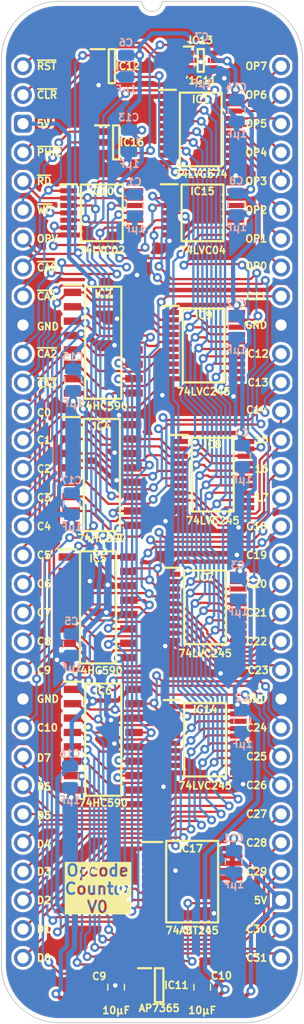
<source format=kicad_pcb>
(kicad_pcb (version 20240108) (generator "pcbnew") (generator_version "8.0")
  (title_block (title "Instruction Counter and Code") (date "2024-02-15") (rev "V0"))
  (layers (0 "F.Cu" signal) (31 "B.Cu" signal) (34 "B.Paste" user) (35 "F.Paste" user) (36 "B.SilkS" user "B.Silkscreen") (37 "F.SilkS" user "F.Silkscreen") (38 "B.Mask" user) (39 "F.Mask" user) (44 "Edge.Cuts" user))
  (net 0 "")
  (net 1 "/5V")
  (net 2 "/GND")
  (net 3 "/3.3V")
  (net 4 "/D0")
  (net 5 "/D1")
  (net 6 "/D2")
  (net 7 "/D3")
  (net 8 "/D4")
  (net 9 "/D5")
  (net 10 "/D6")
  (net 11 "/D7")
  (net 12 "/Opcode Valid")
  (net 13 "Net-(IC1-CP)")
  (net 15 "/C0")
  (net 16 "/C1")
  (net 17 "/C2")
  (net 18 "/C3")
  (net 19 "/OP7")
  (net 20 "/C4")
  (net 21 "/C5")
  (net 22 "/C6")
  (net 23 "/C7")
  (net 24 "Net-(IC2-~{RCO})")
  (net 25 "/Opcode Valid_{5V}")
  (net 26 "/Read Count_{5V}")
  (net 27 "/OP6")
  (net 28 "/OP5")
  (net 29 "/C9")
  (net 30 "/C10")
  (net 31 "/C11")
  (net 32 "/C12")
  (net 33 "/C13")
  (net 34 "/C14")
  (net 35 "/C15")
  (net 36 "Net-(IC4-~{RCO})")
  (net 37 "/C8")
  (net 38 "/~{RD}")
  (net 39 "/~{WD}")
  (net 40 "/OP4")
  (net 41 "/OP3")
  (net 42 "/OP2")
  (net 43 "/OP1")
  (net 44 "/OP0")
  (net 45 "/C17")
  (net 46 "/C18")
  (net 47 "/~{Reset}")
  (net 48 "/C19")
  (net 49 "/C20")
  (net 50 "/C21")
  (net 51 "/C22")
  (net 52 "/C23")
  (net 53 "Net-(IC5-~{RCO})")
  (net 54 "/C16")
  (net 55 "/~{PHI2}")
  (net 56 "/C25")
  (net 57 "/C26")
  (net 58 "/C27")
  (net 59 "/C28")
  (net 60 "/C29")
  (net 61 "/C30")
  (net 62 "/C31")
  (net 64 "/C24")
  (net 65 "/~{Count Access}_{0}")
  (net 66 "/~{Count Access}_{1}")
  (net 67 "/~{Count Access}_{2}")
  (net 68 "/~{Count Access}_{3}")
  (net 74 "/Read Count Access_{0}")
  (net 75 "/~{Read Count Access}_{2}")
  (net 76 "/~{Read Count Access}_{1}")
  (net 77 "/~{Read Count Access}_{0}")
  (net 78 "/Read Count Access_{1}")
  (net 79 "/Read Count Access_{2}")
  (net 80 "/Read Count Access_{3}")
  (net 81 "/~{Read Count Access}_{3}")
  (net 84 "/~{MRC}_{5V}")
  (net 85 "/~{MRC}")
  (net 86 "/~{Clear Counter}")
  (net 87 "/~{Write Count}")
  (footprint "SamacSys_Parts:C_0805" (layer "F.Cu") (at 102.235 152.463)
    (property "Reference" "C10")
    (property "Value" "10μF")
  )
  (footprint "SamacSys_Parts:SOP65P640X110-14N" (layer "F.Cu") (at 102.2604 84.074)
    (property "Reference" "IC15")
    (property "Value" "74LVC04APW,118" (hide yes))
  )
  (footprint "SamacSys_Parts:SOT95P285X130-5N" (layer "F.Cu") (at 98.425 152.273)
    (property "Reference" "IC11")
    (property "Value" "AP7365-33WG-7" (hide yes))
  )
  (footprint "SamacSys_Parts:SOT95P275X110-5N" (layer "F.Cu") (at 94.615 77.851)
    (property "Reference" "IC16")
    (property "Value" "74LVC1G32GV,125" (hide yes))
  )
  (footprint "SamacSys_Parts:SOT95P275X110-5N" (layer "F.Cu") (at 94.234 71.12)
    (property "Reference" "IC12")
    (property "Value" "74LVC1G08GV,125" (hide yes))
  )
  (footprint "SamacSys_Parts:SOP65P640X120-20N" (layer "F.Cu") (at 103.1748 107.188)
    (property "Reference" "IC8")
    (property "Value" "74LVC245AT20" (hide yes))
  )
  (footprint "SamacSys_Parts:C_0805" (layer "F.Cu") (at 94.615 152.463)
    (property "Reference" "C9")
    (property "Value" "10μF")
  )
  (footprint "SamacSys_Parts:SOP65P640X110-20N" (layer "F.Cu") (at 102.108 76.708)
    (property "Reference" "IC1")
    (property "Value" "74LVC574APW,118" (hide yes))
  )
  (footprint "SamacSys_Parts:DIP-64_Board_W22.86mm" (layer "F.Cu") (at 86.36 71.12)
    (property "Reference" "J2" (hide yes))
    (property "Value" "Conn_02x32_Counter_Clockwise")
    (fp_line (start -1.905 -0.635) (end -1.905 79.375) (stroke (width 0.1)) (layer "Edge.Cuts"))
    (fp_line (start 10.541 -5.715) (end 3.175 -5.715) (stroke (width 0.1)) (layer "Edge.Cuts"))
    (fp_line (start 19.685 -5.715) (end 12.319 -5.715) (stroke (width 0.1)) (layer "Edge.Cuts"))
    (fp_line (start 19.685 84.455) (end 3.175 84.455) (stroke (width 0.1)) (layer "Edge.Cuts"))
    (fp_line (start 24.765 79.375) (end 24.765 -0.635) (stroke (width 0.1)) (layer "Edge.Cuts"))
    (fp_arc (start -1.905 -0.635) (mid -0.417102 -4.227102) (end 3.175 -5.715) (stroke (width 0.1)) (layer "Edge.Cuts"))
    (fp_arc (start 3.175 84.455) (mid -0.417102 82.967102) (end -1.905 79.375) (stroke (width 0.1)) (layer "Edge.Cuts"))
    (fp_arc (start 12.319 -5.715) (mid 11.43 -4.826) (end 10.541 -5.715) (stroke (width 0.1)) (layer "Edge.Cuts"))
    (fp_arc (start 19.685 -5.715) (mid 23.277102 -4.227102) (end 24.765 -0.635) (stroke (width 0.1)) (layer "Edge.Cuts"))
    (fp_arc (start 24.765 79.375) (mid 23.277102 82.967102) (end 19.685 84.455) (stroke (width 0.1)) (layer "Edge.Cuts"))
  )
  (footprint "SamacSys_Parts:SOIC127P600X175-16N" (layer "F.Cu") (at 93.472 95.540607)
    (property "Reference" "IC2")
    (property "Value" "74HC590D,118" (hide yes))
  )
  (footprint "SamacSys_Parts:SOP65P780X200-20N" (layer "F.Cu") (at 101.346 143.129)
    (property "Reference" "IC17")
    (property "Value" "SN74ABT245BDBR" (hide yes))
  )
  (footprint "SamacSys_Parts:SOIC127P600X175-16N" (layer "F.Cu") (at 93.349 107.224607)
    (property "Reference" "IC4")
    (property "Value" "74HC590D,118" (hide yes))
  )
  (footprint "SamacSys_Parts:SOIC127P600X175-16N" (layer "F.Cu") (at 93.0148 118.908607)
    (property "Reference" "IC5")
    (property "Value" "74HC590D,118" (hide yes))
  )
  (footprint "SamacSys_Parts:SOP65P640X120-20N" (layer "F.Cu") (at 102.493 130.592607)
    (property "Reference" "IC14")
    (property "Value" "74LVC245AT20" (hide yes))
  )
  (footprint "SamacSys_Parts:SOP65P640X110-14N" (layer "F.Cu") (at 93.345 84.074)
    (property "Reference" "IC10")
    (property "Value" "74LVC02APW,118" (hide yes))
  )
  (footprint "SamacSys_Parts:SOIC127P600X175-16N" (layer "F.Cu") (at 93.472 130.592607)
    (property "Reference" "IC6")
    (property "Value" "74HC590D,118" (hide yes))
  )
  (footprint "SamacSys_Parts:SOP65P640X120-20N" (layer "F.Cu") (at 102.493 118.908607)
    (property "Reference" "IC7")
    (property "Value" "74LVC245AT20" (hide yes))
  )
  (footprint "SamacSys_Parts:SOP65P640X120-20N" (layer "F.Cu") (at 102.366 95.794607)
    (property "Reference" "IC9")
    (property "Value" "74LVC245AT20" (hide yes))
  )
  (footprint "SamacSys_Parts:SOP65P210X110-6N" (layer "F.Cu") (at 102.108 70.612)
    (property "Reference" "IC13")
    (property "Value" "74LVC1G11GW-Q100H" (hide yes))
  )
  (footprint "SamacSys_Parts:C_0805" (layer "B.Cu") (at 105.283 75.057 180)
    (property "Reference" "C14")
    (property "Value" "1μF")
  )
  (footprint "SamacSys_Parts:PinHeader_1x32_P2.54mm_Vertical" (layer "B.Cu") (at 109.22 71.12 180)
    (property "Reference" "J1" (hide yes))
    (property "Value" "Pin_Header_01x32")
  )
  (footprint "SamacSys_Parts:C_0805" (layer "B.Cu") (at 105.283 94.143607 180)
    (property "Reference" "C12")
    (property "Value" "1μF")
  )
  (footprint "SamacSys_Parts:PinHeader_1x32_P2.54mm_Vertical" (layer "B.Cu") (at 86.36 71.12 180)
    (property "Reference" "J3" (hide yes))
    (property "Value" "Pin_Header_01x32")
  )
  (footprint "SamacSys_Parts:C_0805" (layer "B.Cu") (at 105.7656 105.573607 180)
    (property "Reference" "C4")
    (property "Value" "1μF")
  )
  (footprint "SamacSys_Parts:C_0805" (layer "B.Cu") (at 102.235 70.612 180)
    (property "Reference" "C7")
    (property "Value" "1μF")
  )
  (footprint "SamacSys_Parts:C_0805" (layer "B.Cu") (at 105.029 141.351 180)
    (property "Reference" "C11")
    (property "Value" "1μF")
  )
  (footprint "SamacSys_Parts:C_0805" (layer "B.Cu") (at 90.678 109.7788 180)
    (property "Reference" "C17")
    (property "Value" "1μF")
  )
  (footprint "SamacSys_Parts:C_0805" (layer "B.Cu") (at 90.5256 133.894607 180)
    (property "Reference" "C16")
    (property "Value" "1μF")
  )
  (footprint "SamacSys_Parts:C_0805" (layer "B.Cu") (at 90.678 122.210607 180)
    (property "Reference" "C5")
    (property "Value" "1μF")
  )
  (footprint "SamacSys_Parts:C_0805" (layer "B.Cu") (at 105.283 83.312 180)
    (property "Reference" "C8")
    (property "Value" "1μF")
  )
  (footprint "SamacSys_Parts:C_0805" (layer "B.Cu") (at 90.805 98.842607 180)
    (property "Reference" "C15")
    (property "Value" "1μF")
  )
  (footprint "SamacSys_Parts:C_0805" (layer "B.Cu") (at 105.791 128.941607 180)
    (property "Reference" "C2")
    (property "Value" "1μF")
  )
  (footprint "SamacSys_Parts:C_0805" (layer "B.Cu") (at 95.758 77.724 180)
    (property "Reference" "C13")
    (property "Value" "1μF")
  )
  (footprint "SamacSys_Parts:C_0805" (layer "B.Cu") (at 96.266 83.4136 180)
    (property "Reference" "C1")
    (property "Value" "1μF")
  )
  (footprint "SamacSys_Parts:C_0805" (layer "B.Cu") (at 105.41 117.257607 180)
    (property "Reference" "C3")
    (property "Value" "1μF")
  )
  (footprint "SamacSys_Parts:C_0805" (layer "B.Cu") (at 95.504 71.12 180)
    (property "Reference" "C6")
    (property "Value" "1μF")
  )
  (gr_text "C27" (at 108.077 137.16 0) (layer "F.SilkS") (effects (font (size 0.635 0.635)) (justify right)))
  (gr_text "D1" (at 87.503 147.32 0) (layer "F.SilkS") (effects (font (size 0.635 0.635)) (justify left)))
  (gr_text "C22" (at 108.077 121.92 0) (layer "F.SilkS") (effects (font (size 0.635 0.635)) (justify right)))
  (gr_text "C28" (at 108.077 139.7 0) (layer "F.SilkS") (effects (font (size 0.635 0.635)) (justify right)))
  (gr_text "C0" (at 87.503 101.727 0) (layer "F.SilkS") (effects (font (size 0.635 0.635) (thickness 0.15) (bold yes)) (justify left)))
  (gr_text "C7" (at 87.503 119.38 0) (layer "F.SilkS") (effects (font (size 0.635 0.635)) (justify left)))
  (gr_text "OP0" (at 108.077 88.773 0) (layer "F.SilkS") (effects (font (size 0.635 0.635)) (justify right)))
  (gr_text "~{CA0}" (at 87.503 88.9 0) (layer "F.SilkS") (effects (font (size 0.635 0.635) (thickness 0.15) (bold yes)) (justify left)))
  (gr_text "~{CA1}" (at 87.503 91.44 0) (layer "F.SilkS") (effects (font (size 0.635 0.635) (thickness 0.15) (bold yes)) (justify left)))
  (gr_text "~{RST}" (at 87.503 71.12 0) (layer "F.SilkS") (effects (font (size 0.635 0.635)) (justify left)))
  (gr_text "C8" (at 87.503 121.92 0) (layer "F.SilkS") (effects (font (size 0.635 0.635)) (justify left)))
  (gr_text "C18" (at 108.077 111.76 0) (layer "F.SilkS") (effects (font (size 0.635 0.635)) (justify right)))
  (gr_text "C10" (at 87.503 129.54 0) (layer "F.SilkS") (effects (font (size 0.635 0.635)) (justify left)))
  (gr_text "OP3" (at 108.077 81.28 0) (layer "F.SilkS") (effects (font (size 0.635 0.635)) (justify right)))
  (gr_text "OP1" (at 108.077 86.36 0) (layer "F.SilkS") (effects (font (size 0.635 0.635)) (justify right)))
  (gr_text "GND" (at 108.077 93.98 0) (layer "F.SilkS") (effects (font (size 0.635 0.635)) (justify right)))
  (gr_text "D7" (at 87.503 132.207 0) (layer "F.SilkS") (effects (font (size 0.635 0.635)) (justify left)))
  (gr_text "C31" (at 108.077 149.86 0) (layer "F.SilkS") (effects (font (size 0.635 0.635)) (justify right)))
  (gr_text "C2" (at 87.503 106.68 0) (layer "F.SilkS") (effects (font (size 0.635 0.635)) (justify left)))
  (gr_text "17" (at 108.204 109.22 0) (layer "F.SilkS") (effects (font (size 0.635 0.635)) (justify right)))
  (gr_text "15" (at 108.204 104.0892 0) (layer "F.SilkS") (effects (font (size 0.635 0.635)) (justify right)))
  (gr_text "OPV" (at 87.503 86.36 0) (layer "F.SilkS") (effects (font (size 0.635 0.635) (thickness 0.15) (bold yes)) (justify left)))
  (gr_text "C13" (at 108.204 99.06 0) (layer "F.SilkS") (effects (font (size 0.635 0.635)) (justify right)))
  (gr_text "D3" (at 87.503 142.24 0) (layer "F.SilkS") (effects (font (size 0.635 0.635)) (justify left)))
  (gr_text "C29" (at 108.077 142.24 0) (layer "F.SilkS") (effects (font (size 0.635 0.635)) (justify right)))
  (gr_text "~{CA2}" (at 87.503 96.52 0) (layer "F.SilkS") (effects (font (size 0.635 0.635) (thickness 0.15) (bold yes)) (justify left)))
  (gr_text "OP7" (at 108.077 71.12 0) (layer "F.SilkS") (effects (font (size 0.635 0.635)) (justify right)))
  (gr_text "C11" (at 108.077 91.44 0) (layer "F.SilkS") (effects (font (size 0.635 0.635)) (justify right)))
  (gr_text "C9" (at 87.503 124.46 0) (layer "F.SilkS") (effects (font (size 0.635 0.635)) (justify left)))
  (gr_text "5V" (at 87.503 76.2 0) (layer "F.SilkS") (effects (font (size 0.635 0.635)) (justify left)))
  (gr_text "~{RD}" (at 87.503 81.28 0) (layer "F.SilkS") (effects (font (size 0.635 0.635)) (justify left)))
  (gr_text "C20" (at 108.077 116.84 0) (layer "F.SilkS") (effects (font (size 0.635 0.635)) (justify right)))
  (gr_text "OP6" (at 108.077 73.66 0) (layer "F.SilkS") (effects (font (size 0.635 0.635)) (justify right)))
  (gr_text "Opcode\nCounter\nV0" (at 92.964 145.9484 0) (layer "F.SilkS" knockout) (effects (font (size 1 1) (thickness 0.2) (bold yes)) (justify bottom)))
  (gr_text "D2" (at 87.503 144.78 0) (layer "F.SilkS") (effects (font (size 0.635 0.635)) (justify left)))
  (gr_text "C25" (at 108.077 132.08 0) (layer "F.SilkS") (effects (font (size 0.635 0.635)) (justify right)))
  (gr_text "OP2" (at 108.077 83.82 0) (layer "F.SilkS") (effects (font (size 0.635 0.635)) (justify right)))
  (gr_text "16" (at 108.204 106.68 0) (layer "F.SilkS") (effects (font (size 0.635 0.635)) (justify right)))
  (gr_text "C4" (at 87.503 111.76 0) (layer "F.SilkS") (effects (font (size 0.635 0.635)) (justify left)))
  (gr_text "~{PHI2}" (at 87.503 78.74 0) (layer "F.SilkS") (effects (font (size 0.635 0.635) (thickness 0.15) (bold yes)) (justify left)))
  (gr_text "C3" (at 87.503 109.22 0) (layer "F.SilkS") (effects (font (size 0.635 0.635)) (justify left)))
  (gr_text "OP5" (at 108.077 76.2 0) (layer "F.SilkS") (effects (font (size 0.635 0.635)) (justify right)))
  (gr_text "C24" (at 108.077 129.54 0) (layer "F.SilkS") (effects (font (size 0.635 0.635)) (justify right)))
  (gr_text "GND" (at 87.503 127 0) (layer "F.SilkS") (effects (font (size 0.635 0.635)) (justify left)))
  (gr_text "D0" (at 87.503 149.86 0) (layer "F.SilkS") (effects (font (size 0.635 0.635)) (justify left)))
  (gr_text "~{WD}" (at 87.503 83.82 0) (layer "F.SilkS") (effects (font (size 0.635 0.635) (thickness 0.15) (bold yes)) (justify left)))
  (gr_text "C14" (at 108.077 101.473 0) (layer "F.SilkS") (effects (font (size 0.635 0.635)) (justify right)))
  (gr_text "~{CA3}" (at 87.503 99.187 0) (layer "F.SilkS") (effects (font (size 0.635 0.635) (thickness 0.15) (bold yes)) (justify left)))
  (gr_text "D4" (at 87.503 139.827 0) (layer "F.SilkS") (effects (font (size 0.635 0.635)) (justify left)))
  (gr_text "C21" (at 108.077 119.38 0) (layer "F.SilkS") (effects (font (size 0.635 0.635)) (justify right)))
  (gr_text "C23" (at 108.204 124.46 0) (layer "F.SilkS") (effects (font (size 0.635 0.635)) (justify right)))
  (gr_text "GND" (at 87.503 94.107 0) (layer "F.SilkS") (effects (font (size 0.635 0.635)) (justify left)))
  (gr_text "D5" (at 87.503 137.287 0) (layer "F.SilkS") (effects (font (size 0.635 0.635)) (justify left)))
  (gr_text "5V" (at 108.077 144.78 0) (layer "F.SilkS") (effects (font (size 0.635 0.635)) (justify right)))
  (gr_text "C5" (at 87.503 114.3 0) (layer "F.SilkS") (effects (font (size 0.635 0.635)) (justify left)))
  (gr_text "~{CLR}" (at 87.503 73.66 0) (layer "F.SilkS") (effects (font (size 0.635 0.635)) (justify left)))
  (gr_text "C26" (at 108.077 134.62 0) (layer "F.SilkS") (effects (font (size 0.635 0.635)) (justify right)))
  (gr_text "C30" (at 108.077 147.32 0) (layer "F.SilkS") (effects (font (size 0.635 0.635)) (justify right)))
  (gr_text "C1" (at 87.503 104.14 0) (layer "F.SilkS") (effects (font (size 0.635 0.635) (thickness 0.15) (bold yes)) (justify left)))
  (gr_text "C19" (at 108.077 114.3 0) (layer "F.SilkS") (effects (font (size 0.635 0.635)) (justify right)))
  (gr_text "D6" (at 87.503 134.747 0) (layer "F.SilkS") (effects (font (size 0.635 0.635)) (justify left)))
  (gr_text "C6" (at 87.503 116.84 0) (layer "F.SilkS") (effects (font (size 0.635 0.635)) (justify left)))
  (gr_text "OP4" (at 108.077 78.74 0) (layer "F.SilkS") (effects (font (size 0.635 0.635)) (justify right)))
  (gr_text "C12" (at 108.204 96.52 0) (layer "F.SilkS") (effects (font (size 0.635 0.635)) (justify right)))
  (gr_text "GND" (at 108.077 127 0) (layer "F.SilkS") (effects (font (size 0.635 0.635)) (justify right)))
  (segment (start 97.83 153.223) (end 97.125 153.223) (width 0.38) (layer "F.Cu") (net 1))
  (segment (start 94.756166 127.138441) (end 92.58808 127.138441) (width 0.38) (layer "F.Cu") (net 1))
  (segment (start 104.896 140.204) (end 104.896 139.452) (width 0.38) (layer "F.Cu") (net 1))
  (segment (start 97.83 151.323) (end 98.09 151.583) (width 0.38) (layer "F.Cu") (net 1))
  (segment (start 104.896 139.452) (end 105.029 139.319) (width 0.38) (layer "F.Cu") (net 1))
  (segment (start 106.553 152.781) (end 105.047 154.287) (width 0.38) (layer "F.Cu") (net 1))
  (segment (start 97.125 151.323) (end 97.83 151.323) (width 0.38) (layer "F.Cu") (net 1))
  (segment (start 96.197 91.095607) (end 93.30732 91.095607) (width 0.38) (layer "F.Cu") (net 1))
  (segment (start 95.7398 114.463607) (end 93.584807 114.463607) (width 0.38) (layer "F.Cu") (net 1))
  (segment (start 96.074 102.779607) (end 93.097696 102.779607) (width 0.38) (layer "F.Cu") (net 1))
  (segment (start 94.615 153.397) (end 89.643 153.397) (width 0.38) (layer "F.Cu") (net 1))
  (segment (start 95.747 126.147607) (end 94.756166 127.138441) (width 0.38) (layer "F.Cu") (net 1))
  (segment (start 93.584807 114.463607) (end 93.218 114.0968) (width 0.38) (layer "F.Cu") (net 1))
  (segment (start 98.09 152.963) (end 97.83 153.223) (width 0.38) (layer "F.Cu") (net 1))
  (segment (start 97.125 153.223) (end 94.789 153.223) (width 0.38) (layer "F.Cu") (net 1))
  (segment (start 93.30732 91.095607) (end 92.466381 90.254668) (width 0.38) (layer "F.Cu") (net 1))
  (segment (start 89.643 153.397) (end 89.281 153.035) (width 0.38) (layer "F.Cu") (net 1))
  (segment (start 93.097696 102.779607) (end 91.718 101.399911) (width 0.38) (layer "F.Cu") (net 1))
  (segment (start 105.047 154.287) (end 95.505 154.287) (width 0.38) (layer "F.Cu") (net 1))
  (segment (start 92.58808 127.138441) (end 92.532932 127.193589) (width 0.38) (layer "F.Cu") (net 1))
  (segment (start 95.505 154.287) (end 94.615 153.397) (width 0.38) (layer "F.Cu") (net 1))
  (segment (start 98.09 151.583) (end 98.09 152.963) (width 0.38) (layer "F.Cu") (net 1))
  (via (at 105.029 139.319) (size 0.8) (drill 0.4) (layers "F.Cu" "B.Cu") (net 1))
  (via (at 91.718 101.399911) (size 0.8) (drill 0.4) (layers "F.Cu" "B.Cu") (net 1))
  (via (at 92.466381 90.254668) (size 0.8) (drill 0.4) (layers "F.Cu" "B.Cu") (net 1))
  (via (at 93.218 114.0968) (size 0.8) (drill 0.4) (layers "F.Cu" "B.Cu") (net 1))
  (via (at 89.281 153.035) (size 0.8) (drill 0.4) (layers "F.Cu" "B.Cu") (net 1))
  (via (at 106.553 152.781) (size 0.8) (drill 0.4) (layers "F.Cu" "B.Cu") (net 1))
  (via (at 92.532932 127.193589) (size 0.8) (drill 0.4) (layers "F.Cu" "B.Cu") (net 1))
  (segment (start 92.0868 95.30616) (end 92.676381 94.716579) (width 0.38) (layer "B.Cu") (net 1))
  (segment (start 92.870839 113.132595) (end 93.218 113.479756) (width 0.38) (layer "B.Cu") (net 1))
  (segment (start 90.2504 148.806956) (end 89.7128 149.344556) (width 0.38) (layer "B.Cu") (net 1))
  (segment (start 91.3612 126.021857) (end 92.532932 127.193589) (width 0.38) (layer "B.Cu") (net 1))
  (segment (start 91.8152 112.026156) (end 92.870839 113.081795) (width 0.38) (layer "B.Cu") (net 1))
  (segment (start 91.928 107.5628) (end 91.928 101.609911) (width 0.38) (layer "B.Cu") (net 1))
  (segment (start 90.678 132.776207) (end 90.678 129.048521) (width 0.38) (layer "B.Cu") (net 1))
  (segment (start 91.793 122.359607) (end 91.793 123.665286) (width 0.38) (layer "B.Cu") (net 1))
  (segment (start 92.870839 113.081795) (end 92.870839 113.132595) (width 0.38) (layer "B.Cu") (net 1))
  (segment (start 89.408 145.1864) (end 90.2504 146.0288) (width 0.38) (layer "B.Cu") (net 1))
  (segment (start 92.676381 94.716579) (end 92.676381 90.464668) (width 0.38) (layer "B.Cu") (net 1))
  (segment (start 90.452 77.244002) (end 90.452 88.0136) (width 0.38) (layer "B.Cu") (net 1))
  (segment (start 90.452 88.0136) (end 92.466381 90.027981) (width 0.38) (layer "B.Cu") (net 1))
  (segment (start 90.678 121.244607) (end 93.0808 118.841807) (width 0.38) (layer "B.Cu") (net 1))
  (segment (start 89.407998 76.2) (end 90.452 77.244002) (width 0.38) (layer "B.Cu") (net 1))
  (segment (start 92.0868 95.318868) (end 92.0868 95.30616) (width 0.38) (layer "B.Cu") (net 1))
  (segment (start 93.218 113.479756) (end 93.218 114.0968) (width 0.38) (layer "B.Cu") (net 1))
  (segment (start 91.92 101.197911) (end 91.718 101.399911) (width 0.38) (layer "B.Cu") (net 1))
  (segment (start 92.676381 90.464668) (end 92.466381 90.254668) (width 0.38) (layer "B.Cu") (net 1))
  (segment (start 105.029 140.589) (end 109.22 144.78) (width 0.38) (layer "B.Cu") (net 1))
  (segment (start 90.5256 132.928607) (end 89.408 134.046207) (width 0.38) (layer "B.Cu") (net 1))
  (segment (start 89.7128 152.6032) (end 89.281 153.035) (width 0.38) (layer "B.Cu") (net 1))
  (segment (start 90.678 108.8128) (end 91.8152 109.95) (width 0.38) (layer "B.Cu") (net 1))
  (segment (start 93.0808 118.841807) (end 93.0808 116.601926) (width 0.38) (layer "B.Cu") (net 1))
  (segment (start 106.553 147.447) (end 106.553 152.781) (width 0.38) (layer "B.Cu") (net 1))
  (segment (start 91.8152 109.95) (end 91.8152 112.026156) (width 0.38) (layer "B.Cu") (net 1))
  (segment (start 91.928 101.609911) (end 91.718 101.399911) (width 0.38) (layer "B.Cu") (net 1))
  (segment (start 93.189 116.493726) (end 93.189 114.1258) (width 0.38) (layer "B.Cu") (net 1))
  (segment (start 89.408 134.046207) (end 89.408 145.1864) (width 0.38) (layer "B.Cu") (net 1))
  (segment (start 105.029 140.385) (end 105.029 139.319) (width 0.38) (layer "B.Cu") (net 1))
  (segment (start 86.36 76.2) (end 89.407998 76.2) (width 0.38) (layer "B.Cu") (net 1))
  (segment (start 109.22 144.78) (end 106.553 147.447) (width 0.38) (layer "B.Cu") (net 1))
  (segment (start 90.678 108.8128) (end 91.928 107.5628) (width 0.38) (layer "B.Cu") (net 1))
  (segment (start 91.92 98.991607) (end 91.92 101.197911) (width 0.38) (layer "B.Cu") (net 1))
  (segment (start 90.2504 146.0288) (end 90.2504 148.806956) (width 0.38) (layer "B.Cu") (net 1))
  (segment (start 89.7128 149.344556) (end 89.7128 152.6032) (width 0.38) (layer "B.Cu") (net 1))
  (segment (start 90.805 97.876607) (end 91.92 98.991607) (width 0.38) (layer "B.Cu") (net 1))
  (segment (start 92.466381 90.027981) (end 92.466381 90.254668) (width 0.38) (layer "B.Cu") (net 1))
  (segment (start 90.805 97.876607) (end 90.805 96.600668) (width 0.38) (layer "B.Cu") (net 1))
  (segment (start 91.793 123.665286) (end 91.3612 124.097086) (width 0.38) (layer "B.Cu") (net 1))
  (segment (start 91.3612 124.097086) (end 91.3612 126.021857) (width 0.38) (layer "B.Cu") (net 1))
  (segment (start 90.678 121.244607) (end 91.793 122.359607) (width 0.38) (layer "B.Cu") (net 1))
  (segment (start 93.189 114.1258) (end 93.218 114.0968) (width 0.38) (layer "B.Cu") (net 1))
  (segment (start 90.805 96.600668) (end 92.0868 95.318868) (width 0.38) (layer "B.Cu") (net 1))
  (segment (start 90.678 129.048521) (end 92.532932 127.193589) (width 0.38) (layer "B.Cu") (net 1))
  (segment (start 93.0808 116.601926) (end 93.189 116.493726) (width 0.38) (layer "B.Cu") (net 1))
  (segment (start 93.682236 101.9444) (end 94.869 101.9444) (width 0.38) (layer "F.Cu") (net 2))
  (segment (start 109.728 90.2424) (end 110.41 89.5604) (width 0.38) (layer "F.Cu") (net 2))
  (segment (start 106.3259 84.064) (end 106.3259 82.979493) (width 0.38) (layer "F.Cu") (net 2))
  (segment (start 92.456 86.6648) (end 92.472893 86.647907) (width 0.38) (layer "F.Cu") (net 2))
  (segment (start 94.294789 79.730789) (end 95.529577 79.730789) (width 0.38) (layer "F.Cu") (net 2))
  (segment (start 90.747 99.985607) (end 90.747 100.6276) (width 0.38) (layer "F.Cu") (net 2))
  (segment (start 96.074 107.859607) (end 94.827055 107.859607) (width 0.38) (layer "F.Cu") (net 2))
  (segment (start 100.382593 100.2792) (end 105.0064 100.2792) (width 0.38) (layer "F.Cu") (net 2))
  (segment (start 109.22 127) (end 109.22 126.142915) (width 0.38) (layer "F.Cu") (net 2))
  (segment (start 92.472893 86.647907) (end 95.097979 86.647907) (width 0.38) (layer "F.Cu") (net 2))
  (segment (start 99.8728 145.1142) (end 99.8728 142.154) (width 0.38) (layer "F.Cu") (net 2))
  (segment (start 85.17 130.032915) (end 86.027085 130.89) (width 0.38) (layer "F.Cu") (net 2))
  (segment (start 96.124008 131.154615) (end 94.676057 131.154615) (width 0.38) (layer "F.Cu") (net 2))
  (segment (start 110.41 100.9104) (end 110.41 112.3188) (width 0.38) (layer "F.Cu") (net 2))
  (segment (start 93.234464 124.565349) (end 93.201199 124.598614) (width 0.38) (layer "F.Cu") (net 2))
  (segment (start 109.7788 100.2792) (end 110.41 100.9104) (width 0.38) (layer "F.Cu") (net 2))
  (segment (start 95.780429 74.34001) (end 94.60921 74.34001) (width 0.38) (layer "F.Cu") (net 2))
  (segment (start 99.062207 122.3264) (end 98.9584 122.3264) (width 0.38) (layer "F.Cu") (net 2))
  (segment (start 92.50669 124.598614) (end 93.201199 124.598614) (width 0.38) (layer "F.Cu") (net 2))
  (segment (start 86.36 127) (end 85.17 128.19) (width 0.38) (layer "F.Cu") (net 2))
  (segment (start 91.8152 86.024) (end 92.456 86.6648) (width 0.38) (layer "F.Cu") (net 2))
  (segment (start 94.676057 131.154615) (end 94.460521 130.939079) (width 0.38) (layer "F.Cu") (net 2))
  (segment (start 85.17 84.472915) (end 85.867085 85.17) (width 0.38) (layer "F.Cu") (net 2))
  (segment (start 104.1908 72.1868) (end 106.4476 69.93) (width 0.38) (layer "F.Cu") (net 2))
  (segment (start 109.728 90.25) (end 108.727085 90.25) (width 0.38) (layer "F.Cu") (net 2))
  (segment (start 104.896 144.104) (end 104.896 143.454) (width 0.38) (layer "F.Cu") (net 2))
  (segment (start 93.8708 116.929155) (end 92.625994 116.929155) (width 0.38) (layer "F.Cu") (net 2))
  (segment (start 86.692915 80.09) (end 85.867085 80.09) (width 0.38) (layer "F.Cu") (net 2))
  (segment (start 92.625994 116.929155) (end 92.290839 116.594) (width 0.38) (layer "F.Cu") (net 2))
  (segment (start 98.838 140.204) (end 97.796 140.204) (width 0.38) (layer "F.Cu") (net 2))
  (segment (start 102.227836 84.074) (end 100.277836 86.024) (width 0.38) (layer "F.Cu") (net 2))
  (segment (start 96.9376 101.9444) (end 98.7044 100.1776) (width 0.38) (layer "F.Cu") (net 2))
  (segment (start 87.55 78.312) (end 87.55 79.232915) (width 0.38) (layer "F.Cu") (net 2))
  (segment (start 93.9648 72.07) (end 92.984 72.07) (width 0.38) (layer "F.Cu") (net 2))
  (segment (start 100.277836 86.024) (end 99.3224 86.024) (width 0.38) (layer "F.Cu") (net 2))
  (segment (start 109.265915 151.497) (end 102.235 151.497) (width 0.38) (layer "F.Cu") (net 2))
  (segment (start 85.052134 131.704951) (end 85.052134 150.279334) (width 0.38) (layer "F.Cu") (net 2))
  (segment (start 85.867085 130.89) (end 85.052134 131.704951) (width 0.38) (layer "F.Cu") (net 2))
  (segment (start 88.351497 86.024) (end 90.407 86.024) (width 0.38) (layer "F.Cu") (net 2))
  (segment (start 109.728 90.25) (end 110.41 90.932) (width 0.38) (layer "F.Cu") (net 2))
  (segment (start 106.768002 129.451998) (end 106.768002 133.923105) (width 0.38) (layer "F.Cu") (net 2))
  (segment (start 99.3224 86.527115) (end 99.336892 86.541607) (width 0.38) (layer "F.Cu") (net 2))
  (segment (start 94.869 101.9444) (end 96.9376 101.9444) (width 0.38) (layer "F.Cu") (net 2))
  (segment (start 102.460394 124.739001) (end 103.86526 124.739001) (width 0.38) (layer "F.Cu") (net 2))
  (segment (start 98.933 146.054) (end 99.8728 145.1142) (width 0.38) (layer "F.Cu") (net 2))
  (segment (start 102.108 70.7455) (end 102.108 71.6425) (width 0.38) (layer "F.Cu") (net 2))
  (segment (start 107.815085 124.738) (end 103.866261 124.738) (width 0.38) (layer "F.Cu") (net 2))
  (segment (start 85.17 95.17) (end 86.36 93.98) (width 0.38) (layer "F.Cu") (net 2))
  (segment (start 96.197 93.635607) (end 94.905603 93.635607) (width 0.38) (layer "F.Cu") (net 2))
  (segment (start 95.7398 119.543607) (end 93.928115 119.543607) (width 0.38) (layer "F.Cu") (net 2))
  (segment (start 94.320167 124.598607) (end 94.286909 124.565349) (width 0.38) (layer "F.Cu") (net 2))
  (segment (start 99.555 121.833607) (end 99.062207 122.3264) (width 0.38) (layer "F.Cu") (net 2))
  (segment (start 86.524335 151.751535) (end 94.360465 151.751535) (width 0.38) (layer "F.Cu") (net 2))
  (segment (start 107.283085 114.554) (end 105.586403 114.554) (width 0.38) (layer "F.Cu") (net 2))
  (segment (start 90.747 99.985607) (end 91.723443 99.985607) (width 0.38) (layer "F.Cu") (net 2))
  (segment (start 91.261683 123.353607) (end 92.50669 124.598614) (width 0.38) (layer "F.Cu") (net 2))
  (segment (start 90.2898 123.353607) (end 91.261683 123.353607) (width 0.38) (layer "F.Cu") (net 2))
  (segment (start 97.164 136.389) (end 91.332844 136.389) (width 0.38) (layer "F.Cu") (net 2))
  (segment (start 85.17 128.19) (end 85.17 130.032915) (width 0.38) (layer "F.Cu") (net 2))
  (segment (start 110.41 125.81) (end 109.22 127) (width 0.38) (layer "F.Cu") (net 2))
  (segment (start 98.806 134.747) (end 99.138121 135.079121) (width 0.38) (layer "F.Cu") (net 2))
  (segment (start 93.0656 72.7964) (end 94.38 74.1108) (width 0.38) (layer "F.Cu") (net 2))
  (segment (start 109.8004 113.03) (end 110.41 112.4204) (width 0.38) (layer "F.Cu") (net 2))
  (segment (start 99.555 121.833607) (end 102.460394 124.739001) (width 0.38) (layer "F.Cu") (net 2))
  (segment (start 106.3259 82.979493) (end 106.120407 82.774) (width 0.38) (layer "F.Cu") (net 2))
  (segment (start 94.12 78.801) (end 93.365 78.801) (width 0.38) (layer "F.Cu") (net 2))
  (segment (start 102.108 71.6425) (end 100.9905 72.76) (width 0.38) (layer "F.Cu") (net 2))
  (segment (start 110.4392 99.6188) (end 109.7788 100.2792) (width 0.38) (layer "F.Cu") (net 2))
  (segment (start 85.17 80.787085) (end 85.17 84.472915) (width 0.38) (layer "F.Cu") (net 2))
  (segment (start 94.827055 107.859607) (end 94.654796 107.687348) (width 0.38) (layer "F.Cu") (net 2))
  (segment (start 91.723443 99.985607) (end 93.682236 101.9444) (width 0.38) (layer "F.Cu") (net 2))
  (segment (start 106.768002 133.923105) (end 106.16838 134.522727) (width 0.38) (layer "F.Cu") (net 2))
  (segment (start 110.41 113.6396) (end 110.41 125.81) (width 0.38) (layer "F.Cu") (net 2))
  (segment (start 99.428 99.324607) (end 100.382593 100.2792) (width 0.38) (layer "F.Cu") (net 2))
  (segment (start 87.497497 85.17) (end 88.351497 86.024) (width 0.38) (layer "F.Cu") (net 2))
  (segment (start 109.7788 100.2792) (end 105.0064 100.2792) (width 0.38) (layer "F.Cu") (net 2))
  (segment (start 104.896 140.854) (end 104.896 141.504) (width 0.38) (layer "F.Cu") (net 2))
  (segment (start 86.36 127) (end 85.17 125.81) (width 0.38) (layer "F.Cu") (net 2))
  (segment (start 99.06 80.8228) (end 99.06 79.743) (width 0.38) (layer "F.Cu") (net 2))
  (segment (start 110.41 70.627085) (end 110.41 89.5604) (width 0.38) (layer "F.Cu") (net 2))
  (segment (start 100.2368 110.113) (end 99.048931 111.300869) (width 0.38) (layer "F.Cu") (net 2))
  (segment (start 110.41 90.932) (end 110.41 90.9828) (width 0.38) (layer "F.Cu") (net 2))
  (segment (start 104.648 81.3308) (end 99.568 81.3308) (width 0.38) (layer "F.Cu") (net 2))
  (segment (start 100.69 150.633) (end 101.554 151.497) (width 0.38) (layer "F.Cu") (net 2))
  (segment (start 109.22 126.142915) (end 107.815085 124.738) (width 0.38) (layer "F.Cu") (net 2))
  (segment (start 94.855733 96.149758) (end 94.469776 95.763801) (width 0.38) (layer "F.Cu") (net 2))
  (segment (start 110.41 92.79) (end 109.22 93.98) (width 0.38) (layer "F.Cu") (net 2))
  (segment (start 99.428 98.719607) (end 99.428 99.324607) (width 0.38) (layer "F.Cu") (net 2))
  (segment (start 96.077566 128.807041) (end 94.210997 128.807041) (width 0.38) (layer "F.Cu") (net 2))
  (segment (start 99.428 98.719607) (end 99.428 99.454) (width 0.38) (layer "F.Cu") (net 2))
  (segment (start 99.048931 111.300869) (end 98.983504 111.300869) (width 0.38) (layer "F.Cu") (net 2))
  (segment (start 106.4476 69.93) (end 109.712915 69.93) (width 0.38) (layer "F.Cu") (net 2))
  (segment (start 105.2068 80.772) (end 104.648 81.3308) (width 0.38) (layer "F.Cu") (net 2))
  (segment (start 94.6548 72.76) (end 93.9648 72.07) (width 0.38) (layer "F.Cu") (net 2))
  (segment (start 96.16 150.622) (end 100.69 150.622) (width 0.38) (layer "F.Cu") (net 2))
  (segment (start 89.373002 125.166998) (end 89.373002 123.5456) (width 0.38) (layer "F.Cu") (net 2))
  (segment (start 97.796 146.054) (end 103.148006 146.054) (width 0.38) (layer "F.Cu") (net 2))
  (segment (start 110.41 90.9828) (end 110.41 92.79) (width 0.38) (layer "F.Cu") (net 2))
  (segment (start 110.41 150.352915) (end 109.265915 151.497) (width 0.38) (layer "F.Cu") (net 2))
  (segment (start 94.905603 93.635607) (end 94.691196 93.4212) (width 0.38) (layer "F.Cu") (net 2))
  (segment (start 99.8728 141.2388) (end 98.838 140.204) (width 0.38) (layer "F.Cu") (net 2))
  (segment (start 94.5388 152.2975) (end 94.5388 151.5732) (width 0.38) (layer "F.Cu") (net 2))
  (segment (start 108.727085 90.25) (end 108.095885 90.8812) (width 0.38) (layer "F.Cu") (net 2))
  (segment (start 85.052134 150.279334) (end 86.524335 151.751535) (width 0.38) (layer "F.Cu") (net 2))
  (segment (start 97.796 146.054) (end 98.933 146.054) (width 0.38) (layer "F.Cu") (net 2))
  (segment (start 102.288988 112.165188) (end 105.139187 112.165188) (width 0.38) (layer "F.Cu") (net 2))
  (segment (start 99.555 133.517607) (end 99.555 133.998) (width 0.38) (layer "F.Cu") (net 2))
  (segment (start 93.928115 119.543607) (end 93.743115 119.358607) (width 0.38) (layer "F.Cu") (net 2))
  (segment (start 104.896 142.154) (end 99.8728 142.154) (width 0.38) (layer "F.Cu") (net 2))
  (segment (start 103.148006 146.054) (end 103.279 145.923006) (width 0.38) (layer "F.Cu") (net 2))
  (segment (start 109.22 127) (end 110.41 128.19) (width 0.38) (layer "F.Cu") (net 2))
  (segment (start 106.120407 82.774) (end 105.1984 82.774) (width 0.38) (layer "F.Cu") (net 2))
  (segment (start 106.352079 84.064) (end 106.398 84.109921) (width 0.38) (layer "F.Cu") (net 2))
  (segment (start 96.887765 124.598607) (end 94.320167 124.598607) (width 0.38) (layer "F.Cu") (net 2))
  (segment (start 93.0656 72.7964) (end 93.0656 72.1516) (width 0.38) (layer "F.Cu") (net 2))
  (segment (start 99.555 133.998) (end 98.806 134.747) (width 0.38) (layer "F.Cu") (net 2))
  (segment (start 95.627366 79.633) (end 95.529577 79.730789) (width 0.38) (layer "F.Cu") (net 2))
  (segment (start 93.0656 72.7964) (end 87.55 78.312) (width 0.38) (layer "F.Cu") (net 2))
  (segment (start 105.139187 112.165188) (end 105.455257 111.849118) (width 0.38) (layer "F.Cu") (net 2))
  (segment (start 87.55 79.232915) (end 86.692915 80.09) (width 0.38) (layer "F.Cu") (net 2))
  (segment (start 94.38 78.541) (end 94.12 78.801) (width 0.38) (layer "F.Cu") (net 2))
  (segment (start 98.9584 122.3264) (end 98.9584 122.527972) (width 0.38) (layer "F.Cu") (net 2))
  (segment (start 90.407 86.024) (end 91.8152 86.024) (width 0.38) (layer "F.Cu") (net 2))
  (segment (start 93.365 78.801) (end 94.294789 79.730789) (width 0.38) (layer "F.Cu") (net 2))
  (segment (start 109.8004 113.03) (end 108.807085 113.03) (width 0.38) (layer "F.Cu") (net 2))
  (segment (start 85.17 92.79) (end 85.17 85.867085) (width 0.38) (layer "F.Cu") (net 2))
  (segment (start 98.024828 79.660672) (end 98.0525 79.633) (width 0.38) (layer "F.Cu") (net 2))
  (segment (start 110.41 128.19) (end 110.41 150.352915) (width 0.38) (layer "F.Cu") (net 2))
  (segment (start 96.171151 96.149758) (end 94.855733 96.149758) (width 0.38) (layer "F.Cu") (net 2))
  (segment (start 89.564995 123.353607) (end 90.2898 123.353607) (width 0.38) (layer "F.Cu") (net 2))
  (segment (start 99.17 79.633) (end 95.627366 79.633) (width 0.38) (layer "F.Cu") (net 2))
  (segment (start 94.615 151.497) (end 95.296 151.497) (width 0.38) (layer "F.Cu") (net 2))
  (segment (start 98.9584 122.527972) (end 96.887765 124.598607) (width 0.38) (layer "F.Cu") (net 2))
  (segment (start 100.9905 72.76) (end 94.6548 72.76) (width 0.38) (layer "F.Cu") (net 2))
  (segment (start 109.8004 113.03) (end 110.41 113.6396) (width 0.38) (layer "F.Cu") (net 2))
  (segment (start 99.428 99.454) (end 98.7044 100.1776) (width 0.38) (layer "F.Cu") (net 2))
  (segment (start 106.3259 84.064) (end 106.352079 84.064) (width 0.38) (layer "F.Cu") (net 2))
  (segment (start 108.095885 90.8812) (end 97.790004 90.8812) (width 0.38) (layer "F.Cu") (net 2))
  (segment (start 109.728 90.25) (end 109.728 90.2424) (width 0.38) (layer "F.Cu") (net 2))
  (segment (start 85.17 85.867085) (end 85.867085 85.17) (width 0.38) (layer "F.Cu") (net 2))
  (segment (start 94.210997 128.807041) (end 94.157132 128.860906) (width 0.38) (layer "F.Cu") (net 2))
  (segment (start 101.9745 70.612) (end 101.046 70.612) (width 0.38) (layer "F.Cu") (net 2))
  (segment (start 99.3224 86.024) (end 99.3224 86.527115) (width 0.38) (layer "F.Cu") (net 2))
  (segment (start 91.332844 136.389) (end 90.628922 135.685078) (width 0.38) (layer "F.Cu") (net 2))
  (segment (start 94.60921 74.34001) (end 93.0656 72.7964) (width 0.38) (layer "F.Cu") (net 2))
  (segment (start 86.027085 130.89) (end 85.867085 130.89) (width 0.38) (layer "F.Cu") (net 2))
  (segment (start 90.747 100.6276) (end 90.805 100.6856) (width 0.38) (layer "F.Cu") (net 2))
  (segment (start 105.1984 84.074) (end 102.227836 84.074) (width 0.38) (layer "F.Cu") (net 2))
  (segment (start 89.459 133.496085) (end 89.459 134.322607) (width 0.38) (layer "F.Cu") (net 2))
  (segment (start 97.790004 90.8812) (end 96.4692 89.560396) (width 0.38) (layer "F.Cu") (net 2))
  (segment (start 110.41 112.4204) (end 110.41 112.3188) (width 0.38) (layer "F.Cu") (net 2))
  (segment (start 109.22 127) (end 106.768002 129.451998) (width 0.38) (layer "F.Cu") (net 2))
  (segment (start 106.3159 84.074) (end 106.3259 84.064) (width 0.38) (layer "F.Cu") (net 2))
  (segment (start 86.852915 130.89) (end 89.459 133.496085) (width 0.38) (layer "F.Cu") (net 2))
  (segment (start 85.17 125.81) (end 85.17 95.17) (width 0.38) (layer "F.Cu") (net 2))
  (segment (start 105.1984 84.074) (end 106.3159 84.074) (width 0.38) (layer "F.Cu") (net 2))
  (segment (start 94.5518 105.319607) (end 94.4768 105.244607) (width 0.38) (layer "F.Cu") (net 2))
  (segment (start 106.16838 134.522727) (end 105.848984 134.522727) (width 0.38) (layer "F.Cu") (net 2))
  (segment (start 85.867085 85.17) (end 87.497497 85.17) (width 0.38) (layer "F.Cu") (net 2))
  (segment (start 102.108 70.7455) (end 101.9745 70.612) (width 0.38) (layer "F.Cu") (net 2))
  (segment (start 104.896 141.504) (end 104.896 142.154) (width 0.38) (layer "F.Cu") (net 2))
  (segment (start 89.373002 123.5456) (end 89.564995 123.353607) (width 0.38) (layer "F.Cu") (net 2))
  (segment (start 95.296 151.497) (end 96.16 150.633) (width 0.38) (layer "F.Cu") (net 2))
  (segment (start 94.38 74.1108) (end 94.38 78.541) (width 0.38) (layer "F.Cu") (net 2))
  (segment (start 94.286909 124.565349) (end 93.234464 124.565349) (width 0.38) (layer "F.Cu") (net 2))
  (segment (start 96.337439 73.783) (end 95.780429 74.34001) (width 0.38) (layer "F.Cu") (net 2))
  (segment (start 93.945252 117.003607) (end 93.8708 116.929155) (width 0.38) (layer "F.Cu") (net 2))
  (segment (start 86.36 127) (end 87.54 127) (width 0.38) (layer "F.Cu") (net 2))
  (segment (start 99.138121 135.079121) (end 105.203879 135.079121) (width 0.38) (layer "F.Cu") (net 2))
  (segment (start 105.586403 114.554) (end 105.308403 114.276) (width 0.38) (layer "F.Cu") (net 2))
  (segment (start 100.2368 110.113) (end 102.288988 112.165188) (width 0.38) (layer "F.Cu") (net 2))
  (segment (start 99.8728 142.154) (end 99.8728 141.2388) (width 0.38) (layer "F.Cu") (net 2))
  (segment (start 105.760273 134.522727) (end 105.848984 134.522727) (width 0.38) (layer "F.Cu") (net 2))
  (segment (start 86.027085 130.89) (end 86.852915 130.89) (width 0.38) (layer "F.Cu") (net 2))
  (segment (start 99.17 73.783) (end 96.337439 73.783) (width 0.38) (layer "F.Cu") (net 2))
  (segment (start 99.568 81.3308) (end 99.06 80.8228) (width 0.38) (layer "F.Cu") (net 2))
  (segment (start 99.06 79.743) (end 99.17 79.633) (width 0.38) (layer "F.Cu") (net 2))
  (segment (start 98.806 134.747) (end 97.164 136.389) (width 0.38) (layer "F.Cu") (net 2))
  (segment (start 85.867085 80.09) (end 85.17 80.787085) (width 0.38) (layer "F.Cu") (net 2))
  (segment (start 104.896 142.804) (end 104.896 143.454) (width 0.38) (layer "F.Cu") (net 2))
  (segment (start 86.36 93.98) (end 85.17 92.79) (width 0.38) (layer "F.Cu") (net 2))
  (segment (start 101.554 151.497) (end 102.235 151.497) (width 0.38) (layer "F.Cu") (net 2))
  (segment (start 110.4392 95.1992) (end 110.4392 99.6188) (width 0.38) (layer "F.Cu") (net 2))
  (segment (start 105.203879 135.079121) (end 105.760273 134.522727) (width 0.38) (layer "F.Cu") (net 2))
  (segment (start 97.125 152.273) (end 95.391 152.273) (width 0.38) (layer "F.Cu") (net 2))
  (segment (start 109.22 93.98) (end 110.4392 95.1992) (width 0.38) (layer "F.Cu") (net 2))
  (segment (start 104.896 142.154) (end 104.896 142.804) (width 0.38) (layer "F.Cu") (net 2))
  (segment (start 95.7398 117.003607) (end 93.945252 117.003607) (width 0.38) (layer "F.Cu") (net 2))
  (segment (start 87.54 127) (end 89.373002 125.166998) (width 0.38) (layer "F.Cu") (net 2))
  (segment (start 95.391 152.273) (end 94.615 151.497) (width 0.38) (layer "F.Cu") (net 2))
  (segment (start 109.712915 69.93) (end 110.41 70.627085) (width 0.38) (layer "F.Cu") (net 2))
  (segment (start 96.074 105.319607) (end 94.5518 105.319607) (width 0.38) (layer "F.Cu") (net 2))
  (segment (start 108.807085 113.03) (end 107.283085 114.554) (width 0.38) (layer "F.Cu") (net 2))
  (segment (start 89.459 134.322607) (end 90.174 135.037607) (width 0.38) (layer "F.Cu") (net 2))
  (segment (start 103.866261 124.738) (end 103.86526 124.739001) (width 0.38) (layer "F.Cu") (net 2))
  (via (at 96.4692 89.560396) (size 0.8) (drill 0.4) (layers "F.Cu" "B.Cu") (net 2))
  (via (at 95.529577 79.730789) (size 0.8) (drill 0.4) (layers "F.Cu" "B.Cu") (net 2))
  (via (at 106.398 84.109921) (size 0.8) (drill 0.4) (layers "F.Cu" "B.Cu") (net 2))
  (via (at 94.157132 128.860906) (size 0.8) (drill 0.4) (layers "F.Cu" "B.Cu") (net 2))
  (via (at 99.8728 142.154) (size 0.8) (drill 0.4) (layers "F.Cu" "B.Cu") (net 2))
  (via (at 93.201199 124.598614) (size 0.8) (drill 0.4) (layers "F.Cu" "B.Cu") (net 2))
  (via (at 105.0064 100.2792) (size 0.8) (drill 0.4) (layers "F.Cu" "B.Cu") (net 2))
  (via (at 94.4768 105.244607) (size 0.8) (drill 0.4) (layers "F.Cu" "B.Cu") (net 2))
  (via (at 92.290839 116.594) (size 0.8) (drill 0.4) (layers "F.Cu" "B.Cu") (net 2))
  (via (at 94.869 101.9444) (size 0.8) (drill 0.4) (layers "F.Cu" "B.Cu") (net 2))
  (via (at 98.806 134.747) (size 0.8) (drill 0.4) (layers "F.Cu" "B.Cu") (net 2))
  (via (at 94.460521 130.939079) (size 0.8) (drill 0.4) (layers "F.Cu" "B.Cu") (net 2))
  (via (at 105.2068 80.772) (size 0.8) (drill 0.4) (layers "F.Cu" "B.Cu") (net 2))
  (via (at 98.983504 111.300869) (size 0.8) (drill 0.4) (layers "F.Cu" "B.Cu") (net 2))
  (via (at 104.1908 72.1868) (size 0.8) (drill 0.4) (layers "F.Cu" "B.Cu") (net 2))
  (via (at 94.691196 93.4212) (size 0.8) (drill 0.4) (layers "F.Cu" "B.Cu") (net 2))
  (via (at 90.678 111.4552) (size 0.8) (drill 0.4) (layers "F.Cu" "B.Cu") (net 2))
  (via (at 105.308403 114.276) (size 0.8) (drill 0.4) (layers "F.Cu" "B.Cu") (net 2))
  (via (at 98.7044 100.1776) (size 0.8) (drill 0.4) (layers "F.Cu" "B.Cu") (net 2))
  (via (at 99.336892 86.541607) (size 0.8) (drill 0.4) (layers "F.Cu" "B.Cu") (net 2))
  (via (at 90.628922 135.685078) (size 0.8) (drill 0.4) (layers "F.Cu" "B.Cu") (net 2))
  (via (at 89.373002 123.5456) (size 0.8) (drill 0.4) (layers "F.Cu" "B.Cu") (net 2))
  (via (at 93.0656 72.7964) (size 0.8) (drill 0.4) (layers "F.Cu" "B.Cu") (net 2))
  (via (at 103.279 145.923006) (size 0.8) (drill 0.4) (layers "F.Cu" "B.Cu") (net 2))
  (via (at 93.743115 119.358607) (size 0.8) (drill 0.4) (layers "F.Cu" "B.Cu") (net 2))
  (via (at 95.097979 86.647907) (size 0.8) (drill 0.4) (layers "F.Cu" "B.Cu") (net 2))
  (via (at 102.108 70.7455) (size 0.8) (drill 0.4) (layers "F.Cu" "B.Cu") (net 2))
  (via (at 93.8708 116.929155) (size 0.8) (drill 0.4) (layers "F.Cu" "B.Cu") (net 2))
  (via (at 94.654796 107.687348) (size 0.8) (drill 0.4) (layers "F.Cu" "B.Cu") (net 2))
  (via (at 90.805 100.6856) (size 0.8) (drill 0.4) (layers "F.Cu" "B.Cu") (net 2))
  (via (at 105.455257 111.849118) (size 0.8) (drill 0.4) (layers "F.Cu" "B.Cu") (net 2))
  (via (at 105.848984 134.522727) (size 0.8) (drill 0.4) (layers "F.Cu" "B.Cu") (net 2))
  (via (at 103.86526 124.739001) (size 0.8) (drill 0.4) (layers "F.Cu" "B.Cu") (net 2))
  (via (at 94.469776 95.763801) (size 0.8) (drill 0.4) (layers "F.Cu" "B.Cu") (net 2))
  (via (at 98.9584 122.3264) (size 0.8) (drill 0.4) (layers "F.Cu" "B.Cu") (net 2))
  (via (at 94.5388 152.2975) (size 0.8) (drill 0.4) (layers "F.Cu" "B.Cu") (net 2))
  (segment (start 97.7138 91.6178) (end 96.4692 90.3732) (width 0.38) (layer "B.Cu") (net 2))
  (segment (start 96.4692 88.019128) (end 96.4692 89.560396) (width 0.38) (layer "B.Cu") (net 2))
  (segment (start 110.41 125.81) (end 109.22 127) (width 0.38) (layer "B.Cu") (net 2))
  (segment (start 105.0064 95.354207) (end 105.0064 100.2792) (width 0.38) (layer "B.Cu") (net 2))
  (segment (start 90.678 111.745072) (end 92.350025 113.417097) (width 0.38) (layer "B.Cu") (net 2))
  (segment (start 94.469776 95.763801) (end 93.746266 96.487311) (width 0.38) (layer "B.Cu") (net 2))
  (segment (start 99.19569 112.614954) (end 99.19569 111.513055) (width 0.38) (layer "B.Cu") (net 2))
  (segment (start 89.373002 123.5456) (end 89.373 123.545598) (width 0.38) (layer "B.Cu") (net 2))
  (segment (start 110.41 95.17) (end 110.41 125.81) (width 0.38) (layer "B.Cu") (net 2))
  (segment (start 85.1408 70.656285) (end 85.1408 92.7608) (width 0.38) (layer "B.Cu") (net 2))
  (segment (start 96.266 84.3476) (end 96.266 85.479886) (width 0.38) (layer "B.Cu") (net 2))
  (segment (start 90.277007 123.5456) (end 89.373002 123.5456) (width 0.38) (layer "B.Cu") (net 2))
  (segment (start 105.283 75.721097) (end 104.14 74.578097) (width 0.38) (layer "B.Cu") (net 2))
  (segment (start 90.3732 149.5044) (end 90.3732 151.13) (width 0.38) (layer "B.Cu") (net 2))
  (segment (start 106.686515 66.9036) (end 88.893485 66.9036) (width 0.38) (layer "B.Cu") (net 2))
  (segment (start 104.14 74.578097) (end 104.14 72.2376) (width 0.38) (layer "B.Cu") (net 2))
  (segment (start 109.22 127) (end 110.425495 128.205495) (width 0.38) (layer "B.Cu") (net 2))
  (segment (start 90.678 111.012193) (end 90.678 111.745072) (width 0.38) (layer "B.Cu") (net 2))
  (segment (start 105.283 80.6958) (end 105.2068 80.772) (width 0.38) (layer "B.Cu") (net 2))
  (segment (start 90.628922 135.685078) (end 90.9828 136.038956) (width 0.38) (layer "B.Cu") (net 2))
  (segment (start 109.22 93.98) (end 110.41 92.79) (width 0.38) (layer "B.Cu") (net 2))
  (segment (start 96.266 85.479886) (end 95.097979 86.647907) (width 0.38) (layer "B.Cu") (net 2))
  (segment (start 106.261921 84.246) (end 106.398 84.109921) (width 0.38) (layer "B.Cu") (net 2))
  (segment (start 110.41 70.627085) (end 106.686515 66.9036) (width 0.38) (layer "B.Cu") (net 2))
  (segment (start 98.7044 100.6348) (end 99.6188 101.5492) (width 0.38) (layer "B.Cu") (net 2))
  (segment (start 93.966402 145.528402) (end 95.3516 146.9136) (width 0.38) (layer "B.Cu") (net 2))
  (segment (start 96.4701 154.2288) (end 94.5388 152.2975) (width 0.38) (layer "B.Cu") (net 2))
  (segment (start 105.029 142.285) (end 105.029 144.907) (width 0.38) (layer "B.Cu") (net 2))
  (segment (start 89.563 109.5978) (end 90.678 110.7128) (width 0.38) (layer "B.Cu") (net 2))
  (segment (start 93.746266 96.487311) (end 93.746266 98.775466) (width 0.38) (layer "B.Cu") (net 2))
  (segment (start 86.027085 112.95) (end 85.867085 112.95) (width 0.38) (layer "B.Cu") (net 2))
  (segment (start 110.425495 150.33742) (end 106.534115 154.2288) (width 0.38) (layer "B.Cu") (net 2))
  (segment (start 97.7138 91.6178) (end 95.9104 93.4212) (width 0.38) (layer "B.Cu") (net 2))
  (segment (start 104.14 72.2376) (end 104.1908 72.1868) (width 0.38) (layer "B.Cu") (net 2))
  (segment (start 90.9828 148.8948) (end 90.3732 149.5044) (width 0.38) (layer "B.Cu") (net 2))
  (segment (start 98.984781 122.352781) (end 98.9584 122.3264) (width 0.38) (layer "B.Cu") (net 2))
  (segment (start 85.17 125.81) (end 85.17 113.807085) (width 0.38) (layer "B.Cu") (net 2))
  (segment (start 105.848984 129.933591) (end 105.848984 134.522727) (width 0.38) (layer "B.Cu") (net 2))
  (segment (start 105.283 75.991) (end 105.283 80.6958) (width 0.38) (layer "B.Cu") (net 2))
  (segment (start 95.9104 93.4212) (end 94.691196 93.4212) (width 0.38) (layer "B.Cu") (net 2))
  (segment (start 90.9828 136.038956) (end 90.9828 148.8948) (width 0.38) (layer "B.Cu") (net 2))
  (segment (start 89.563 108.2014) (end 89.563 109.5978) (width 0.38) (layer "B.Cu") (net 2))
  (segment (start 93.743115 119.358607) (end 93.8708 119.230922) (width 0.38) (layer "B.Cu") (net 2))
  (segment (start 98.984781 134.568219) (end 98.984781 122.352781) (width 0.38) (layer "B.Cu") (net 2))
  (segment (start 94.460521 130.939079) (end 93.966402 131.433198) (width 0.38) (layer "B.Cu") (net 2))
  (segment (start 93.7284 126.102322) (end 93.7284 128.432174) (width 0.38) (layer "B.Cu") (net 2))
  (segment (start 93.746266 98.775466) (end 94.869 99.8982) (width 0.38) (layer "B.Cu") (net 2))
  (segment (start 95.529577 78.886423) (end 95.529577 79.730789) (width 0.38) (layer "B.Cu") (net 2))
  (segment (start 99.19569 111.513055) (end 98.983504 111.300869) (width 0.38) (layer "B.Cu") (net 2))
  (segment (start 99.193504 90.138096) (end 99.193504 86.684995) (width 0.38) (layer "B.Cu") (net 2))
  (segment (start 89.373 123.545598) (end 89.373 119.621049) (width 0.38) (layer "B.Cu") (net 2))
  (segment (start 105.308403 114.276) (end 105.308403 111.995972) (width 0.38) (layer "B.Cu") (net 2))
  (segment (start 99.193504 122.091296) (end 99.193504 112.61714) (width 0.38) (layer "B.Cu") (net 2))
  (segment (start 86.36 127) (end 85.17 125.81) (width 0.38) (layer "B.Cu") (net 2))
  (segment (start 85.867085 112.95) (end 85.045 112.127915) (width 0.38) (layer "B.Cu") (net 2))
  (segment (start 105.308403 111.995972) (end 105.455257 111.849118) (width 0.38) (layer "B.Cu") (net 2))
  (segment (start 95.097979 86.647907) (end 96.4692 88.019128) (width 0.38) (layer "B.Cu") (net 2))
  (segment (start 99.193504 112.61714) (end 99.19569 112.614954) (width 0.38) (layer "B.Cu") (net 2))
  (segment (start 93.7284 128.432174) (end 94.157132 128.860906) (width 0.38) (layer "B.Cu") (net 2))
  (segment (start 90.628922 134.931929) (end 90.628922 135.685078) (width 0.38) (layer "B.Cu") (net 2))
  (segment (start 98.806 134.747) (end 98.984781 134.568219) (width 0.38) (layer "B.Cu") (net 2))
  (segment (start 92.350025 113.417097) (end 92.350025 116.534814) (width 0.38) (layer "B.Cu") (net 2))
  (segment (start 99.6188 110.665573) (end 98.983504 111.300869) (width 0.38) (layer "B.Cu") (net 2))
  (segment (start 92.350025 116.534814) (end 92.290839 116.594) (width 0.38) (layer "B.Cu") (net 2))
  (segment (start 90.378607 123.444) (end 90.277007 123.5456) (width 0.38) (layer "B.Cu") (net 2))
  (segment (start 89.373 119.621049) (end 92.290839 116.70321) (width 0.38) (layer "B.Cu") (net 2))
  (segment (start 105.029 144.907) (end 104.012994 145.923006) (width 0.38) (layer "B.Cu") (net 2))
  (segment (start 95.3516 151.4847) (end 94.5388 152.2975) (width 0.38) (layer "B.Cu") (net 2))
  (segment (start 93.201199 124.598614) (end 93.515725 124.91314) (width 0.38) (layer "B.Cu") (net 2))
  (segment (start 85.1408 92.7608) (end 86.36 93.98) (width 0.38) (layer "B.Cu") (net 2))
  (segment (start 90.805 100.6856) (end 90.805 106.9594) (width 0.38) (layer "B.Cu") (net 2))
  (segment (start 98.7044 100.1776) (end 98.7044 100.6348) (width 0.38) (layer "B.Cu") (net 2))
  (segment (start 110.41 92.79) (end 110.41 70.627085) (width 0.38) (layer "B.Cu") (net 2))
  (segment (start 95.3516 146.9136) (end 95.3516 151.4847) (width 0.38) (layer "B.Cu") (net 2))
  (segment (start 102.235 71.546) (end 102.8758 72.1868) (width 0.38) (layer "B.Cu") (net 2))
  (segment (start 94.869 104.852407) (end 94.4768 105.244607) (width 0.38) (layer "B.Cu") (net 2))
  (segment (start 94.469776 95.763801) (end 94.469776 93.64262) (width 0.38) (layer "B.Cu") (net 2))
  (segment (start 105.7656 106.507607) (end 105.7656 111.538775) (width 0.38) (layer "B.Cu") (net 2))
  (segment (start 109.22 93.98) (end 110.41 95.17) (width 0.38) (layer "B.Cu") (net 2))
  (segment (start 91.5407 152.2975) (end 94.5388 152.2975) (width 0.38) (layer "B.Cu") (net 2))
  (segment (start 94.460521 129.164295) (end 94.157132 128.860906) (width 0.38) (layer "B.Cu") (net 2))
  (segment (start 92.290839 116.70321) (end 92.290839 116.594) (width 0.38) (layer "B.Cu") (net 2))
  (segment (start 98.9584 122.3264) (end 99.193504 122.091296) (width 0.38) (layer "B.Cu") (net 2))
  (segment (start 94.654796 107.687348) (end 94.4768 107.509352) (width 0.38) (layer "B.Cu") (net 2))
  (segment (start 110.425495 128.205495) (end 110.425495 150.33742) (width 0.38) (layer "B.Cu") (net 2))
  (segment (start 95.504 72.054) (end 93.808 72.054) (width 0.38) (layer "B.Cu") (net 2))
  (segment (start 97.7138 91.6178) (end 99.193504 90.138096) (width 0.38) (layer "B.Cu") (net 2))
  (segment (start 85.045 95.295) (end 86.36 93.98) (width 0.38) (layer "B.Cu") (net 2))
  (segment (start 93.515725 125.889647) (end 93.7284 126.102322) (width 0.38) (layer "B.Cu") (net 2))
  (segment (start 93.515725 124.91314) (end 93.515725 125.889647) (width 0.38) (layer "B.Cu") (net 2))
  (segment (start 90.805 99.776607) (end 90.805 100.6856) (width 0.38) (layer "B.Cu") (net 2))
  (segment (start 98.806 141.0872) (end 99.8728 142.154) (width 0.38) (layer "B.Cu") (net 2))
  (segment (start 86.027085 112.95) (end 89.1832 112.95) (width 0.38) (layer "B.Cu") (net 2))
  (segment (start 85.154505 128.205495) (end 85.154505 151.245305) (width 0.38) (layer "B.Cu") (net 2))
  (segment (start 105.41 118.191607) (end 105.41 123.194261) (width 0.38) (layer "B.Cu") (net 2))
  (segment (start 105.7656 111.538775) (end 105.455257 111.849118) (width 0.38) (layer "B.Cu") (net 2))
  (segment (start 94.869 99.8982) (end 94.869 101.9444) (width 0.38) (layer "B.Cu") (net 2))
  (segment (start 102.235 71.546) (end 102.235 70.8725) (width 0.38) (layer "B.Cu") (net 2))
  (segment (start 86.36 127) (end 85.154505 128.205495) (width 0.38) (layer "B.Cu") (net 2))
  (segment (start 93.8708 119.230922) (end 93.8708 116.929155) (width 0.38) (layer "B.Cu") (net 2))
  (segment (start 102.8758 72.1868) (end 104.1908 72.1868) (width 0.38) (layer "B.Cu") (net 2))
  (segment (start 93.966402 131.433198) (end 93.966402 145.528402) (width 0.38) (layer "B.Cu") (net 2))
  (segment (start 93.808 72.054) (end 93.0656 72.7964) (width 0.38) (layer "B.Cu") (net 2))
  (segment (start 92.6075 154.2288) (end 94.5388 152.2975) (width 0.38) (layer "B.Cu") (net 2))
  (segment (start 99.193504 86.684995) (end 99.336892 86.541607) (width 0.38) (layer "B.Cu") (net 2))
  (segment (start 90.805 106.9594) (end 89.563 108.2014) (width 0.38) (layer "B.Cu") (net 2))
  (segment (start 89.1832 112.95) (end 90.678 111.4552) (width 0.38) (layer "B.Cu") (net 2))
  (segment (start 94.460521 130.939079) (end 94.460521 129.164295) (width 0.38) (layer "B.Cu") (net 2))
  (segment (start 106.534115 154.2288) (end 96.4701 154.2288) (width 0.38) (layer "B.Cu") (net 2))
  (segment (start 85.154505 151.245305) (end 88.138 154.2288) (width 0.38) (layer "B.Cu") (net 2))
  (segment (start 94.4768 107.509352) (end 94.4768 105.244607) (width 0.38) (layer "B.Cu") (net 2))
  (segment (start 96.4692 90.3732) (end 96.4692 89.560396) (width 0.38) (layer "B.Cu") (net 2))
  (segment (start 85.045 112.127915) (end 85.045 95.295) (width 0.38) (layer "B.Cu") (net 2))
  (segment (start 85.17 113.807085) (end 86.027085 112.95) (width 0.38) (layer "B.Cu") (net 2))
  (segment (start 98.806 134.747) (end 98.806 141.0872) (width 0.38) (layer "B.Cu") (net 2))
  (segment (start 104.012994 145.923006) (end 103.279 145.923006) (width 0.38) (layer "B.Cu") (net 2))
  (segment (start 88.138 154.2288) (end 92.6075 154.2288) (width 0.38) (layer "B.Cu") (net 2))
  (segment (start 102.235 70.8725) (end 102.108 70.7455) (width 0.38) (layer "B.Cu") (net 2))
  (segment (start 99.6188 101.5492) (end 99.6188 110.665573) (width 0.38) (layer "B.Cu") (net 2))
  (segment (start 94.869 101.9444) (end 94.869 104.852407) (width 0.38) (layer "B.Cu") (net 2))
  (segment (start 88.893485 66.9036) (end 85.1408 70.656285) (width 0.38) (layer "B.Cu") (net 2))
  (segment (start 105.283 84.246) (end 106.261921 84.246) (width 0.38) (layer "B.Cu") (net 2))
  (segment (start 105.41 123.194261) (end 103.86526 124.739001) (width 0.38) (layer "B.Cu") (net 2))
  (segment (start 94.469776 93.64262) (end 94.691196 93.4212) (width 0.38) (layer "B.Cu") (net 2))
  (segment (start 90.3732 151.13) (end 91.5407 152.2975) (width 0.38) (layer "B.Cu") (net 2))
  (segment (start 102.235 153.397) (end 103.524 153.397) (width 0.38) (layer "F.Cu") (net 3))
  (segment (start 100.095607 92.202) (end 99.428 92.869607) (width 0.38) (layer "F.Cu") (net 3))
  (segment (start 105.046 73.312797) (end 105.181398 73.177399) (width 0.38) (layer "F.Cu") (net 3))
  (segment (start 100.2368 103.658) (end 100.378175 103.516625) (width 0.38) (layer "F.Cu") (net 3))
  (segment (start 104.394143 70.612141) (end 104.4448 70.662798) (width 0.38) (layer "F.Cu") (net 3))
  (segment (start 105.41 115.962607) (end 105.41 115.8748) (width 0.38) (layer "F.Cu") (net 3))
  (segment (start 95.077214 82.124) (end 95.0272 82.073986) (width 0.38) (layer "F.Cu") (net 3))
  (segment (start 105.596578 103.746778) (end 105.596578 103.516625) (width 0.38) (layer "F.Cu") (net 3))
  (segment (start 100.378175 103.516625) (end 105.596578 103.516625) (width 0.38) (layer "F.Cu") (net 3))
  (segment (start 105.283 92.202) (end 100.095607 92.202) (width 0.38) (layer "F.Cu") (net 3))
  (segment (start 96.755591 76.901) (end 96.8868 76.769791) (width 0.38) (layer "F.Cu") (net 3))
  (segment (start 96.283 82.124) (end 95.077214 82.124) (width 0.38) (layer "F.Cu") (net 3))
  (segment (start 95.484 70.17) (end 96.681006 70.17) (width 0.38) (layer "F.Cu") (net 3))
  (segment (start 105.1984 82.124) (end 106.3948 82.124) (width 0.38) (layer "F.Cu") (net 3))
  (segment (start 96.681006 70.17) (end 96.697003 70.154003) (width 0.38) (layer "F.Cu") (net 3))
  (segment (start 101.799 153.397) (end 99.725 151.323) (width 0.38) (layer "F.Cu") (net 3))
  (segment (start 105.41 115.8748) (end 105.587985 115.696815) (width 0.38) (layer "F.Cu") (net 3))
  (segment (start 99.555 115.378607) (end 100.064327 114.86928) (width 0.38) (layer "F.Cu") (net 3))
  (segment (start 99.555 115.983607) (end 99.555 115.378607) (width 0.38) (layer "F.Cu") (net 3))
  (segment (start 103.524 153.397) (end 104.267 152.654) (width 0.38) (layer "F.Cu") (net 3))
  (segment (start 100.064327 114.86928) (end 104.76045 114.86928) (width 0.38) (layer "F.Cu") (net 3))
  (segment (start 105.354 127.590607) (end 105.354 127.480181) (width 0.38) (layer "F.Cu") (net 3))
  (segment (start 99.555 127.667607) (end 105.166574 127.667607) (width 0.38) (layer "F.Cu") (net 3))
  (segment (start 100.2368 104.263) (end 100.2368 103.658) (width 0.38) (layer "F.Cu") (net 3))
  (segment (start 106.3948 82.124) (end 106.5276 81.9912) (width 0.38) (layer "F.Cu") (net 3))
  (segment (start 105.431 127.667607) (end 105.354 127.590607) (width 0.38) (layer "F.Cu") (net 3))
  (segment (start 95.865 76.901) (end 96.755591 76.901) (width 0.38) (layer "F.Cu") (net 3))
  (segment (start 106.1128 104.263) (end 105.596578 103.746778) (width 0.38) (layer "F.Cu") (net 3))
  (segment (start 105.046 73.783) (end 105.046 73.312797) (width 0.38) (layer "F.Cu") (net 3))
  (segment (start 105.166574 127.667607) (end 105.354 127.480181) (width 0.38) (layer "F.Cu") (net 3))
  (segment (start 105.304 92.223) (end 105.283 92.202) (width 0.38) (layer "F.Cu") (net 3))
  (segment (start 103.170141 70.612141) (end 104.394143 70.612141) (width 0.38) (layer "F.Cu") (net 3))
  (segment (start 105.304 92.869607) (end 105.304 92.223) (width 0.38) (layer "F.Cu") (net 3))
  (segment (start 104.76045 114.86928) (end 105.587985 115.696815) (width 0.38) (layer "F.Cu") (net 3))
  (via (at 104.267 152.654) (size 0.8) (drill 0.4) (layers "F.Cu" "B.Cu") (net 3))
  (via (at 105.181398 73.177399) (size 0.8) (drill 0.4) (layers "F.Cu" "B.Cu") (net 3))
  (via (at 95.0272 82.073986) (size 0.8) (drill 0.4) (layers "F.Cu" "B.Cu") (net 3))
  (via (at 105.354 127.480181) (size 0.8) (drill 0.4) (layers "F.Cu" "B.Cu") (net 3))
  (via (at 105.587985 115.696815) (size 0.8) (drill 0.4) (layers "F.Cu" "B.Cu") (net 3))
  (via (at 104.4448 70.662798) (size 0.8) (drill 0.4) (layers "F.Cu" "B.Cu") (net 3))
  (via (at 105.596578 103.516625) (size 0.8) (drill 0.4) (layers "F.Cu" "B.Cu") (net 3))
  (via (at 96.697003 70.154003) (size 0.8) (drill 0.4) (layers "F.Cu" "B.Cu") (net 3))
  (via (at 105.283 92.202) (size 0.8) (drill 0.4) (layers "F.Cu" "B.Cu") (net 3))
  (via (at 96.8868 76.769791) (size 0.8) (drill 0.4) (layers "F.Cu" "B.Cu") (net 3))
  (via (at 106.5276 81.9912) (size 0.8) (drill 0.4) (layers "F.Cu" "B.Cu") (net 3))
  (segment (start 104.972395 91.891395) (end 105.283 92.202) (width 0.38) (layer "B.Cu") (net 3))
  (segment (start 107.188 136.042771) (end 102.489 140.741771) (width 0.38) (layer "B.Cu") (net 3))
  (segment (start 96.697003 74.092597) (end 96.697003 70.154003) (width 0.38) (layer "B.Cu") (net 3))
  (segment (start 106.398 94.481364) (end 106.398 95.592704) (width 0.38) (layer "B.Cu") (net 3))
  (segment (start 105.283 93.366364) (end 106.398 94.481364) (width 0.38) (layer "B.Cu") (net 3))
  (segment (start 106.8832 108.458) (end 106.3536 108.9876) (width 0.38) (layer "B.Cu") (net 3))
  (segment (start 105.144 127.270181) (end 105.354 127.480181) (width 0.38) (layer "B.Cu") (net 3))
  (segment (start 105.7656 104.607607) (end 106.8832 105.725207) (width 0.38) (layer "B.Cu") (net 3))
  (segment (start 95.0272 82.073986) (end 95.0272 81.3504) (width 0.38) (layer "B.Cu") (net 3))
  (segment (start 102.5644 69.646) (end 103.581198 70.662798) (width 0.38) (layer "B.Cu") (net 3))
  (segment (start 105.41 116.291607) (end 105.41 115.8748) (width 0.38) (layer "B.Cu") (net 3))
  (segment (start 95.400814 82.4476) (end 95.0272 82.073986) (width 0.38) (layer "B.Cu") (net 3))
  (segment (start 105.41 116.291607) (end 106.525 117.406607) (width 0.38) (layer "B.Cu") (net 3))
  (segment (start 105.7964 96.194304) (end 105.7964 103.316803) (width 0.38) (layer "B.Cu") (net 3))
  (segment (start 105.283 92.202) (end 105.283 93.177607) (width 0.38) (layer "B.Cu") (net 3))
  (segment (start 106.171271 127.975607) (end 107.188 128.992336) (width 0.38) (layer "B.Cu") (net 3))
  (segment (start 105.283 74.091) (end 106.620956 75.428956) (width 0.38) (layer "B.Cu") (net 3))
  (segment (start 100.8134 68.2244) (end 102.235 69.646) (width 0.38) (layer "B.Cu") (net 3))
  (segment (start 105.144 126.01824) (end 105.144 127.270181) (width 0.38) (layer "B.Cu") (net 3))
  (segment (start 106.344073 112.692869) (end 106.344073 114.940727) (width 0.38) (layer "B.Cu") (net 3))
  (segment (start 105.283 82.346) (end 106.1728 82.346) (width 0.38) (layer "B.Cu") (net 3))
  (segment (start 95.758 75.0316) (end 96.697003 74.092597) (width 0.38) (layer "B.Cu") (net 3))
  (segment (start 106.344073 114.940727) (end 105.587985 115.696815) (width 0.38) (layer "B.Cu") (net 3))
  (segment (start 106.8832 105.725207) (end 106.8832 108.458) (width 0.38) (layer "B.Cu") (net 3))
  (segment (start 105.283 82.346) (end 105.844989 82.346) (width 0.38) (layer "B.Cu") (net 3))
  (segment (start 105.181398 73.177399) (end 105.181398 71.399396) (width 0.38) (layer "B.Cu") (net 3))
  (segment (start 106.620956 81.897844) (end 106.5276 81.9912) (width 0.38) (layer "B.Cu") (net 3))
  (segment (start 106.1728 82.346) (end 106.5276 81.9912) (width 0.38) (layer "B.Cu") (net 3))
  (segment (start 106.3536 112.683342) (end 106.344073 112.692869) (width 0.38) (layer "B.Cu") (net 3))
  (segment (start 105.791 127.975607) (end 105.354 127.538607) (width 0.38) (layer "B.Cu") (net 3))
  (segment (start 106.620956 75.428956) (end 106.620956 81.897844) (width 0.38) (layer "B.Cu") (net 3))
  (segment (start 96.697003 69.317397) (end 97.79 68.2244) (width 0.38) (layer "B.Cu") (net 3))
  (segment (start 102.489 140.741771) (end 102.489 150.876) (width 0.38) (layer "B.Cu") (net 3))
  (segment (start 106.525 124.63724) (end 105.144 126.01824) (width 0.38) (layer "B.Cu") (net 3))
  (segment (start 105.354 127.538607) (end 105.354 127.480181) (width 0.38) (layer "B.Cu") (net 3))
  (segment (start 107.188 128.992336) (end 107.188 136.042771) (width 0.38) (layer "B.Cu") (net 3))
  (segment (start 104.972395 88.350808) (end 104.972395 91.891395) (width 0.38) (layer "B.Cu") (net 3))
  (segment (start 96.873 77.873) (end 95.758 76.758) (width 0.38) (layer "B.Cu") (net 3))
  (segment (start 96.697 70.154) (end 96.697003 70.154003) (width 0.38) (layer "B.Cu") (net 3))
  (segment (start 95.504 70.154) (end 96.697 70.154) (width 0.38) (layer "B.Cu") (net 3))
  (segment (start 107.188 83.689011) (end 107.188 86.135203) (width 0.38) (layer "B.Cu") (net 3))
  (segment (start 102.489 150.876) (end 104.267 152.654) (width 0.38) (layer "B.Cu") (net 3))
  (segment (start 106.398 95.592704) (end 105.7964 96.194304) (width 0.38) (layer "B.Cu") (net 3))
  (segment (start 105.7964 103.316803) (end 105.596578 103.516625) (width 0.38) (layer "B.Cu") (net 3))
  (segment (start 96.266 82.4476) (end 95.400814 82.4476) (width 0.38) (layer "B.Cu") (net 3))
  (segment (start 95.758 76.758) (end 95.758 75.0316) (width 0.38) (layer "B.Cu") (net 3))
  (segment (start 96.697003 70.154003) (end 96.697003 69.317397) (width 0.38) (layer "B.Cu") (net 3))
  (segment (start 96.873 79.5046) (end 96.873 77.873) (width 0.38) (layer "B.Cu") (net 3))
  (segment (start 105.844989 82.346) (end 107.188 83.689011) (width 0.38) (layer "B.Cu") (net 3))
  (segment (start 105.41 115.8748) (end 105.587985 115.696815) (width 0.38) (layer "B.Cu") (net 3))
  (segment (start 106.525 117.406607) (end 106.525 124.63724) (width 0.38) (layer "B.Cu") (net 3))
  (segment (start 105.181398 73.989398) (end 105.181398 73.177399) (width 0.38) (layer "B.Cu") (net 3))
  (segment (start 106.3536 108.9876) (end 106.3536 112.683342) (width 0.38) (layer "B.Cu") (net 3))
  (segment (start 103.581198 70.662798) (end 104.4448 70.662798) (width 0.38) (layer "B.Cu") (net 3))
  (segment (start 95.769791 76.769791) (end 96.8868 76.769791) (width 0.38) (layer "B.Cu") (net 3))
  (segment (start 105.181398 71.399396) (end 104.4448 70.662798) (width 0.38) (layer "B.Cu") (net 3))
  (segment (start 105.596578 104.438585) (end 105.596578 103.516625) (width 0.38) (layer "B.Cu") (net 3))
  (segment (start 95.0272 81.3504) (end 96.873 79.5046) (width 0.38) (layer "B.Cu") (net 3))
  (segment (start 107.188 86.135203) (end 104.972395 88.350808) (width 0.38) (layer "B.Cu") (net 3))
  (segment (start 97.79 68.2244) (end 100.8134 68.2244) (width 0.38) (layer "B.Cu") (net 3))
  (segment (start 98.996 139.714) (end 99.635993 139.714) (width 0.2) (layer "F.Cu") (net 4))
  (segment (start 102.964334 105.537) (end 101.750154 104.32282) (width 0.2) (layer "F.Cu") (net 4))
  (segment (start 99.17 78.983) (end 100.1075 78.983) (width 0.2) (layer "F.Cu") (net 4))
  (segment (start 102.584787 115.65928) (end 100.974617 115.65928) (width 0.2) (layer "F.Cu") (net 4))
  (segment (start 100.1075 78.983) (end 100.584 79.4595) (width 0.2) (layer "F.Cu") (net 4))
  (segment (start 98.961 139.679) (end 98.996 139.714) (width 0.2) (layer "F.Cu") (net 4))
  (segment (start 100.584 79.4595) (end 100.584 79.756) (width 0.2) (layer "F.Cu") (net 4))
  (segment (start 86.36 149.86) (end 88.138 148.082) (width 0.2) (layer "F.Cu") (net 4))
  (segment (start 102.805686 94.143607) (end 101.846765 93.184686) (width 0.2) (layer "F.Cu") (net 4))
  (segment (start 104.209114 117.283607) (end 102.584787 115.65928) (width 0.2) (layer "F.Cu") (net 4))
  (segment (start 88.138 146.20305) (end 94.66205 139.679) (width 0.2) (layer "F.Cu") (net 4))
  (segment (start 105.283 94.143607) (end 102.805686 94.143607) (width 0.2) (layer "F.Cu") (net 4))
  (segment (start 105.431 128.967607) (end 101.857378 128.967607) (width 0.2) (layer "F.Cu") (net 4))
  (segment (start 94.66205 139.679) (end 98.961 139.679) (width 0.2) (layer "F.Cu") (net 4))
  (segment (start 105.431 117.283607) (end 104.209114 117.283607) (width 0.2) (layer "F.Cu") (net 4))
  (segment (start 101.846765 93.184686) (end 100.9396 93.184686) (width 0.2) (layer "F.Cu") (net 4))
  (segment (start 99.635993 139.714) (end 99.88196 139.959967) (width 0.2) (layer "F.Cu") (net 4))
  (segment (start 101.857378 128.967607) (end 101.284984 129.540001) (width 0.2) (layer "F.Cu") (net 4))
  (segment (start 101.750154 104.32282) (end 101.597264 104.32282) (width 0.2) (layer "F.Cu") (net 4))
  (segment (start 106.0918 105.537) (end 102.964334 105.537) (width 0.2) (layer "F.Cu") (net 4))
  (segment (start 88.138 148.082) (end 88.138 146.20305) (width 0.2) (layer "F.Cu") (net 4))
  (via (at 100.584 79.756) (size 0.8) (drill 0.4) (layers "F.Cu" "B.Cu") (net 4))
  (via (at 101.284984 129.540001) (size 0.8) (drill 0.4) (layers "F.Cu" "B.Cu") (net 4))
  (via (at 99.88196 139.959967) (size 0.8) (drill 0.4) (layers "F.Cu" "B.Cu") (net 4))
  (via (at 101.597264 104.32282) (size 0.8) (drill 0.4) (layers "F.Cu" "B.Cu") (net 4))
  (via (at 100.9396 93.184686) (size 0.8) (drill 0.4) (layers "F.Cu" "B.Cu") (net 4))
  (via (at 100.974617 115.65928) (size 0.8) (drill 0.4) (layers "F.Cu" "B.Cu") (net 4))
  (segment (start 100.114363 126.149363) (end 100.114363 119.203039) (width 0.2) (layer "B.Cu") (net 4))
  (segment (start 100.520429 115.205092) (end 100.520429 107.899294) (width 0.2) (layer "B.Cu") (net 4))
  (segment (start 99.873845 139.951852) (end 99.873845 130.95114) (width 0.2) (layer "B.Cu") (net 4))
  (segment (start 101.284984 129.540001) (end 101.594 129.230985) (width 0.2) (layer "B.Cu") (net 4))
  (segment (start 100.322004 93.802282) (end 100.322004 100.576004) (width 0.2) (layer "B.Cu") (net 4))
  (segment (start 100.083504 116.730896) (end 100.974617 115.839783) (width 0.2) (layer "B.Cu") (net 4))
  (segment (start 100.510692 106.646913) (end 100.52043 106.637176) (width 0.2) (layer "B.Cu") (net 4))
  (segment (start 100.52043 105.399654) (end 101.597264 104.32282) (width 0.2) (layer "B.Cu") (net 4))
  (segment (start 100.322004 100.576004) (end 101.597264 101.851264) (width 0.2) (layer "B.Cu") (net 4))
  (segment (start 101.454 80.626) (end 101.454 92.670286) (width 0.2) (layer "B.Cu") (net 4))
  (segment (start 99.88196 139.959967) (end 99.873845 139.951852) (width 0.2) (layer "B.Cu") (net 4))
  (segment (start 100.520429 107.899294) (end 100.510692 107.889555) (width 0.2) (layer "B.Cu") (net 4))
  (segment (start 101.454 92.670286) (end 100.9396 93.184686) (width 0.2) (layer "B.Cu") (net 4))
  (segment (start 100.9396 93.184686) (end 100.322004 93.802282) (width 0.2) (layer "B.Cu") (net 4))
  (segment (start 100.114363 119.203039) (end 100.083504 119.17218) (width 0.2) (layer "B.Cu") (net 4))
  (segment (start 100.974617 115.839783) (end 100.974617 115.65928) (width 0.2) (layer "B.Cu") (net 4))
  (segment (start 101.597264 101.851264) (end 101.597264 104.32282) (width 0.2) (layer "B.Cu") (net 4))
  (segment (start 100.974617 115.65928) (end 100.520429 115.205092) (width 0.2) (layer "B.Cu") (net 4))
  (segment (start 100.510692 107.889555) (end 100.510692 106.646913) (width 0.2) (layer "B.Cu") (net 4))
  (segment (start 99.873845 130.95114) (end 101.284984 129.540001) (width 0.2) (layer "B.Cu") (net 4))
  (segment (start 101.594 129.230985) (end 101.594 127.629001) (width 0.2) (layer "B.Cu") (net 4))
  (segment (start 101.594 127.629001) (end 100.114363 126.149363) (width 0.2) (layer "B.Cu") (net 4))
  (segment (start 100.52043 106.637176) (end 100.52043 105.399654) (width 0.2) (layer "B.Cu") (net 4))
  (segment (start 100.584 79.756) (end 101.454 80.626) (width 0.2) (layer "B.Cu") (net 4))
  (segment (start 100.083504 119.17218) (end 100.083504 116.730896) (width 0.2) (layer "B.Cu") (net 4))
  (segment (start 102.279785 94.183392) (end 101.142915 94.183392) (width 0.2) (layer "F.Cu") (net 5))
  (segment (start 100.521445 78.333) (end 100.821685 78.63324) (width 0.2) (layer "F.Cu") (net 5))
  (segment (start 99.573116 139.279) (end 99.61416 139.237956) (width 0.2) (layer "F.Cu") (net 5))
  (segment (start 99.17 78.333) (end 100.521445 78.333) (width 0.2) (layer "F.Cu") (net 5))
  (segment (start 102.990478 116.630655) (end 101.212178 116.630655) (width 0.2) (layer "F.Cu") (net 5))
  (segment (start 104.29343 117.933607) (end 102.990478 116.630655) (width 0.2) (layer "F.Cu") (net 5))
  (segment (start 105.431 129.617607) (end 102.282019 129.617607) (width 0.2) (layer "F.Cu") (net 5))
  (segment (start 105.431 117.933607) (end 104.29343 117.933607) (width 0.2) (layer "F.Cu") (net 5))
  (segment (start 102.117664 105.324271) (end 101.585764 105.324271) (width 0.2) (layer "F.Cu") (net 5))
  (segment (start 102.89 94.793607) (end 102.279785 94.183392) (width 0.2) (layer "F.Cu") (net 5))
  (segment (start 86.36 147.32) (end 94.401 139.279) (width 0.2) (layer "F.Cu") (net 5))
  (segment (start 94.401 139.279) (end 99.573116 139.279) (width 0.2) (layer "F.Cu") (net 5))
  (segment (start 102.980393 106.187) (end 102.117664 105.324271) (width 0.2) (layer "F.Cu") (net 5))
  (segment (start 105.283 94.793607) (end 102.89 94.793607) (width 0.2) (layer "F.Cu") (net 5))
  (segment (start 99.61416 139.237956) (end 100.573845 139.237956) (width 0.2) (layer "F.Cu") (net 5))
  (segment (start 102.282019 129.617607) (end 101.23891 130.660716) (width 0.2) (layer "F.Cu") (net 5))
  (segment (start 106.0918 106.187) (end 102.980393 106.187) (width 0.2) (layer "F.Cu") (net 5))
  (via (at 101.142915 94.183392) (size 0.8) (drill 0.4) (layers "F.Cu" "B.Cu") (net 5))
  (via (at 101.212178 116.630655) (size 0.8) (drill 0.4) (layers "F.Cu" "B.Cu") (net 5))
  (via (at 100.573845 139.237956) (size 0.8) (drill 0.4) (layers "F.Cu" "B.Cu") (net 5))
  (via (at 101.585764 105.324271) (size 0.8) (drill 0.4) (layers "F.Cu" "B.Cu") (net 5))
  (via (at 100.821685 78.63324) (size 0.8) (drill 0.4) (layers "F.Cu" "B.Cu") (net 5))
  (via (at 101.23891 130.660716) (size 0.8) (drill 0.4) (layers "F.Cu" "B.Cu") (net 5))
  (segment (start 101.142915 94.183392) (end 101.854 93.472307) (width 0.2) (layer "B.Cu") (net 5))
  (segment (start 101.984997 129.914629) (end 101.984997 129.405674) (width 0.2) (layer "B.Cu") (net 5))
  (segment (start 100.483504 117.359329) (end 101.212178 116.630655) (width 0.2) (layer "B.Cu") (net 5))
  (segment (start 100.514363 119.037355) (end 100.493854 119.016845) (width 0.2) (layer "B.Cu") (net 5))
  (segment (start 100.926799 105.983236) (end 101.585764 105.324271) (width 0.2) (layer "B.Cu") (net 5))
  (segment (start 101.994 129.396671) (end 101.994 127.463315) (width 0.2) (layer "B.Cu") (net 5))
  (segment (start 100.910692 107.72387) (end 100.910692 106.775554) (width 0.2) (layer "B.Cu") (net 5))
  (segment (start 100.493854 117.949579) (end 100.483504 117.939229) (width 0.2) (layer "B.Cu") (net 5))
  (segment (start 100.33243 131.567196) (end 101.23891 130.660716) (width 0.2) (layer "B.Cu") (net 5))
  (segment (start 100.92043 107.733609) (end 100.910692 107.72387) (width 0.2) (layer "B.Cu") (net 5))
  (segment (start 100.722004 94.604303) (end 100.722004 100.410318) (width 0.2) (layer "B.Cu") (net 5))
  (segment (start 100.722004 100.410318) (end 102.2988 101.987114) (width 0.2) (layer "B.Cu") (net 5))
  (segment (start 100.493854 119.016845) (end 100.493854 117.949579) (width 0.2) (layer "B.Cu") (net 5))
  (segment (start 101.854 79.665555) (end 100.821685 78.63324) (width 0.2) (layer "B.Cu") (net 5))
  (segment (start 100.483504 117.939229) (end 100.483504 117.359329) (width 0.2) (layer "B.Cu") (net 5))
  (segment (start 101.6892 116.153633) (end 101.6892 115.28983) (width 0.2) (layer "B.Cu") (net 5))
  (segment (start 100.573845 139.237956) (end 100.33243 138.996541) (width 0.2) (layer "B.Cu") (net 5))
  (segment (start 101.212178 116.630655) (end 101.6892 116.153633) (width 0.2) (layer "B.Cu") (net 5))
  (segment (start 100.514363 125.983678) (end 100.514363 119.037355) (width 0.2) (layer "B.Cu") (net 5))
  (segment (start 102.2988 101.987114) (end 102.2988 104.611235) (width 0.2) (layer "B.Cu") (net 5))
  (segment (start 100.926799 106.759447) (end 100.926799 105.983236) (width 0.2) (layer "B.Cu") (net 5))
  (segment (start 102.2988 104.611235) (end 101.585764 105.324271) (width 0.2) (layer "B.Cu") (net 5))
  (segment (start 101.984997 129.405674) (end 101.994 129.396671) (width 0.2) (layer "B.Cu") (net 5))
  (segment (start 101.142915 94.183392) (end 100.722004 94.604303) (width 0.2) (layer "B.Cu") (net 5))
  (segment (start 101.854 93.472307) (end 101.854 79.665555) (width 0.2) (layer "B.Cu") (net 5))
  (segment (start 100.33243 138.996541) (end 100.33243 131.567196) (width 0.2) (layer "B.Cu") (net 5))
  (segment (start 100.910692 106.775554) (end 100.926799 106.759447) (width 0.2) (layer "B.Cu") (net 5))
  (segment (start 100.92043 114.52106) (end 100.92043 107.733609) (width 0.2) (layer "B.Cu") (net 5))
  (segment (start 101.994 127.463315) (end 100.514363 125.983678) (width 0.2) (layer "B.Cu") (net 5))
  (segment (start 101.23891 130.660716) (end 101.984997 129.914629) (width 0.2) (layer "B.Cu") (net 5))
  (segment (start 101.6892 115.28983) (end 100.92043 114.52106) (width 0.2) (layer "B.Cu") (net 5))
  (segment (start 105.431 118.583607) (end 104.377744 118.583607) (width 0.2) (layer "F.Cu") (net 6))
  (segment (start 99.40743 138.879) (end 99.794547 138.491883) (width 0.2) (layer "F.Cu") (net 6))
  (segment (start 102.700526 130.213761) (end 101.253678 131.660609) (width 0.2) (layer "F.Cu") (net 6))
  (segment (start 101.263225 117.729) (end 101.183504 117.649279) (width 0.2) (layer "F.Cu") (net 6))
  (segment (start 102.845 95.443607) (end 102.468176 95.066783) (width 0.2) (layer "F.Cu") (net 6))
  (segment (start 104.377744 118.583607) (end 103.523137 117.729) (width 0.2) (layer "F.Cu") (net 6))
  (segment (start 99.794547 138.491883) (end 101.239712 138.491883) (width 0.2) (layer "F.Cu") (net 6))
  (segment (start 102.883738 106.837) (end 102.364469 106.317731) (width 0.2) (layer "F.Cu") (net 6))
  (segment (start 102.364469 106.317731) (end 101.699972 106.317731) (width 0.2) (layer "F.Cu") (net 6))
  (segment (start 105.377154 130.213761) (end 102.700526 130.213761) (width 0.2) (layer "F.Cu") (net 6))
  (segment (start 99.17 77.683) (end 101.277968 77.683) (width 0.2) (layer "F.Cu") (net 6))
  (segment (start 86.36 144.78) (end 92.261 138.879) (width 0.2) (layer "F.Cu") (net 6))
  (segment (start 103.523137 117.729) (end 101.263225 117.729) (width 0.2) (layer "F.Cu") (net 6))
  (segment (start 92.261 138.879) (end 99.40743 138.879) (width 0.2) (layer "F.Cu") (net 6))
  (segment (start 105.283 95.443607) (end 102.845 95.443607) (width 0.2) (layer "F.Cu") (net 6))
  (segment (start 106.0918 106.837) (end 102.883738 106.837) (width 0.2) (layer "F.Cu") (net 6))
  (segment (start 101.277968 77.683) (end 101.451289 77.856321) (width 0.2) (layer "F.Cu") (net 6))
  (segment (start 102.468176 95.066783) (end 101.611556 95.066783) (width 0.2) (layer "F.Cu") (net 6))
  (via (at 101.253678 131.660609) (size 0.8) (drill 0.4) (layers "F.Cu" "B.Cu") (net 6))
  (via (at 101.699972 106.317731) (size 0.8) (drill 0.4) (layers "F.Cu" "B.Cu") (net 6))
  (via (at 101.451289 77.856321) (size 0.8) (drill 0.4) (layers "F.Cu" "B.Cu") (net 6))
  (via (at 101.239712 138.491883) (size 0.8) (drill 0.4) (layers "F.Cu" "B.Cu") (net 6))
  (via (at 101.611556 95.066783) (size 0.8) (drill 0.4) (layers "F.Cu" "B.Cu") (net 6))
  (via (at 101.183504 117.649279) (size 0.8) (drill 0.4) (layers "F.Cu" "B.Cu") (net 6))
  (segment (start 101.32043 107.567923) (end 101.310692 107.558185) (width 0.2) (layer "B.Cu") (net 6))
  (segment (start 100.9316 118.888906) (end 100.893854 118.85116) (width 0.2) (layer "B.Cu") (net 6))
  (segment (start 101.239712 138.491883) (end 101.096675 138.348846) (width 0.2) (layer "B.Cu") (net 6))
  (segment (start 101.1936 100.316228) (end 102.6988 101.821428) (width 0.2) (layer "B.Cu") (net 6))
  (segment (start 100.893854 118.85116) (end 100.893854 117.938929) (width 0.2) (layer "B.Cu") (net 6))
  (segment (start 102.394 127.297629) (end 100.9316 125.835228) (width 0.2) (layer "B.Cu") (net 6))
  (segment (start 102.0892 115.032147) (end 101.32043 114.263377) (width 0.2) (layer "B.Cu") (net 6))
  (segment (start 101.096675 138.348846) (end 101.096675 131.817612) (width 0.2) (layer "B.Cu") (net 6))
  (segment (start 102.394 130.520287) (end 102.394 127.297629) (width 0.2) (layer "B.Cu") (net 6))
  (segment (start 101.310692 106.978285) (end 101.32043 106.968547) (width 0.2) (layer "B.Cu") (net 6))
  (segment (start 101.253678 131.660609) (end 102.394 130.520287) (width 0.2) (layer "B.Cu") (net 6))
  (segment (start 101.310692 107.558185) (end 101.310692 106.978285) (width 0.2) (layer "B.Cu") (net 6))
  (segment (start 101.699972 106.551959) (end 101.699972 106.317731) (width 0.2) (layer "B.Cu") (net 6))
  (segment (start 101.611556 95.066783) (end 101.1936 95.484739) (width 0.2) (layer "B.Cu") (net 6))
  (segment (start 102.6988 105.318903) (end 101.699972 106.317731) (width 0.2) (layer "B.Cu") (net 6))
  (segment (start 101.32043 106.968547) (end 101.32043 106.931501) (width 0.2) (layer "B.Cu") (net 6))
  (segment (start 101.32043 114.263377) (end 101.32043 107.567923) (width 0.2) (layer "B.Cu") (net 6))
  (segment (start 100.893854 117.938929) (end 101.183504 117.649279) (width 0.2) (layer "B.Cu") (net 6))
  (segment (start 102.254 94.424339) (end 102.254 78.659032) (width 0.2) (layer "B.Cu") (net 6))
  (segment (start 102.6988 101.821428) (end 102.6988 105.318903) (width 0.2) (layer "B.Cu") (net 6))
  (segment (start 102.254 78.659032) (end 101.451289 77.856321) (width 0.2) (layer "B.Cu") (net 6))
  (segment (start 101.096675 131.817612) (end 101.253678 131.660609) (width 0.2) (layer "B.Cu") (net 6))
  (segment (start 102.0892 116.743583) (end 102.0892 115.032147) (width 0.2) (layer "B.Cu") (net 6))
  (segment (start 101.1936 95.484739) (end 101.1936 100.316228) (width 0.2) (layer "B.Cu") (net 6))
  (segment (start 100.9316 125.835228) (end 100.9316 118.888906) (width 0.2) (layer "B.Cu") (net 6))
  (segment (start 101.32043 106.931501) (end 101.699972 106.551959) (width 0.2) (layer "B.Cu") (net 6))
  (segment (start 101.611556 95.066783) (end 102.254 94.424339) (width 0.2) (layer "B.Cu") (net 6))
  (segment (start 101.183504 117.649279) (end 102.0892 116.743583) (width 0.2) (layer "B.Cu") (net 6))
  (segment (start 101.811352 137.773709) (end 102.174615 138.136972) (width 0.2) (layer "F.Cu") (net 7))
  (segment (start 102.708939 118.561017) (end 102.650794 118.502872) (width 0.2) (layer "F.Cu") (net 7))
  (segment (start 102.070894 118.502872) (end 102.012749 118.561017) (width 0.2) (layer "F.Cu") (net 7))
  (segment (start 103.789469 118.561017) (end 102.708939 118.561017) (width 0.2) (layer "F.Cu") (net 7))
  (segment (start 99.241744 138.479) (end 99.947035 137.773709) (width 0.2) (layer "F.Cu") (net 7))
  (segment (start 105.283 96.093607) (end 102.005511 96.093607) (width 0.2) (layer "F.Cu") (net 7))
  (segment (start 102.737626 107.268235) (end 102.010692 107.268235) (width 0.2) (layer "F.Cu") (net 7))
  (segment (start 102.859066 107.389675) (end 102.737626 107.268235) (width 0.2) (layer "F.Cu") (net 7))
  (segment (start 102.650794 118.502872) (end 102.070894 118.502872) (width 0.2) (layer "F.Cu") (net 7))
  (segment (start 86.36 142.24) (end 90.121 138.479) (width 0.2) (layer "F.Cu") (net 7))
  (segment (start 99.947035 137.773709) (end 101.811352 137.773709) (width 0.2) (layer "F.Cu") (net 7))
  (segment (start 101.610001 77.033) (end 101.743145 76.899856) (width 0.2) (layer "F.Cu") (net 7))
  (segment (start 102.986629 130.917607) (end 102.463322 131.440914) (width 0.2) (layer "F.Cu") (net 7))
  (segment (start 105.994475 107.389675) (end 102.859066 107.389675) (width 0.2) (layer "F.Cu") (net 7))
  (segment (start 101.594047 118.561017) (end 101.593854 118.56121) (width 0.2) (layer "F.Cu") (net 7))
  (segment (start 105.431 130.917607) (end 102.986629 130.917607) (width 0.2) (layer "F.Cu") (net 7))
  (segment (start 99.17 77.033) (end 101.610001 77.033) (width 0.2) (layer "F.Cu") (net 7))
  (segment (start 105.431 119.233607) (end 104.462059 119.233607) (width 0.2) (layer "F.Cu") (net 7))
  (segment (start 102.012749 118.561017) (end 101.594047 118.561017) (width 0.2) (layer "F.Cu") (net 7))
  (segment (start 90.121 138.479) (end 99.241744 138.479) (width 0.2) (layer "F.Cu") (net 7))
  (segment (start 102.005511 96.093607) (end 101.927476 96.015572) (width 0.2) (layer "F.Cu") (net 7))
  (segment (start 104.462059 119.233607) (end 103.789469 118.561017) (width 0.2) (layer "F.Cu") (net 7))
  (via (at 102.463322 131.440914) (size 0.8) (drill 0.4) (layers "F.Cu" "B.Cu") (net 7))
  (via (at 102.174615 138.136972) (size 0.8) (drill 0.4) (layers "F.Cu" "B.Cu") (net 7))
  (via (at 102.010692 107.268235) (size 0.8) (drill 0.4) (layers "F.Cu" "B.Cu") (net 7))
  (via (at 101.593854 118.56121) (size 0.8) (drill 0.4) (layers "F.Cu" "B.Cu") (net 7))
  (via (at 101.743145 76.899856) (size 0.8) (drill 0.4) (layers "F.Cu" "B.Cu") (net 7))
  (via (at 101.927476 96.015572) (size 0.8) (drill 0.4) (layers "F.Cu" "B.Cu") (net 7))
  (segment (start 102.794 127.131945) (end 101.3316 125.669542) (width 0.2) (layer "B.Cu") (net 7))
  (segment (start 102.794 130.685973) (end 102.794 127.131945) (width 0.2) (layer "B.Cu") (net 7))
  (segment (start 101.6 100.156943) (end 103.0988 101.655743) (width 0.2) (layer "B.Cu") (net 7))
  (segment (start 101.567069 137.529426) (end 101.567069 132.337168) (width 0.2) (layer "B.Cu") (net 7))
  (segment (start 102.463322 131.440914) (end 102.784997 131.119239) (width 0.2) (layer "B.Cu") (net 7))
  (segment (start 101.593854 118.56121) (end 102.4892 117.665864) (width 0.2) (layer "B.Cu") (net 7))
  (segment (start 101.3316 118.823464) (end 101.593854 118.56121) (width 0.2) (layer "B.Cu") (net 7))
  (segment (start 101.3316 125.669542) (end 101.3316 118.823464) (width 0.2) (layer "B.Cu") (net 7))
  (segment (start 103.0988 101.655743) (end 103.0988 106.180127) (width 0.2) (layer "B.Cu") (net 7))
  (segment (start 102.654 77.810711) (end 101.743145 76.899856) (width 0.2) (layer "B.Cu") (net 7))
  (segment (start 102.4892 114.866462) (end 101.726801 114.104062) (width 0.2) (layer "B.Cu") (net 7))
  (segment (start 101.927476 96.015572) (end 102.654 95.289048) (width 0.2) (layer "B.Cu") (net 7))
  (segment (start 101.726801 107.552126) (end 102.010692 107.268235) (width 0.2) (layer "B.Cu") (net 7))
  (segment (start 101.927476 96.015572) (end 101.6 96.343048) (width 0.2) (layer "B.Cu") (net 7))
  (segment (start 101.6 96.343048) (end 101.6 100.156943) (width 0.2) (layer "B.Cu") (net 7))
  (segment (start 102.4892 117.665864) (end 102.4892 114.866462) (width 0.2) (layer "B.Cu") (net 7))
  (segment (start 103.0988 106.180127) (end 102.010692 107.268235) (width 0.2) (layer "B.Cu") (net 7))
  (segment (start 102.784997 130.694975) (end 102.794 130.685973) (width 0.2) (layer "B.Cu") (net 7))
  (segment (start 102.654 95.289048) (end 102.654 77.810711) (width 0.2) (layer "B.Cu") (net 7))
  (segment (start 101.726801 114.104062) (end 101.726801 107.552126) (width 0.2) (layer "B.Cu") (net 7))
  (segment (start 102.784997 131.119239) (end 102.784997 130.694975) (width 0.2) (layer "B.Cu") (net 7))
  (segment (start 101.567069 132.337168) (end 102.463322 131.440914) (width 0.2) (layer "B.Cu") (net 7))
  (segment (start 102.174615 138.136972) (end 101.567069 137.529426) (width 0.2) (layer "B.Cu") (net 7))
  (segment (start 99.076062 138.078996) (end 99.78135 137.373709) (width 0.2) (layer "F.Cu") (net 8))
  (segment (start 100.751701 76.383) (end 101.148392 75.986309) (width 0.2) (layer "F.Cu") (net 8))
  (segment (start 101.148392 75.986309) (end 102.149885 75.986309) (width 0.2) (layer "F.Cu") (net 8))
  (segment (start 87.981004 138.078996) (end 99.076062 138.078996) (width 0.2) (layer "F.Cu") (net 8))
  (segment (start 102.628282 108.137) (end 102.580971 108.089689) (width 0.2) (layer "F.Cu") (net 8))
  (segment (start 99.78135 137.373709) (end 102.755543 137.373709) (width 0.2) (layer "F.Cu") (net 8))
  (segment (start 102.512839 96.743607) (end 102.321975 96.934471) (width 0.2) (layer "F.Cu") (net 8))
  (segment (start 106.0918 108.137) (end 102.628282 108.137) (width 0.2) (layer "F.Cu") (net 8))
  (segment (start 105.431 119.883607) (end 104.4935 119.883607) (width 0.2) (layer "F.Cu") (net 8))
  (segment (start 105.283 96.743607) (end 102.512839 96.743607) (width 0.2) (layer "F.Cu") (net 8))
  (segment (start 104.4935 119.883607) (end 103.812765 119.202872) (width 0.2) (layer "F.Cu") (net 8))
  (segment (start 99.17 76.383) (end 100.751701 76.383) (width 0.2) (layer "F.Cu") (net 8))
  (segment (start 105.431 131.567607) (end 103.32658 131.567607) (width 0.2) (layer "F.Cu") (net 8))
  (segment (start 103.812765 119.202872) (end 102.360844 119.202872) (width 0.2) (layer "F.Cu") (net 8))
  (segment (start 86.36 139.7) (end 87.981004 138.078996) (width 0.2) (layer "F.Cu") (net 8))
  (segment (start 102.755543 137.373709) (end 103.066461 137.684627) (width 0.2) (layer "F.Cu") (net 8))
  (segment (start 103.32658 131.567607) (end 102.267069 132.627118) (width 0.2) (layer "F.Cu") (net 8))
  (via (at 102.360844 119.202872) (size 0.8) (drill 0.4) (layers "F.Cu" "B.Cu") (net 8))
  (via (at 102.321975 96.934471) (size 0.8) (drill 0.4) (layers "F.Cu" "B.Cu") (net 8))
  (via (at 102.149885 75.986309) (size 0.8) (drill 0.4) (layers "F.Cu" "B.Cu") (net 8))
  (via (at 102.580971 108.089689) (size 0.8) (drill 0.4) (layers "F.Cu" "B.Cu") (net 8))
  (via (at 103.066461 137.684627) (size 0.8) (drill 0.4) (layers "F.Cu" "B.Cu") (net 8))
  (via (at 102.267069 132.627118) (size 0.8) (drill 0.4) (layers "F.Cu" "B.Cu") (net 8))
  (segment (start 103.054 76.890424) (end 102.149885 75.986309) (width 0.2) (layer "B.Cu") (net 8))
  (segment (start 102.126801 108.543859) (end 102.580971 108.089689) (width 0.2) (layer "B.Cu") (net 8))
  (segment (start 102.126801 113.938376) (end 102.126801 108.543859) (width 0.2) (layer "B.Cu") (net 8))
  (segment (start 103.4988 107.17186) (end 102.580971 108.089689) (width 0.2) (layer "B.Cu") (net 8))
  (segment (start 102.1588 100.150059) (end 103.4988 101.490059) (width 0.2) (layer "B.Cu") (net 8))
  (segment (start 102.057 136.675166) (end 102.057 132.837187) (width 0.2) (layer "B.Cu") (net 8))
  (segment (start 102.267069 132.627118) (end 103.194 131.700187) (width 0.2) (layer "B.Cu") (net 8))
  (segment (start 101.7316 119.832116) (end 102.360844 119.202872) (width 0.2) (layer "B.Cu") (net 8))
  (segment (start 102.1588 97.097646) (end 102.1588 100.150059) (width 0.2) (layer "B.Cu") (net 8))
  (segment (start 103.4988 101.490059) (end 103.4988 107.17186) (width 0.2) (layer "B.Cu") (net 8))
  (segment (start 102.321975 96.934471) (end 102.1588 97.097646) (width 0.2) (layer "B.Cu") (net 8))
  (segment (start 103.194 126.96626) (end 101.7316 125.503857) (width 0.2) (layer "B.Cu") (net 8))
  (segment (start 103.054 96.202446) (end 103.054 76.890424) (width 0.2) (layer "B.Cu") (net 8))
  (segment (start 102.057 132.837187) (end 102.267069 132.627118) (width 0.2) (layer "B.Cu") (net 8))
  (segment (start 102.8892 118.674516) (end 102.8892 114.700777) (width 0.2) (layer "B.Cu") (net 8))
  (segment (start 102.321975 96.934471) (end 103.054 96.202446) (width 0.2) (layer "B.Cu") (net 8))
  (segment (start 102.8892 114.700777) (end 102.126801 113.938376) (width 0.2) (layer "B.Cu") (net 8))
  (segment (start 101.7316 125.503857) (end 101.7316 119.832116) (width 0.2) (layer "B.Cu") (net 8))
  (segment (start 103.066461 137.684627) (end 102.057 136.675166) (width 0.2) (layer "B.Cu") (net 8))
  (segment (start 102.360844 119.202872) (end 102.8892 118.674516) (width 0.2) (layer "B.Cu") (net 8))
  (segment (start 103.194 131.700187) (end 103.194 126.96626) (width 0.2) (layer "B.Cu") (net 8))
  (segment (start 103.102081 108.787) (end 102.831203 109.057878) (width 0.2) (layer "F.Cu") (net 9))
  (segment (start 100.724884 75.733) (end 100.974884 75.483) (width 0.2) (layer "F.Cu") (net 9))
  (segment (start 88.010361 137.678991) (end 98.910381 137.678991) (width 0.2) (layer "F.Cu") (net 9))
  (segment (start 103.66653 132.217607) (end 103.294 132.590137) (width 0.2) (layer "F.Cu") (net 9))
  (segment (start 98.910381 137.678991) (end 99.63221 136.957162) (width 0.2) (layer "F.Cu") (net 9))
  (segment (start 101.540578 75.483) (end 102.0052 75.018378) (width 0.2) (layer "F.Cu") (net 9))
  (segment (start 104.014384 120.054491) (end 102.88501 120.054491) (width 0.2) (layer "F.Cu") (net 9))
  (segment (start 106.0918 108.787) (end 103.102081 108.787) (width 0.2) (layer "F.Cu") (net 9))
  (segment (start 86.36 137.16) (end 87.49137 137.16) (width 0.2) (layer "F.Cu") (net 9))
  (segment (start 105.283 97.393607) (end 103.249139 97.393607) (width 0.2) (layer "F.Cu") (net 9))
  (segment (start 87.49137 137.16) (end 88.010361 137.678991) (width 0.2) (layer "F.Cu") (net 9))
  (segment (start 105.431 132.217607) (end 103.66653 132.217607) (width 0.2) (layer "F.Cu") (net 9))
  (segment (start 105.431 120.533607) (end 104.4935 120.533607) (width 0.2) (layer "F.Cu") (net 9))
  (segment (start 100.974884 75.483) (end 101.540578 75.483) (width 0.2) (layer "F.Cu") (net 9))
  (segment (start 103.249139 97.393607) (end 102.875319 97.767427) (width 0.2) (layer "F.Cu") (net 9))
  (segment (start 102.0052 75.018378) (end 102.401114 75.018378) (width 0.2) (layer "F.Cu") (net 9))
  (segment (start 99.63221 136.957162) (end 103.717066 136.957162) (width 0.2) (layer "F.Cu") (net 9))
  (segment (start 104.4935 120.533607) (end 104.014384 120.054491) (width 0.2) (layer "F.Cu") (net 9))
  (segment (start 103.717066 136.957162) (end 103.914347 137.154443) (width 0.2) (layer "F.Cu") (net 9))
  (segment (start 99.17 75.733) (end 100.724884 75.733) (width 0.2) (layer "F.Cu") (net 9))
  (via (at 102.831203 109.057878) (size 0.8) (drill 0.4) (layers "F.Cu" "B.Cu") (net 9))
  (via (at 102.88501 120.054491) (size 0.8) (drill 0.4) (layers "F.Cu" "B.Cu") (net 9))
  (via (at 103.914347 137.154443) (size 0.8) (drill 0.4) (layers "F.Cu" "B.Cu") (net 9))
  (via (at 102.401114 75.018378) (size 0.8) (drill 0.4) (layers "F.Cu" "B.Cu") (net 9))
  (via (at 103.294 132.590137) (size 0.8) (drill 0.4) (layers "F.Cu" "B.Cu") (net 9))
  (via (at 102.875319 97.767427) (size 0.8) (drill 0.4) (layers "F.Cu" "B.Cu") (net 9))
  (segment (start 102.1316 120.807901) (end 102.88501 120.054491) (width 0.2) (layer "B.Cu") (net 9))
  (segment (start 102.875319 97.767427) (end 102.7176 97.925146) (width 0.2) (layer "B.Cu") (net 9))
  (segment (start 103.594 132.290137) (end 103.594 126.800577) (width 0.2) (layer "B.Cu") (net 9))
  (segment (start 102.1316 125.338172) (end 102.1316 120.807901) (width 0.2) (layer "B.Cu") (net 9))
  (segment (start 102.5268 109.362281) (end 102.831203 109.057878) (width 0.2) (layer "B.Cu") (net 9))
  (segment (start 103.2892 119.650301) (end 103.2892 114.535089) (width 0.2) (layer "B.Cu") (net 9))
  (segment (start 103.8988 101.324373) (end 103.8988 107.990281) (width 0.2) (layer "B.Cu") (net 9))
  (segment (start 102.605473 135.845569) (end 102.605473 133.278664) (width 0.2) (layer "B.Cu") (net 9))
  (segment (start 103.454 97.188746) (end 103.454 76.071264) (width 0.2) (layer "B.Cu") (net 9))
  (segment (start 102.605473 133.278664) (end 103.294 132.590137) (width 0.2) (layer "B.Cu") (net 9))
  (segment (start 102.88501 120.054491) (end 103.2892 119.650301) (width 0.2) (layer "B.Cu") (net 9))
  (segment (start 103.914347 137.154443) (end 102.605473 135.845569) (width 0.2) (layer "B.Cu") (net 9))
  (segment (start 103.294 132.590137) (end 103.594 132.290137) (width 0.2) (layer "B.Cu") (net 9))
  (segment (start 102.5268 113.772689) (end 102.5268 109.362281) (width 0.2) (layer "B.Cu") (net 9))
  (segment (start 102.7176 100.143173) (end 103.8988 101.324373) (width 0.2) (layer "B.Cu") (net 9))
  (segment (start 102.875319 97.767427) (end 103.454 97.188746) (width 0.2) (layer "B.Cu") (net 9))
  (segment (start 103.2892 114.535089) (end 102.5268 113.772689) (width 0.2) (layer "B.Cu") (net 9))
  (segment (start 102.7176 97.925146) (end 102.7176 100.143173) (width 0.2) (layer "B.Cu") (net 9))
  (segment (start 103.8988 107.990281) (end 102.831203 109.057878) (width 0.2) (layer "B.Cu") (net 9))
  (segment (start 103.454 76.071264) (end 102.401114 75.018378) (width 0.2) (layer "B.Cu") (net 9))
  (segment (start 103.594 126.800577) (end 102.1316 125.338172) (width 0.2) (layer "B.Cu") (net 9))
  (segment (start 105.283 98.043607) (end 103.994429 98.043607) (width 0.2) (layer "F.Cu") (net 10))
  (segment (start 104.148144 132.867607) (end 103.305473 133.710278) (width 0.2) (layer "F.Cu") (net 10))
  (segment (start 104.355987 120.918086) (end 103.3892 120.918086) (width 0.2) (layer "F.Cu") (net 10))
  (segment (start 98.744695 137.278991) (end 99.580183 136.443503) (width 0.2) (layer "F.Cu") (net 10))
  (segment (start 103.994429 98.043607) (end 103.457668 98.580368) (width 0.2) (layer "F.Cu") (net 10))
  (segment (start 102.348558 74.062842) (end 102.696 74.062842) (width 0.2) (layer "F.Cu") (net 10))
  (segment (start 86.36 134.62) (end 89.018991 137.278991) (width 0.2) (layer "F.Cu") (net 10))
  (segment (start 103.866183 109.437) (end 103.529218 109.773965) (width 0.2) (layer "F.Cu") (net 10))
  (segment (start 105.431 121.183607) (end 104.621508 121.183607) (width 0.2) (layer "F.Cu") (net 10))
  (segment (start 104.621508 121.183607) (end 104.355987 120.918086) (width 0.2) (layer "F.Cu") (net 10))
  (segment (start 105.431 132.867607) (end 104.148144 132.867607) (width 0.2) (layer "F.Cu") (net 10))
  (segment (start 99.580183 136.443503) (end 104.617603 136.443503) (width 0.2) (layer "F.Cu") (net 10))
  (segment (start 101.3284 75.083) (end 102.348558 74.062842) (width 0.2) (layer "F.Cu") (net 10))
  (segment (start 99.17 75.083) (end 101.3284 75.083) (width 0.2) (layer "F.Cu") (net 10))
  (segment (start 106.0918 109.437) (end 103.866183 109.437) (width 0.2) (layer "F.Cu") (net 10))
  (segment (start 89.018991 137.278991) (end 98.744695 137.278991) (width 0.2) (layer "F.Cu") (net 10))
  (via (at 102.696 74.062842) (size 0.8) (drill 0.4) (layers "F.Cu" "B.Cu") (net 10))
  (via (at 103.529218 109.773965) (size 0.8) (drill 0.4) (layers "F.Cu" "B.Cu") (net 10))
  (via (at 103.457668 98.580368) (size 0.8) (drill 0.4) (layers "F.Cu" "B.Cu") (net 10))
  (via (at 103.3892 120.918086) (size 0.8) (drill 0.4) (layers "F.Cu" "B.Cu") (net 10))
  (via (at 103.305473 133.710278) (size 0.8) (drill 0.4) (layers "F.Cu" "B.Cu") (net 10))
  (via (at 104.617603 136.443503) (size 0.8) (drill 0.4) (layers "F.Cu" "B.Cu") (net 10))
  (segment (start 103.6892 120.618086) (end 103.6892 114.369404) (width 0.2) (layer "B.Cu") (net 10))
  (segment (start 103.2256 100.085489) (end 104.2988 101.158689) (width 0.2) (layer "B.Cu") (net 10))
  (segment (start 104.2988 101.158689) (end 104.2988 109.004383) (width 0.2) (layer "B.Cu") (net 10))
  (segment (start 103.854 75.550748) (end 103.0976 74.794348) (width 0.2) (layer "B.Cu") (net 10))
  (segment (start 102.926801 113.607004) (end 102.926801 110.376382) (width 0.2) (layer "B.Cu") (net 10))
  (segment (start 103.0976 74.464442) (end 102.696 74.062842) (width 0.2) (layer "B.Cu") (net 10))
  (segment (start 102.5316 121.775686) (end 103.3892 120.918086) (width 0.2) (layer "B.Cu") (net 10))
  (segment (start 104.617603 136.443503) (end 103.305473 135.131373) (width 0.2) (layer "B.Cu") (net 10))
  (segment (start 102.5316 125.172491) (end 102.5316 121.775686) (width 0.2) (layer "B.Cu") (net 10))
  (segment (start 103.305473 135.131373) (end 103.305473 133.710278) (width 0.2) (layer "B.Cu") (net 10))
  (segment (start 103.305473 133.710278) (end 103.994 133.021751) (width 0.2) (layer "B.Cu") (net 10))
  (segment (start 102.926801 110.376382) (end 103.529218 109.773965) (width 0.2) (layer "B.Cu") (net 10))
  (segment (start 103.994 133.021751) (end 103.994 126.634892) (width 0.2) (layer "B.Cu") (net 10))
  (segment (start 103.3892 120.918086) (end 103.6892 120.618086) (width 0.2) (layer "B.Cu") (net 10))
  (segment (start 103.6892 114.369404) (end 102.926801 113.607004) (width 0.2) (layer "B.Cu") (net 10))
  (segment (start 103.0976 74.794348) (end 103.0976 74.464442) (width 0.2) (layer "B.Cu") (net 10))
  (segment (start 103.457668 98.580368) (end 103.2256 98.812436) (width 0.2) (layer "B.Cu") (net 10))
  (segment (start 103.457668 98.580368) (end 103.854 98.184036) (width 0.2) (layer "B.Cu") (net 10))
  (segment (start 103.854 98.184036) (end 103.854 75.550748) (width 0.2) (layer "B.Cu") (net 10))
  (segment (start 104.2988 109.004383) (end 103.529218 109.773965) (width 0.2) (layer "B.Cu") (net 10))
  (segment (start 103.994 126.634892) (end 102.5316 125.172491) (width 0.2) (layer "B.Cu") (net 10))
  (segment (start 103.2256 98.812436) (end 103.2256 100.085489) (width 0.2) (layer "B.Cu") (net 10))
  (segment (start 104.515264 99.461343) (end 103.930835 99.461343) (width 0.2) (layer "F.Cu") (net 11))
  (segment (start 98.579 136.879) (end 99.748427 135.709573) (width 0.2) (layer "F.Cu") (net 11))
  (segment (start 99.748427 135.709573) (end 105.28446 135.709573) (width 0.2) (layer "F.Cu") (net 11))
  (segment (start 104.289 110.087) (end 104.1678 110.2082) (width 0.2) (layer "F.Cu") (net 11))
  (segment (start 105.431 133.517607) (end 104.963607 133.985) (width 0.2) (layer "F.Cu") (net 11))
  (segment (start 106.0918 110.087) (end 104.289 110.087) (width 0.2) (layer "F.Cu") (net 11))
  (segment (start 104.963607 133.985) (end 104.267 133.985) (width 0.2) (layer "F.Cu") (net 11))
  (segment (start 102.277917 73.363083) (end 103.219262 73.363083) (width 0.2) (layer "F.Cu") (net 11))
  (segment (start 103.219262 73.363083) (end 103.35 73.232345) (width 0.2) (layer "F.Cu") (net 11))
  (segment (start 90.397 136.879) (end 98.579 136.879) (width 0.2) (layer "F.Cu") (net 11))
  (segment (start 105.28446 135.709573) (end 105.415216 135.840329) (width 0.2) (layer "F.Cu") (net 11))
  (segment (start 101.208 74.433) (end 102.277917 73.363083) (width 0.2) (layer "F.Cu") (net 11))
  (segment (start 99.17 74.433) (end 101.208 74.433) (width 0.2) (layer "F.Cu") (net 11))
  (segment (start 104.1678 110.2082) (end 104.1678 110.543522) (width 0.2) (layer "F.Cu") (net 11))
  (segment (start 104.276576 121.833607) (end 104.18197 121.739001) (width 0.2) (layer "F.Cu") (net 11))
  (segment (start 86.36 132.426956) (end 86.36 132.842) (width 0.2) (layer "F.Cu") (net 11))
  (segment (start 86.36 132.842) (end 90.397 136.879) (width 0.2) (layer "F.Cu") (net 11))
  (segment (start 105.283 98.693607) (end 104.515264 99.461343) (width 0.2) (layer "F.Cu") (net 11))
  (segment (start 105.431 121.833607) (end 104.276576 121.833607) (width 0.2) (layer "F.Cu") (net 11))
  (via (at 104.18197 121.739001) (size 0.8) (drill 0.4) (layers "F.Cu" "B.Cu") (net 11))
  (via (at 103.930835 99.461343) (size 0.8) (drill 0.4) (layers "F.Cu" "B.Cu") (net 11))
  (via (at 103.35 73.232345) (size 0.8) (drill 0.4) (layers "F.Cu" "B.Cu") (net 11))
  (via (at 104.1678 110.543522) (size 0.8) (drill 0.4) (layers "F.Cu" "B.Cu") (net 11))
  (via (at 104.267 133.985) (size 0.8) (drill 0.4) (layers "F.Cu" "B.Cu") (net 11))
  (via (at 105.415216 135.840329) (size 0.8) (drill 0.4) (layers "F.Cu" "B.Cu") (net 11))
  (segment (start 105.415216 135.840329) (end 104.267 134.692113) (width 0.2) (layer "B.Cu") (net 11))
  (segment (start 103.4976 73.379945) (end 103.35 73.232345) (width 0.2) (layer "B.Cu") (net 11))
  (segment (start 104.267 134.692113) (end 104.267 133.985) (width 0.2) (layer "B.Cu") (net 11))
  (segment (start 104.267 133.985) (end 104.394 133.858) (width 0.2) (layer "B.Cu") (net 11))
  (segment (start 102.9316 122.989371) (end 104.18197 121.739001) (width 0.2) (layer "B.Cu") (net 11))
  (segment (start 103.4976 74.628661) (end 103.4976 73.379945) (width 0.2) (layer "B.Cu") (net 11))
  (segment (start 103.930835 99.461343) (end 103.930835 100.225039) (width 0.2) (layer "B.Cu") (net 11))
  (segment (start 104.254 75.385062) (end 103.4976 74.628661) (width 0.2) (layer "B.Cu") (net 11))
  (segment (start 104.0892 121.646231) (end 104.0892 110.622122) (width 0.2) (layer "B.Cu") (net 11))
  (segment (start 103.930835 99.461343) (end 104.254 99.138178) (width 0.2) (layer "B.Cu") (net 11))
  (segment (start 104.394 133.858) (end 104.394 126.469207) (width 0.2) (layer "B.Cu") (net 11))
  (segment (start 104.6988 100.993004) (end 104.6988 110.012522) (width 0.2) (layer "B.Cu") (net 11))
  (segment (start 104.0892 110.622122) (end 104.1678 110.543522) (width 0.2) (layer "B.Cu") (net 11))
  (segment (start 104.6988 110.012522) (end 104.1678 110.543522) (width 0.2) (layer "B.Cu") (net 11))
  (segment (start 104.394 126.469207) (end 102.9316 125.006805) (width 0.2) (layer "B.Cu") (net 11))
  (segment (start 104.254 99.138178) (end 104.254 75.385062) (width 0.2) (layer "B.Cu") (net 11))
  (segment (start 103.930835 100.225039) (end 104.6988 100.993004) (width 0.2) (layer "B.Cu") (net 11))
  (segment (start 102.9316 125.006805) (end 102.9316 122.989371) (width 0.2) (layer "B.Cu") (net 11))
  (segment (start 104.18197 121.739001) (end 104.0892 121.646231) (width 0.2) (layer "B.Cu") (net 11))
  (segment (start 104.896 145.404) (end 103.796 145.404) (width 0.2) (layer "F.Cu") (net 12))
  (segment (start 94.244507 150.130027) (end 93.112999 151.261535) (width 0.2) (layer "F.Cu") (net 12))
  (segment (start 92.610337 111.704063) (end 91.559985 112.754415) (width 0.2) (layer "F.Cu") (net 12))
  (segment (start 91.154992 87.6976) (end 91.241893 87.610699) (width 0.2) (layer "F.Cu") (net 12))
  (segment (start 91.559985 112.754415) (end 90.496015 112.754415) (width 0.2) (layer "F.Cu") (net 12))
  (segment (start 92.984 70.17) (end 91.6432 70.17) (width 0.2) (layer "F.Cu") (net 12))
  (segment (start 101.346 150.166) (end 101.310027 150.130027) (width 0.2) (layer "F.Cu") (net 12))
  (segment (start 103.426 145.034) (end 100.965 145.034) (width 0.2) (layer "F.Cu") (net 12))
  (segment (start 103.796 145.404) (end 103.426 145.034) (width 0.2) (layer "F.Cu") (net 12))
  (segment (start 93.112999 151.261535) (end 89.654785 151.261535) (width 0.2) (layer "F.Cu") (net 12))
  (segment (start 101.310027 150.130027) (end 94.244507 150.130027) (width 0.2) (layer "F.Cu") (net 12))
  (segment (start 87.6976 87.6976) (end 91.154992 87.6976) (width 0.2) (layer "F.Cu") (net 12))
  (segment (start 86.36 86.36) (end 87.6976 87.6976) (width 0.2) (layer "F.Cu") (net 12))
  (segment (start 89.654785 151.261535) (end 88.6476 150.25435) (width 0.2) (layer "F.Cu") (net 12))
  (via (at 92.610337 111.704063) (size 0.8) (drill 0.4) (layers "F.Cu" "B.Cu") (net 12))
  (via (at 91.6432 70.17) (size 0.8) (drill 0.4) (layers "F.Cu" "B.Cu") (net 12))
  (via (at 100.965 145.034) (size 0.8) (drill 0.4) (layers "F.Cu" "B.Cu") (net 12))
  (via (at 91.241893 87.610699) (size 0.8) (drill 0.4) (layers "F.Cu" "B.Cu") (net 12))
  (via (at 90.496015 112.754415) (size 0.8) (drill 0.4) (layers "F.Cu" "B.Cu") (net 12))
  (via (at 88.6476 150.25435) (size 0.8) (drill 0.4) (layers "F.Cu" "B.Cu") (net 12))
  (via (at 101.346 150.166) (size 0.8) (drill 0.4) (layers "F.Cu" "B.Cu") (net 12))
  (segment (start 91.241893 87.610699) (end 90.9828 87.351606) (width 0.2) (layer "B.Cu") (net 12))
  (segment (start 92.418 95.694402) (end 92.418 111.511726) (width 0.2) (layer "B.Cu") (net 12))
  (segment (start 88.117994 149.724744) (end 88.117994 126.433321) (width 0.2) (layer "B.Cu") (net 12))
  (segment (start 90.9828 70.8304) (end 91.6432 70.17) (width 0.2) (layer "B.Cu") (net 12))
  (segment (start 91.241893 87.996607) (end 93.166381 89.921095) (width 0.2) (layer "B.Cu") (net 12))
  (segment (start 93.166381 94.946019) (end 92.418 95.694402) (width 0.2) (layer "B.Cu") (net 12))
  (segment (start 88.6476 150.25435) (end 88.117994 149.724744) (width 0.2) (layer "B.Cu") (net 12))
  (segment (start 88.273 114.97743) (end 90.496015 112.754415) (width 0.2) (layer "B.Cu") (net 12))
  (segment (start 92.418 111.511726) (end 92.610337 111.704063) (width 0.2) (layer "B.Cu") (net 12))
  (segment (start 93.166381 89.921095) (end 93.166381 94.946019) (width 0.2) (layer "B.Cu") (net 12))
  (segment (start 100.965 149.785) (end 101.346 150.166) (width 0.2) (layer "B.Cu") (net 12))
  (segment (start 91.241893 87.610699) (end 91.241893 87.996607) (width 0.2) (layer "B.Cu") (net 12))
  (segment (start 90.9828 87.351606) (end 90.9828 70.8304) (width 0.2) (layer "B.Cu") (net 12))
  (segment (start 100.965 145.034) (end 100.965 149.785) (width 0.2) (layer "B.Cu") (net 12))
  (segment (start 88.117994 126.433321) (end 88.273 126.278315) (width 0.2) (layer "B.Cu") (net 12))
  (segment (start 88.273 126.278315) (end 88.273 114.97743) (width 0.2) (layer "B.Cu") (net 12))
  (segment (start 104.5335 79.633) (end 103.701015 80.465485) (width 0.2) (layer "F.Cu") (net 13))
  (segment (start 103.701015 80.465485) (end 99.85 80.465485) (width 0.2) (layer "F.Cu") (net 13))
  (segment (start 95.484 72.07) (end 98.3106 72.07) (width 0.2) (layer "F.Cu") (net 13))
  (segment (start 98.3106 72.07) (end 98.425 71.9556) (width 0.2) (layer "F.Cu") (net 13))
  (via (at 98.425 71.9556) (size 0.8) (drill 0.4) (layers "F.Cu" "B.Cu") (net 13))
  (via (at 99.85 80.465485) (size 0.8) (drill 0.4) (layers "F.Cu" "B.Cu") (net 13))
  (segment (start 99.85 80.465485) (end 98.425 79.040485) (width 0.2) (layer "B.Cu") (net 13))
  (segment (start 98.425 79.040485) (end 98.425 71.9556) (width 0.2) (layer "B.Cu") (net 13))
  (segment (start 95.576193 91.7448) (end 92.939335 91.7448) (width 0.2) (layer "F.Cu") (net 15))
  (segment (start 96.197 92.365607) (end 97.3615 92.365607) (width 0.2) (layer "F.Cu") (net 15))
  (segment (start 92.939335 91.7448) (end 91.665142 90.470607) (width 0.2) (layer "F.Cu") (net 15))
  (segment (start 96.197 92.365607) (end 95.576193 91.7448) (width 0.2) (layer "F.Cu") (net 15))
  (segment (start 89.767793 90.470607) (end 89.3064 90.932) (width 0.2) (layer "F.Cu") (net 15))
  (segment (start 97.3615 92.365607) (end 98.5155 93.519607) (width 0.2) (layer "F.Cu") (net 15))
  (segment (start 98.5155 93.519607) (end 99.428 93.519607) (width 0.2) (layer "F.Cu") (net 15))
  (segment (start 91.665142 90.470607) (end 89.767793 90.470607) (width 0.2) (layer "F.Cu") (net 15))
  (via (at 89.3064 90.932) (size 0.8) (drill 0.4) (layers "F.Cu" "B.Cu") (net 15))
  (segment (start 88.649138 94.852409) (end 88.649138 91.589262) (width 0.2) (layer "B.Cu") (net 15))
  (segment (start 88.649138 91.589262) (end 89.3064 90.932) (width 0.2) (layer "B.Cu") (net 15))
  (segment (start 88.157 95.344547) (end 88.649138 94.852409) (width 0.2) (layer "B.Cu") (net 15))
  (segment (start 88.157 99.803) (end 88.157 95.344547) (width 0.2) (layer "B.Cu") (net 15))
  (segment (start 86.36 101.6) (end 88.157 99.803) (width 0.2) (layer "B.Cu") (net 15))
  (segment (start 97.3315 93.010607) (end 98.4905 94.169607) (width 0.2) (layer "F.Cu") (net 16))
  (segment (start 92.972931 92.346538) (end 94.6522 92.346538) (width 0.2) (layer "F.Cu") (net 16))
  (segment (start 98.4905 94.169607) (end 99.428 94.169607) (width 0.2) (layer "F.Cu") (net 16))
  (segment (start 91.722 91.095607) (end 92.972931 92.346538) (width 0.2) (layer "F.Cu") (net 16))
  (segment (start 94.6522 92.346538) (end 95.316269 93.010607) (width 0.2) (layer "F.Cu") (net 16))
  (segment (start 90.747 91.095607) (end 91.722 91.095607) (width 0.2) (layer "F.Cu") (net 16))
  (segment (start 90.290972 91.095607) (end 89.358259 92.02832) (width 0.2) (layer "F.Cu") (net 16))
  (segment (start 95.316269 93.010607) (end 97.3315 93.010607) (width 0.2) (layer "F.Cu") (net 16))
  (via (at 89.358259 92.02832) (size 0.8) (drill 0.4) (layers "F.Cu" "B.Cu") (net 16))
  (segment (start 88.557 95.510233) (end 89.192 94.875233) (width 0.2) (layer "B.Cu") (net 16))
  (segment (start 86.36 104.14) (end 88.557 101.943) (width 0.2) (layer "B.Cu") (net 16))
  (segment (start 89.192 94.875233) (end 89.192 92.194579) (width 0.2) (layer "B.Cu") (net 16))
  (segment (start 89.192 92.194579) (end 89.358259 92.02832) (width 0.2) (layer "B.Cu") (net 16))
  (segment (start 88.557 101.943) (end 88.557 95.510233) (width 0.2) (layer "B.Cu") (net 16))
  (segment (start 91.50545 92.365607) (end 91.886381 92.746538) (width 0.2) (layer "F.Cu") (net 17))
  (segment (start 97.9515 94.280607) (end 93.42045 94.280607) (width 0.2) (layer "F.Cu") (net 17))
  (segment (start 93.42045 94.280607) (end 91.886381 92.746538) (width 0.2) (layer "F.Cu") (net 17))
  (segment (start 99.428 94.819607) (end 98.4905 94.819607) (width 0.2) (layer "F.Cu") (net 17))
  (segment (start 90.747 92.365607) (end 91.50545 92.365607) (width 0.2) (layer "F.Cu") (net 17))
  (segment (start 98.4905 94.819607) (end 97.9515 94.280607) (width 0.2) (layer "F.Cu") (net 17))
  (via (at 91.886381 92.746538) (size 0.8) (drill 0.4) (layers "F.Cu" "B.Cu") (net 17))
  (segment (start 88.957 95.675919) (end 91.886381 92.746538) (width 0.2) (layer "B.Cu") (net 17))
  (segment (start 86.36 106.68) (end 88.957 104.083) (width 0.2) (layer "B.Cu") (net 17))
  (segment (start 88.957 104.083) (end 88.957 95.675919) (width 0.2) (layer "B.Cu") (net 17))
  (segment (start 90.747 93.635607) (end 91.703316 93.635607) (width 0.2) (layer "F.Cu") (net 18))
  (segment (start 98.4905 95.469607) (end 98.137107 95.823) (width 0.2) (layer "F.Cu") (net 18))
  (segment (start 99.428 95.469607) (end 98.4905 95.469607) (width 0.2) (layer "F.Cu") (net 18))
  (segment (start 98.137107 95.823) (end 97.434058 95.823) (width 0.2) (layer "F.Cu") (net 18))
  (segment (start 94.652324 94.956399) (end 93.024108 94.956399) (width 0.2) (layer "F.Cu") (net 18))
  (segment (start 93.024108 94.956399) (end 91.886384 93.818675) (width 0.2) (layer "F.Cu") (net 18))
  (segment (start 95.226532 95.530607) (end 94.652324 94.956399) (width 0.2) (layer "F.Cu") (net 18))
  (segment (start 97.434058 95.823) (end 97.141665 95.530607) (width 0.2) (layer "F.Cu") (net 18))
  (segment (start 91.703316 93.635607) (end 91.886384 93.818675) (width 0.2) (layer "F.Cu") (net 18))
  (segment (start 97.141665 95.530607) (end 95.226532 95.530607) (width 0.2) (layer "F.Cu") (net 18))
  (via (at 91.886384 93.818675) (size 0.8) (drill 0.4) (layers "F.Cu" "B.Cu") (net 18))
  (segment (start 91.467122 93.818675) (end 91.886384 93.818675) (width 0.2) (layer "B.Cu") (net 18))
  (segment (start 89.357 106.223) (end 89.357 95.928797) (width 0.2) (layer "B.Cu") (net 18))
  (segment (start 86.36 109.22) (end 89.357 106.223) (width 0.2) (layer "B.Cu") (net 18))
  (segment (start 89.357 95.928797) (end 91.467122 93.818675) (width 0.2) (layer "B.Cu") (net 18))
  (segment (start 105.907 74.433) (end 109.22 71.12) (width 0.2) (layer "F.Cu") (net 19))
  (segment (start 105.046 74.433) (end 105.907 74.433) (width 0.2) (layer "F.Cu") (net 19))
  (segment (start 95.137201 96.639758) (end 95.29805 96.800607) (width 0.2) (layer "F.Cu") (net 20))
  (segment (start 92.931151 96.639758) (end 95.137201 96.639758) (width 0.2) (layer "F.Cu") (net 20))
  (segment (start 91.37014 94.905607) (end 91.525134 94.750613) (width 0.2) (layer "F.Cu") (net 20))
  (segment (start 91.197 94.905607) (end 92.931151 96.639758) (width 0.2) (layer "F.Cu") (net 20))
  (segment (start 95.29805 96.800607) (end 97.8095 96.800607) (width 0.2) (layer "F.Cu") (net 20))
  (segment (start 98.4905 96.119607) (end 99.428 96.119607) (width 0.2) (layer "F.Cu") (net 20))
  (segment (start 97.8095 96.800607) (end 98.4905 96.119607) (width 0.2) (layer "F.Cu") (net 20))
  (via (at 91.525134 94.750613) (size 0.8) (drill 0.4) (layers "F.Cu" "B.Cu") (net 20))
  (segment (start 89.757 107.314436) (end 89.757 96.518747) (width 0.2) (layer "B.Cu") (net 20))
  (segment (start 89.073 107.998435) (end 89.757 107.314436) (width 0.2) (layer "B.Cu") (net 20))
  (segment (start 86.36 111.555545) (end 89.073 108.842545) (width 0.2) (layer "B.Cu") (net 20))
  (segment (start 89.757 96.518747) (end 91.525134 94.750613) (width 0.2) (layer "B.Cu") (net 20))
  (segment (start 89.073 108.842545) (end 89.073 107.998435) (width 0.2) (layer "B.Cu") (net 20))
  (segment (start 86.36 113.6396) (end 87.46 112.5396) (width 0.2) (layer "F.Cu") (net 21))
  (segment (start 87.46 111.304365) (end 87.446 111.290365) (width 0.2) (layer "F.Cu") (net 21))
  (segment (start 91.197 96.175607) (end 93.061151 98.039758) (width 0.2) (layer "F.Cu") (net 21))
  (segment (start 87.446 106.210365) (end 87.446 104.609635) (width 0.2) (layer "F.Cu") (net 21))
  (segment (start 95.117738 98.039758) (end 95.168538 98.090558) (width 0.2) (layer "F.Cu") (net 21))
  (segment (start 87.46 109.675635) (end 87.46 108.764365) (width 0.2) (layer "F.Cu") (net 21))
  (segment (start 87.46 104.595635) (end 87.46 99.012607) (width 0.2) (layer "F.Cu") (net 21))
  (segment (start 87.446 107.149635) (end 87.46 107.135635) (width 0.2) (layer "F.Cu") (net 21))
  (segment (start 87.446 104.609635) (end 87.46 104.595635) (width 0.2) (layer "F.Cu") (net 21))
  (segment (start 87.46 106.224365) (end 87.446 106.210365) (width 0.2) (layer "F.Cu") (net 21))
  (segment (start 87.446 108.750365) (end 87.446 107.149635) (width 0.2) (layer "F.Cu") (net 21))
  (segment (start 98.4905 96.769607) (end 99.428 96.769607) (width 0.2) (layer "F.Cu") (net 21))
  (segment (start 87.46 99.012607) (end 90.297 96.175607) (width 0.2) (layer "F.Cu") (net 21))
  (segment (start 93.061151 98.039758) (end 95.117738 98.039758) (width 0.2) (layer "F.Cu") (net 21))
  (segment (start 97.169549 98.090558) (end 98.4905 96.769607) (width 0.2) (layer "F.Cu") (net 21))
  (segment (start 87.446 109.689635) (end 87.46 109.675635) (width 0.2) (layer "F.Cu") (net 21))
  (segment (start 95.168538 98.090558) (end 97.169549 98.090558) (width 0.2) (layer "F.Cu") (net 21))
  (segment (start 87.446 111.290365) (end 87.446 109.689635) (width 0.2) (layer "F.Cu") (net 21))
  (segment (start 87.46 107.135635) (end 87.46 106.224365) (width 0.2) (layer "F.Cu") (net 21))
  (segment (start 87.46 112.5396) (end 87.46 111.304365) (width 0.2) (layer "F.Cu") (net 21))
  (segment (start 87.46 108.764365) (end 87.446 108.750365) (width 0.2) (layer "F.Cu") (net 21))
  (segment (start 97.9905 98.622107) (end 97.9905 97.919607) (width 0.2) (layer "F.Cu") (net 22))
  (segment (start 87.86 109.84132) (end 87.86 108.598679) (width 0.2) (layer "F.Cu") (net 22))
  (segment (start 87.846 108.58468) (end 87.846 107.315321) (width 0.2) (layer "F.Cu") (net 22))
  (segment (start 97.252 99.360607) (end 97.9905 98.622107) (width 0.2) (layer "F.Cu") (net 22))
  (segment (start 95.263795 99.360607) (end 97.252 99.360607) (width 0.2) (layer "F.Cu") (net 22))
  (segment (start 87.846 107.315321) (end 87.86 107.30132) (width 0.2) (layer "F.Cu") (net 22))
  (segment (start 87.5032 113.062086) (end 87.86 112.705285) (width 0.2) (layer "F.Cu") (net 22))
  (segment (start 87.846 111.12468) (end 87.846 109.855321) (width 0.2) (layer "F.Cu") (net 22))
  (segment (start 87.86 99.882607) (end 90.297 97.445607) (width 0.2) (layer "F.Cu") (net 22))
  (segment (start 87.846 104.775321) (end 87.86 104.76132) (width 0.2) (layer "F.Cu") (net 22))
  (segment (start 86.36 116.84) (end 87.5032 115.6968) (width 0.2) (layer "F.Cu") (net 22))
  (segment (start 95.070518 99.553884) (end 95.263795 99.360607) (width 0.2) (layer "F.Cu") (net 22))
  (segment (start 87.86 104.76132) (end 87.86 99.882607) (width 0.2) (layer "F.Cu") (net 22))
  (segment (start 87.846 109.855321) (end 87.86 109.84132) (width 0.2) (layer "F.Cu") (net 22))
  (segment (start 87.86 111.138679) (end 87.846 111.12468) (width 0.2) (layer "F.Cu") (net 22))
  (segment (start 87.86 108.598679) (end 87.846 108.58468) (width 0.2) (layer "F.Cu") (net 22))
  (segment (start 87.86 106.058679) (end 87.846 106.04468) (width 0.2) (layer "F.Cu") (net 22))
  (segment (start 93.305277 99.553884) (end 95.070518 99.553884) (width 0.2) (layer "F.Cu") (net 22))
  (segment (start 98.4905 97.419607) (end 99.428 97.419607) (width 0.2) (layer "F.Cu") (net 22))
  (segment (start 87.86 107.30132) (end 87.86 106.058679) (width 0.2) (layer "F.Cu") (net 22))
  (segment (start 87.5032 115.6968) (end 87.5032 113.062086) (width 0.2) (layer "F.Cu") (net 22))
  (segment (start 87.846 106.04468) (end 87.846 104.775321) (width 0.2) (layer "F.Cu") (net 22))
  (segment (start 97.9905 97.919607) (end 98.4905 97.419607) (width 0.2) (layer "F.Cu") (net 22))
  (segment (start 91.197 97.445607) (end 93.305277 99.553884) (width 0.2) (layer "F.Cu") (net 22))
  (segment (start 87.86 112.705285) (end 87.86 111.138679) (width 0.2) (layer "F.Cu") (net 22))
  (segment (start 98.4905 98.069607) (end 99.428 98.069607) (width 0.2) (layer "F.Cu") (net 23))
  (segment (start 88.246 104.941007) (end 88.26 104.927005) (width 0.2) (layer "F.Cu") (net 23))
  (segment (start 88.26 112.87097) (end 88.26 110.972993) (width 0.2) (layer "F.Cu") (net 23))
  (segment (start 88.26 108.432993) (end 88.246 108.418994) (width 0.2) (layer "F.Cu") (net 23))
  (segment (start 88.26 100.752607) (end 90.297 98.715607) (width 0.2) (layer "F.Cu") (net 23))
  (segment (start 88.26 110.972993) (end 88.246 110.958994) (width 0.2) (layer "F.Cu") (net 23))
  (segment (start 96.589036 101.2444) (end 98.3905 99.442936) (width 0.2) (layer "F.Cu") (net 23))
  (segment (start 93.6752 101.2444) (end 96.589036 101.2444) (width 0.2) (layer "F.Cu") (net 23))
  (segment (start 88.246 108.418994) (end 88.246 107.481007) (width 0.2) (layer "F.Cu") (net 23))
  (segment (start 88.26 105.892993) (end 88.246 105.878994) (width 0.2) (layer "F.Cu") (net 23))
  (segment (start 88.246 110.958994) (end 88.246 110.021007) (width 0.2) (layer "F.Cu") (net 23))
  (segment (start 88.26 107.467005) (end 88.26 105.892993) (width 0.2) (layer "F.Cu") (net 23))
  (segment (start 88.246 107.481007) (end 88.26 107.467005) (width 0.2) (layer "F.Cu") (net 23))
  (segment (start 98.3905 99.442936) (end 98.3905 98.169607) (width 0.2) (layer "F.Cu") (net 23))
  (segment (start 87.9032 113.227771) (end 88.26 112.87097) (width 0.2) (layer "F.Cu") (net 23))
  (segment (start 91.146407 98.715607) (end 93.6752 101.2444) (width 0.2) (layer "F.Cu") (net 23))
  (segment (start 86.36 119.38) (end 87.9032 117.8368) (width 0.2) (layer "F.Cu") (net 23))
  (segment (start 88.246 110.021007) (end 88.26 110.007005) (width 0.2) (layer "F.Cu") (net 23))
  (segment (start 87.9032 117.8368) (end 87.9032 113.227771) (width 0.2) (layer "F.Cu") (net 23))
  (segment (start 88.26 110.007005) (end 88.26 108.432993) (width 0.2) (layer "F.Cu") (net 23))
  (segment (start 88.26 104.927005) (end 88.26 100.752607) (width 0.2) (layer "F.Cu") (net 23))
  (segment (start 98.3905 98.169607) (end 98.4905 98.069607) (width 0.2) (layer "F.Cu") (net 23))
  (segment (start 88.246 105.878994) (end 88.246 104.941007) (width 0.2) (layer "F.Cu") (net 23))
  (segment (start 94.265378 109.129607) (end 94.204508 109.068737) (width 0.2) (layer "F.Cu") (net 24))
  (segment (start 94.375193 99.985607) (end 94.0308 100.33) (width 0.2) (layer "F.Cu") (net 24))
  (segment (start 96.197 99.985607) (end 94.375193 99.985607) (width 0.2) (layer "F.Cu") (net 24))
  (segment (start 96.074 109.129607) (end 94.265378 109.129607) (width 0.2) (layer "F.Cu") (net 24))
  (via (at 94.204508 109.068737) (size 0.8) (drill 0.4) (layers "F.Cu" "B.Cu") (net 24))
  (via (at 94.0308 100.33) (size 0.8) (drill 0.4) (layers "F.Cu" "B.Cu") (net 24))
  (segment (start 93.7768 100.6348) (end 94.0308 100.3808) (width 0.2) (layer "B.Cu") (net 24))
  (segment (start 93.7768 108.641029) (end 93.7768 100.6348) (width 0.2) (layer "B.Cu") (net 24))
  (segment (start 94.0308 100.3808) (end 94.0308 100.33) (width 0.2) (layer "B.Cu") (net 24))
  (segment (start 94.204508 109.068737) (end 93.7768 108.641029) (width 0.2) (layer "B.Cu") (net 24))
  (segment (start 97.796 144.754) (end 95.8336 144.754) (width 0.2) (layer "F.Cu") (net 25))
  (segment (start 96.197 97.445607) (end 94.9531 97.445607) (width 0.2) (layer "F.Cu") (net 25))
  (segment (start 94.9531 97.445607) (end 94.847251 97.339758) (width 0.2) (layer "F.Cu") (net 25))
  (segment (start 95.8336 144.754) (end 95.758 144.6784) (width 0.2) (layer "F.Cu") (net 25))
  (via (at 94.847251 97.339758) (size 0.8) (drill 0.4) (layers "F.Cu" "B.Cu") (net 25))
  (via (at 95.758 144.6784) (size 0.8) (drill 0.4) (layers "F.Cu" "B.Cu") (net 25))
  (segment (start 94.847251 97.339758) (end 96.0248 98.517307) (width 0.2) (layer "B.Cu") (net 25))
  (segment (start 96.0184 144.418) (end 95.758 144.6784) (width 0.2) (layer "B.Cu") (net 25))
  (segment (start 96.0184 117.99439) (end 96.0184 144.418) (width 0.2) (layer "B.Cu") (net 25))
  (segment (start 96.0248 98.517307) (end 96.0248 117.98799) (width 0.2) (layer "B.Cu") (net 25))
  (segment (start 96.0248 117.98799) (end 96.0184 117.99439) (width 0.2) (layer "B.Cu") (net 25))
  (segment (start 96.074 106.589607) (end 97.31753 106.589607) (width 0.2) (layer "F.Cu") (net 26))
  (segment (start 95.7398 118.273607) (end 97.133633 118.273607) (width 0.2) (layer "F.Cu") (net 26))
  (segment (start 97.133633 118.273607) (end 97.557813 118.697787) (width 0.2) (layer "F.Cu") (net 26))
  (segment (start 96.197 129.957607) (end 97.693183 129.957607) (width 0.2) (layer "F.Cu") (net 26))
  (segment (start 96.3532 145.404) (end 96.012 145.7452) (width 0.2) (layer "F.Cu") (net 26))
  (segment (start 96.197 94.905607) (end 97.506615 94.905607) (width 0.2) (layer "F.Cu") (net 26))
  (segment (start 97.693183 129.957607) (end 97.715557 129.979981) (width 0.2) (layer "F.Cu") (net 26))
  (segment (start 97.31753 106.589607) (end 97.56 106.347137) (width 0.2) (layer "F.Cu") (net 26))
  (segment (start 97.506615 94.905607) (end 97.656623 95.055615) (width 0.2) (layer "F.Cu") (net 26))
  (segment (start 97.796 145.404) (end 96.3532 145.404) (width 0.2) (layer "F.Cu") (net 26))
  (via (at 97.656623 95.055615) (size 0.8) (drill 0.4) (layers "F.Cu" "B.Cu") (net 26))
  (via (at 97.715557 129.979981) (size 0.8) (drill 0.4) (layers "F.Cu" "B.Cu") (net 26))
  (via (at 97.557813 118.697787) (size 0.8) (drill 0.4) (layers "F.Cu" "B.Cu") (net 26))
  (via (at 96.012 145.7452) (size 0.8) (drill 0.4) (layers "F.Cu" "B.Cu") (net 26))
  (via (at 97.56 106.347137) (size 0.8) (drill 0.4) (layers "F.Cu" "B.Cu") (net 26))
  (segment (start 96.6216 127.251161) (end 96.6216 128.886024) (width 0.2) (layer "B.Cu") (net 26))
  (segment (start 96.5708 131.124738) (end 96.5708 145.1864) (width 0.2) (layer "B.Cu") (net 26))
  (segment (start 96.4248 107.482337) (end 97.56 106.347137) (width 0.2) (layer "B.Cu") (net 26))
  (segment (start 96.6216 128.886024) (end 97.715557 129.979981) (width 0.2) (layer "B.Cu") (net 26))
  (segment (start 96.5708 145.1864) (end 96.012 145.7452) (width 0.2) (layer "B.Cu") (net 26))
  (segment (start 97.1584 105.945537) (end 97.56 106.347137) (width 0.2) (layer "B.Cu") (net 26))
  (segment (start 97.1584 95.553838) (end 97.1584 105.945537) (width 0.2) (layer "B.Cu") (net 26))
  (segment (start 96.4184 127.047961) (end 96.6216 127.251161) (width 0.2) (layer "B.Cu") (net 26))
  (segment (start 97.557813 118.697787) (end 97.300282 118.697787) (width 0.2) (layer "B.Cu") (net 26))
  (segment (start 96.4248 117.822305) (end 96.4248 107.482337) (width 0.2) (layer "B.Cu") (net 26))
  (segment (start 97.656623 95.055615) (end 97.1584 95.553838) (width 0.2) (layer "B.Cu") (net 26))
  (segment (start 97.715557 129.979981) (end 96.5708 131.124738) (width 0.2) (layer "B.Cu") (net 26))
  (segment (start 96.4184 119.8372) (end 96.4184 127.047961) (width 0.2) (layer "B.Cu") (net 26))
  (segment (start 97.557813 118.697787) (end 96.4184 119.8372) (width 0.2) (layer "B.Cu") (net 26))
  (segment (start 97.300282 118.697787) (end 96.4248 117.822305) (width 0.2) (layer "B.Cu") (net 26))
  (segment (start 107.797 75.083) (end 109.22 73.66) (width 0.2) (layer "F.Cu") (net 27))
  (segment (start 105.046 75.083) (end 107.797 75.083) (width 0.2) (layer "F.Cu") (net 27))
  (segment (start 105.046 75.733) (end 108.753 75.733) (width 0.2) (layer "F.Cu") (net 28))
  (segment (start 90.624 102.779607) (end 91.599 102.779607) (width 0.2) (layer "F.Cu") (net 29))
  (segment (start 91.599 102.779607) (end 93.364 104.544607) (width 0.2) (layer "F.Cu") (net 29))
  (segment (start 94.76675 104.544607) (end 94.91675 104.694607) (width 0.2) (layer "F.Cu") (net 29))
  (segment (start 88.7032 113.559141) (end 89.149 113.113341) (width 0.2) (layer "F.Cu") (net 29))
  (segment (start 89.149 103.824607) (end 90.194 102.779607) (width 0.2) (layer "F.Cu") (net 29))
  (segment (start 86.36 124.46) (end 88.7032 122.1168) (width 0.2) (layer "F.Cu") (net 29))
  (segment (start 99.2993 105.563) (end 100.2368 105.563) (width 0.2) (layer "F.Cu") (net 29))
  (segment (start 88.7032 122.1168) (end 88.7032 113.559141) (width 0.2) (layer "F.Cu") (net 29))
  (segment (start 94.91675 104.694607) (end 98.430907 104.694607) (width 0.2) (layer "F.Cu") (net 29))
  (segment (start 89.149 113.113341) (end 89.149 103.824607) (width 0.2) (layer "F.Cu") (net 29))
  (segment (start 98.430907 104.694607) (end 99.2993 105.563) (width 0.2) (layer "F.Cu") (net 29))
  (segment (start 93.364 104.544607) (end 94.76675 104.544607) (width 0.2) (layer "F.Cu") (net 29))
  (segment (start 89.549 113.279026) (end 89.1032 113.724826) (width 0.2) (layer "F.Cu") (net 30))
  (segment (start 99.2993 106.213) (end 100.2368 106.213) (width 0.2) (layer "F.Cu") (net 30))
  (segment (start 90.174 104.049607) (end 89.549 104.674607) (width 0.2) (layer "F.Cu") (net 30))
  (segment (start 87.57299 124.13601) (end 87.57299 125.222) (width 0.2) (layer "F.Cu") (net 30))
  (segment (start 92.141822 104.049607) (end 94.036822 105.944607) (width 0.2) (layer "F.Cu") (net 30))
  (segment (start 94.036822 105.944607) (end 96.97258 105.944607) (width 0.2) (layer "F.Cu") (net 30))
  (segment (start 89.1032 122.6058) (end 87.57299 124.13601) (width 0.2) (layer "F.Cu") (net 30))
  (segment (start 89.1032 113.724826) (end 89.1032 122.6058) (width 0.2) (layer "F.Cu") (net 30))
  (segment (start 90.624 104.049607) (end 92.141822 104.049607) (width 0.2) (layer "F.Cu") (net 30))
  (segment (start 96.97258 105.944607) (end 97.387948 105.529239) (width 0.2) (layer "F.Cu") (net 30))
  (segment (start 98.564682 105.478382) (end 99.2993 106.213) (width 0.2) (layer "F.Cu") (net 30))
  (segment (start 97.387948 105.512884) (end 97.42245 105.478382) (width 0.2) (layer "F.Cu") (net 30))
  (segment (start 97.387948 105.529239) (end 97.387948 105.512884) (width 0.2) (layer "F.Cu") (net 30))
  (segment (start 97.42245 105.478382) (end 98.564682 105.478382) (width 0.2) (layer "F.Cu") (net 30))
  (segment (start 89.549 104.674607) (end 89.549 113.279026) (width 0.2) (layer "F.Cu") (net 30))
  (via (at 87.57299 125.222) (size 0.8) (drill 0.4) (layers "F.Cu" "B.Cu") (net 30))
  (segment (start 86.36 129.54) (end 87.57299 128.32701) (width 0.2) (layer "B.Cu") (net 30))
  (segment (start 87.57299 128.32701) (end 87.57299 125.222) (width 0.2) (layer "B.Cu") (net 30))
  (segment (start 97.745113 107.234086) (end 97.849912 107.338885) (width 0.2) (layer "F.Cu") (net 31))
  (segment (start 100.2368 106.863) (end 98.325797 106.863) (width 0.2) (layer "F.Cu") (net 31))
  (segment (start 90.624 105.319607) (end 92.846136 105.319607) (width 0.2) (layer "F.Cu") (net 31))
  (segment (start 94.888393 106.930994) (end 95.191485 107.234086) (width 0.2) (layer "F.Cu") (net 31))
  (segment (start 95.191485 107.234086) (end 97.745113 107.234086) (width 0.2) (layer "F.Cu") (net 31))
  (segment (start 92.846136 105.319607) (end 94.457523 106.930994) (width 0.2) (layer "F.Cu") (net 31))
  (segment (start 98.325797 106.863) (end 97.849912 107.338885) (width 0.2) (layer "F.Cu") (net 31))
  (segment (start 99.1108 91.44) (end 98.6028 91.948) (width 0.2) (layer "F.Cu") (net 31))
  (segment (start 94.457523 106.930994) (end 94.888393 106.930994) (width 0.2) (layer "F.Cu") (net 31))
  (segment (start 109.22 91.44) (end 99.1108 91.44) (width 0.2) (layer "F.Cu") (net 31))
  (via (at 98.6028 91.948) (size 0.8) (drill 0.4) (layers "F.Cu" "B.Cu") (net 31))
  (via (at 97.849912 107.338885) (size 0.8) (drill 0.4) (layers "F.Cu" "B.Cu") (net 31))
  (segment (start 98.26 106.928797) (end 97.849912 107.338885) (width 0.2) (layer "B.Cu") (net 31))
  (segment (start 97.5584 96.657823) (end 97.5584 105.193899) (width 0.2) (layer "B.Cu") (net 31))
  (segment (start 98.356623 92.194177) (end 98.356623 95.8596) (width 0.2) (layer "B.Cu") (net 31))
  (segment (start 98.356623 95.8596) (end 97.5584 96.657823) (width 0.2) (layer "B.Cu") (net 31))
  (segment (start 98.6028 91.948) (end 98.356623 92.194177) (width 0.2) (layer "B.Cu") (net 31))
  (segment (start 98.26 105.895499) (end 98.26 106.928797) (width 0.2) (layer "B.Cu") (net 31))
  (segment (start 97.5584 105.193899) (end 98.26 105.895499) (width 0.2) (layer "B.Cu") (net 31))
  (segment (start 94.364845 108.387346) (end 94.780276 108.387346) (width 0.2) (layer "F.Cu") (net 32))
  (segment (start 107.442 102.7176) (end 107.3976 102.762) (width 0.2) (layer "F.Cu") (net 32))
  (segment (start 98.840178 103.134483) (end 98.36 103.134483) (width 0.2) (layer "F.Cu") (net 32))
  (segment (start 99.212661 102.762) (end 98.840178 103.134483) (width 0.2) (layer "F.Cu") (net 32))
  (segment (start 98.740422 107.513) (end 97.916773 108.336649) (width 0.2) (layer "F.Cu") (net 32))
  (segment (start 107.3976 102.762) (end 99.212661 102.762) (width 0.2) (layer "F.Cu") (net 32))
  (segment (start 97.768807 108.484615) (end 97.916773 108.336649) (width 0.2) (layer "F.Cu") (net 32))
  (segment (start 94.780276 108.387346) (end 94.877545 108.484615) (width 0.2) (layer "F.Cu") (net 32))
  (segment (start 90.624 106.589607) (end 92.567106 106.589607) (width 0.2) (layer "F.Cu") (net 32))
  (segment (start 94.877545 108.484615) (end 97.768807 108.484615) (width 0.2) (layer "F.Cu") (net 32))
  (segment (start 92.567106 106.589607) (end 94.364845 108.387346) (width 0.2) (layer "F.Cu") (net 32))
  (segment (start 100.2368 107.513) (end 98.740422 107.513) (width 0.2) (layer "F.Cu") (net 32))
  (via (at 97.916773 108.336649) (size 0.8) (drill 0.4) (layers "F.Cu" "B.Cu") (net 32))
  (via (at 107.442 102.7176) (size 0.8) (drill 0.4) (layers "F.Cu" "B.Cu") (net 32))
  (via (at 98.36 103.134483) (size 0.8) (drill 0.4) (layers "F.Cu" "B.Cu") (net 32))
  (segment (start 97.916773 108.336649) (end 98.66 107.593422) (width 0.2) (layer "B.Cu") (net 32))
  (segment (start 107.0864 98.6536) (end 107.0864 102.362) (width 0.2) (layer "B.Cu") (net 32))
  (segment (start 107.0864 102.362) (end 107.442 102.7176) (width 0.2) (layer "B.Cu") (net 32))
  (segment (start 98.66 103.434483) (end 98.36 103.134483) (width 0.2) (layer "B.Cu") (net 32))
  (segment (start 109.22 96.52) (end 107.0864 98.6536) (width 0.2) (layer "B.Cu") (net 32))
  (segment (start 98.66 107.593422) (end 98.66 103.434483) (width 0.2) (layer "B.Cu") (net 32))
  (segment (start 99.101 108.163) (end 97.8916 109.3724) (width 0.2) (layer "F.Cu") (net 33))
  (segment (start 97.495263 109.768737) (end 97.8916 109.3724) (width 0.2) (layer "F.Cu") (net 33))
  (segment (start 93.914558 109.768737) (end 97.495263 109.768737) (width 0.2) (layer "F.Cu") (net 33))
  (segment (start 107.0864 101.7016) (end 106.426 102.362) (width 0.2) (layer "F.Cu") (net 33))
  (segment (start 100.2368 108.163) (end 99.101 108.163) (width 0.2) (layer "F.Cu") (net 33))
  (segment (start 107.7976 101.7016) (end 107.0864 101.7016) (width 0.2) (layer "F.Cu") (net 33))
  (segment (start 106.426 102.362) (end 98.973856 102.362) (width 0.2) (layer "F.Cu") (net 33))
  (segment (start 92.005428 107.859607) (end 93.914558 109.768737) (width 0.2) (layer "F.Cu") (net 33))
  (segment (start 90.624 107.859607) (end 92.005428 107.859607) (width 0.2) (layer "F.Cu") (net 33))
  (segment (start 98.973856 102.362) (end 98.762928 102.151072) (width 0.2) (layer "F.Cu") (net 33))
  (via (at 97.8916 109.3724) (size 0.8) (drill 0.4) (layers "F.Cu" "B.Cu") (net 33))
  (via (at 107.7976 101.7016) (size 0.8) (drill 0.4) (layers "F.Cu" "B.Cu") (net 33))
  (via (at 98.762928 102.151072) (size 0.8) (drill 0.4) (layers "F.Cu" "B.Cu") (net 33))
  (segment (start 97.8916 109.3724) (end 99.06 108.204) (width 0.2) (layer "B.Cu") (net 33))
  (segment (start 99.06 102.448144) (end 98.762928 102.151072) (width 0.2) (layer "B.Cu") (net 33))
  (segment (start 107.7976 100.4824) (end 107.7976 101.7016) (width 0.2) (layer "B.Cu") (net 33))
  (segment (start 109.22 99.06) (end 107.7976 100.4824) (width 0.2) (layer "B.Cu") (net 33))
  (segment (start 99.06 108.204) (end 99.06 102.448144) (width 0.2) (layer "B.Cu") (net 33))
  (segment (start 108.243602 104.988747) (end 108.243602 104.719237) (width 0.2) (layer "F.Cu") (net 34))
  (segment (start 107.32 105.912349) (end 108.243602 104.988747) (width 0.2) (layer "F.Cu") (net 34))
  (segment (start 97.287029 111.024607) (end 94.892543 111.024607) (width 0.2) (layer "F.Cu") (net 34))
  (segment (start 105.063272 110.638) (end 106.982314 110.638) (width 0.2) (layer "F.Cu") (net 34))
  (segment (start 109.22 102.561107) (end 109.22 101.6) (width 0.2) (layer "F.Cu") (net 34))
  (segment (start 104.442872 111.2584) (end 105.063272 110.638) (width 0.2) (layer "F.Cu") (net 34))
  (segment (start 108.12 104.595635) (end 108.12 103.661107) (width 0.2) (layer "F.Cu") (net 34))
  (segment (start 94.892543 111.024607) (end 94.62555 111.2916) (width 0.2) (layer "F.Cu") (net 34))
  (segment (start 100.2368 108.813) (end 101.429617 108.813) (width 0.2) (layer "F.Cu") (net 34))
  (segment (start 94.62555 111.2916) (end 93.994849 111.291601) (width 0.2) (layer "F.Cu") (net 34))
  (segment (start 108.12 103.661107) (end 109.22 102.561107) (width 0.2) (layer "F.Cu") (net 34))
  (segment (start 101.429617 108.813) (end 103.875017 111.2584) (width 0.2) (layer "F.Cu") (net 34))
  (segment (start 106.982314 110.638) (end 107.32 110.300314) (width 0.2) (layer "F.Cu") (net 34))
  (segment (start 100.2368 108.813) (end 99.498636 108.813) (width 0.2) (layer "F.Cu") (net 34))
  (segment (start 108.243602 104.719237) (end 108.12 104.595635) (width 0.2) (layer "F.Cu") (net 34))
  (segment (start 103.875017 111.2584) (end 104.442872 111.2584) (width 0.2) (layer "F.Cu") (net 34))
  (segment (start 91.832855 109.129607) (end 90.624 109.129607) (width 0.2) (layer "F.Cu") (net 34))
  (segment (start 99.498636 108.813) (end 97.287029 111.024607) (width 0.2) (layer "F.Cu") (net 34))
  (segment (start 93.994849 111.291601) (end 91.832855 109.129607) (width 0.2) (layer "F.Cu") (net 34))
  (segment (start 107.32 110.300314) (end 107.32 105.912349) (width 0.2) (layer "F.Cu") (net 34))
  (segment (start 99.41432 109.463) (end 100.2368 109.463) (width 0.2) (layer "F.Cu") (net 35))
  (segment (start 92.369848 110.399607) (end 94.127114 112.156873) (width 0.2) (layer "F.Cu") (net 35))
  (segment (start 90.624 110.399607) (end 92.369848 110.399607) (width 0.2) (layer "F.Cu") (net 35))
  (segment (start 107.148 111.038) (end 107.72 110.466) (width 0.2) (layer "F.Cu") (net 35))
  (segment (start 94.537164 112.661953) (end 96.634047 112.661953) (width 0.2) (layer "F.Cu") (net 35))
  (segment (start 101.513932 109.463) (end 103.709332 111.6584) (width 0.2) (layer "F.Cu") (net 35))
  (segment (start 105.276425 111.038) (end 107.148 111.038) (width 0.2) (layer "F.Cu") (net 35))
  (segment (start 107.72 106.078035) (end 109.22 104.578035) (width 0.2) (layer "F.Cu") (net 35))
  (segment (start 103.709332 111.6584) (end 104.656025 111.6584) (width 0.2) (layer "F.Cu") (net 35))
  (segment (start 98.298 110.998) (end 98.298 110.57932) (width 0.2) (layer "F.Cu") (net 35))
  (segment (start 94.127114 112.156873) (end 94.127114 112.251903) (width 0.2) (layer "F.Cu") (net 35))
  (segment (start 100.2368 109.463) (end 101.513932 109.463) (width 0.2) (layer "F.Cu") (net 35))
  (segment (start 107.72 110.466) (end 107.72 106.078035) (width 0.2) (layer "F.Cu") (net 35))
  (segment (start 96.634047 112.661953) (end 98.298 110.998) (width 0.2) (layer "F.Cu") (net 35))
  (segment (start 98.298 110.57932) (end 99.41432 109.463) (width 0.2) (layer "F.Cu") (net 35))
  (segment (start 94.127114 112.251903) (end 94.537164 112.661953) (width 0.2) (layer "F.Cu") (net 35))
  (segment (start 104.656025 111.6584) (end 105.276425 111.038) (width 0.2) (layer "F.Cu") (net 35))
  (segment (start 96.074 111.669607) (end 95.11946 111.669607) (width 0.2) (layer "F.Cu") (net 36))
  (segment (start 95.7398 120.813607) (end 93.974703 120.813607) (width 0.2) (layer "F.Cu") (net 36))
  (segment (start 93.974703 120.813607) (end 93.919703 120.758607) (width 0.2) (layer "F.Cu") (net 36))
  (segment (start 95.11946 111.669607) (end 94.827114 111.961953) (width 0.2) (layer "F.Cu") (net 36))
  (via (at 93.919703 120.758607) (size 0.8) (drill 0.4) (layers "F.Cu" "B.Cu") (net 36))
  (via (at 94.827114 111.961953) (size 0.8) (drill 0.4) (layers "F.Cu" "B.Cu") (net 36))
  (segment (start 93.919703 120.758607) (end 95.1232 119.55511) (width 0.2) (layer "B.Cu") (net 36))
  (segment (start 95.1232 112.258039) (end 94.827114 111.961953) (width 0.2) (layer "B.Cu") (net 36))
  (segment (start 95.1232 119.55511) (end 95.1232 112.258039) (width 0.2) (layer "B.Cu") (net 36))
  (segment (start 89.59733 102.106277) (end 91.731402 102.106277) (width 0.2) (layer "F.Cu") (net 37))
  (segment (start 88.3032 113.393456) (end 88.660002 113.036654) (width 0.2) (layer "F.Cu") (net 37))
  (segment (start 86.36 121.92) (end 88.3032 119.9768) (width 0.2) (layer "F.Cu") (net 37))
  (segment (start 88.66 105.092693) (end 88.660002 105.092691) (width 0.2) (layer "F.Cu") (net 37))
  (segment (start 98.501093 104.049607) (end 99.364486 104.913) (width 0.2) (layer "F.Cu") (net 37))
  (segment (start 88.66 107.301317) (end 88.66 105.092693) (width 0.2) (layer "F.Cu") (net 37))
  (segment (start 88.66 104.761317) (end 88.66 103.043607) (width 0.2) (layer "F.Cu") (net 37))
  (segment (start 88.660002 104.761319) (end 88.66 104.761317) (width 0.2) (layer "F.Cu") (net 37))
  (segment (start 93.674732 104.049607) (end 96.074 104.049607) (width 0.2) (layer "F.Cu") (net 37))
  (segment (start 99.364486 104.913) (end 100.2368 104.913) (width 0.2) (layer "F.Cu") (net 37))
  (segment (start 88.660002 105.092691) (end 88.660002 104.761319) (width 0.2) (layer "F.Cu") (net 37))
  (segment (start 88.660002 107.301319) (end 88.66 107.301317) (width 0.2) (layer "F.Cu") (net 37))
  (segment (start 88.66 103.043607) (end 89.59733 102.106277) (width 0.2) (layer "F.Cu") (net 37))
  (segment (start 88.3032 119.9768) (end 88.3032 113.393456) (width 0.2) (layer "F.Cu") (net 37))
  (segment (start 96.074 104.049607) (end 98.501093 104.049607) (width 0.2) (layer "F.Cu") (net 37))
  (segment (start 88.660002 113.036654) (end 88.660002 107.301319) (width 0.2) (layer "F.Cu") (net 37))
  (segment (start 91.731402 102.106277) (end 93.674732 104.049607) (width 0.2) (layer "F.Cu") (net 37))
  (segment (start 95.128404 84.929179) (end 92.249306 84.929179) (width 0.2) (layer "F.Cu") (net 38))
  (segment (start 91.768649 84.724) (end 91.906388 84.586261) (width 0.2) (layer "F.Cu") (net 38))
  (segment (start 90.407 84.724) (end 91.768649 84.724) (width 0.2) (layer "F.Cu") (net 38))
  (segment (start 92.249306 84.929179) (end 91.906388 84.586261) (width 0.2) (layer "F.Cu") (net 38))
  (segment (start 92.02499 82.774) (end 92.075 82.72399) (width 0.2) (layer "F.Cu") (net 38))
  (segment (start 95.333583 84.724) (end 95.128404 84.929179) (width 0.2) (layer "F.Cu") (net 38))
  (segment (start 90.407 82.774) (end 92.02499 82.774) (width 0.2) (layer "F.Cu") (net 38))
  (segment (start 92.12501 82.774) (end 92.075 82.72399) (width 0.2) (layer "F.Cu") (net 38))
  (segment (start 86.36 81.28) (end 87.854 82.774) (width 0.2) (layer "F.Cu") (net 38))
  (segment (start 96.283 82.774) (end 92.12501 82.774) (width 0.2) (layer "F.Cu") (net 38))
  (segment (start 96.283 84.724) (end 95.333583 84.724) (width 0.2) (layer "F.Cu") (net 38))
  (segment (start 87.854 82.774) (end 90.407 82.774) (width 0.2) (layer "F.Cu") (net 38))
  (via (at 92.075 82.72399) (size 0.8) (drill 0.4) (layers "F.Cu" "B.Cu") (net 38))
  (via (at 91.906388 84.586261) (size 0.8) (drill 0.4) (layers "F.Cu" "B.Cu") (net 38))
  (segment (start 91.906388 82.892602) (end 91.906388 84.586261) (width 0.2) (layer "B.Cu") (net 38))
  (segment (start 92.075 82.72399) (end 91.906388 82.892602) (width 0.2) (layer "B.Cu") (net 38))
  (segment (start 89.209149 79.1972) (end 89.0016 79.1972) (width 0.2) (layer "F.Cu") (net 39))
  (segment (start 90.555349 77.851) (end 89.209149 79.1972) (width 0.2) (layer "F.Cu") (net 39))
  (segment (start 93.365 77.851) (end 90.555349 77.851) (width 0.2) (layer "F.Cu") (net 39))
  (via (at 89.0016 79.1972) (size 0.8) (drill 0.4) (layers "F.Cu" "B.Cu") (net 39))
  (segment (start 86.36 83.82) (end 86.36 82.847914) (width 0.2) (layer "B.Cu") (net 39))
  (segment (start 86.36 82.847914) (end 88.22566 80.982254) (width 0.2) (layer "B.Cu") (net 39))
  (segment (start 88.22566 79.97314) (end 89.0016 79.1972) (width 0.2) (layer "B.Cu") (net 39))
  (segment (start 88.22566 80.982254) (end 88.22566 79.97314) (width 0.2) (layer "B.Cu") (net 39))
  (segment (start 106.863 76.383) (end 109.22 78.74) (width 0.2) (layer "F.Cu") (net 40))
  (segment (start 105.046 76.383) (end 106.863 76.383) (width 0.2) (layer "F.Cu") (net 40))
  (segment (start 109.22 80.35545) (end 109.22 81.28) (width 0.2) (layer "F.Cu") (net 41))
  (segment (start 105.89755 77.033) (end 109.22 80.35545) (width 0.2) (layer "F.Cu") (net 41))
  (segment (start 105.046 77.033) (end 105.89755 77.033) (width 0.2) (layer "F.Cu") (net 41))
  (segment (start 108.12 79.8445) (end 108.12 82.72) (width 0.2) (layer "F.Cu") (net 42))
  (segment (start 105.046 77.683) (end 105.9585 77.683) (width 0.2) (layer "F.Cu") (net 42))
  (segment (start 105.9585 77.683) (end 108.12 79.8445) (width 0.2) (layer "F.Cu") (net 42))
  (segment (start 108.12 82.72) (end 109.22 83.82) (width 0.2) (layer "F.Cu") (net 42))
  (segment (start 105.9835 78.333) (end 107.72 80.0695) (width 0.2) (layer "F.Cu") (net 43))
  (segment (start 107.72 84.86) (end 109.22 86.36) (width 0.2) (layer "F.Cu") (net 43))
  (segment (start 107.72 80.0695) (end 107.72 84.86) (width 0.2) (layer "F.Cu") (net 43))
  (segment (start 105.046 78.333) (end 105.9835 78.333) (width 0.2) (layer "F.Cu") (net 43))
  (segment (start 105.046 78.983) (end 105.9835 78.983) (width 0.2) (layer "F.Cu") (net 44))
  (segment (start 107.320001 87.000001) (end 109.22 88.9) (width 0.2) (layer "F.Cu") (net 44))
  (segment (start 107.320001 80.319501) (end 107.320001 87.000001) (width 0.2) (layer "F.Cu") (net 44))
  (segment (start 105.9835 78.983) (end 107.320001 80.319501) (width 0.2) (layer "F.Cu") (net 44))
  (segment (start 99.555 117.283607) (end 98.375886 117.283607) (width 0.2) (layer "F.Cu") (net 45))
  (segment (start 106.622906 113.107) (end 97.81353 113.107) (width 0.2) (layer "F.Cu") (net 45))
  (segment (start 107.540581 112.189325) (end 106.622906 113.107) (width 0.2) (layer "F.Cu") (net 45))
  (segment (start 90.2898 114.463607) (end 92.568807 114.463607) (width 0.2) (layer "F.Cu") (net 45))
  (segment (start 94.483807 116.378607) (end 97.470886 116.378607) (width 0.2) (layer "F.Cu") (net 45))
  (segment (start 97.81353 113.107) (end 97.655642 112.949112) (width 0.2) (layer "F.Cu") (net 45))
  (segment (start 92.568807 114.463607) (end 94.483807 116.378607) (width 0.2) (layer "F.Cu") (net 45))
  (segment (start 98.375886 117.283607) (end 97.5756 116.483321) (width 0.2) (layer "F.Cu") (net 45))
  (segment (start 107.618197 112.189325) (end 107.540581 112.189325) (width 0.2) (layer "F.Cu") (net 45))
  (segment (start 97.470886 116.378607) (end 97.5756 116.483321) (width 0.2) (layer "F.Cu") (net 45))
  (via (at 107.618197 112.189325) (size 0.8) (drill 0.4) (layers "F.Cu" "B.Cu") (net 45))
  (via (at 97.655642 112.949112) (size 0.8) (drill 0.4) (layers "F.Cu" "B.Cu") (net 45))
  (via (at 97.5756 116.483321) (size 0.8) (drill 0.4) (layers "F.Cu" "B.Cu") (net 45))
  (segment (start 98.1456 113.43907) (end 97.655642 112.949112) (width 0.2) (layer "B.Cu") (net 45))
  (segment (start 107.618197 111.380603) (end 107.618197 112.189325) (width 0.2) (layer "B.Cu") (net 45))
  (segment (start 97.5756 115.04845) (end 98.1456 114.47845) (width 0.2) (layer "B.Cu") (net 45))
  (segment (start 97.5756 116.483321) (end 97.5756 115.04845) (width 0.2) (layer "B.Cu") (net 45))
  (segment (start 109.22 109.7788) (end 107.618197 111.380603) (width 0.2) (layer "B.Cu") (net 45))
  (segment (start 98.1456 114.47845) (end 98.1456 113.43907) (width 0.2) (layer "B.Cu") (net 45))
  (segment (start 90.7398 115.733607) (end 91.590839 116.584646) (width 0.2) (layer "F.Cu") (net 46))
  (segment (start 97.770012 117.933607) (end 97.534462 117.698057) (width 0.2) (layer "F.Cu") (net 46))
  (segment (start 97.967109 113.576) (end 107.143856 113.576) (width 0.2) (layer "F.Cu") (net 46))
  (segment (start 99.555 117.933607) (end 97.770012 117.933607) (width 0.2) (layer "F.Cu") (net 46))
  (segment (start 92.355646 117.648757) (end 97.485162 117.648757) (width 0.2) (layer "F.Cu") (net 46))
  (segment (start 91.590839 116.88395) (end 92.355646 117.648757) (width 0.2) (layer "F.Cu") (net 46))
  (segment (start 97.485162 117.648757) (end 97.534462 117.698057) (width 0.2) (layer "F.Cu") (net 46))
  (segment (start 97.427859 114.11525) (end 97.967109 113.576) (width 0.2) (layer "F.Cu") (net 46))
  (segment (start 91.590839 116.584646) (end 91.590839 116.88395) (width 0.2) (layer "F.Cu") (net 46))
  (segment (start 107.143856 113.576) (end 107.534073 113.185783) (width 0.2) (layer "F.Cu") (net 46))
  (via (at 107.534073 113.185783) (size 0.8) (drill 0.4) (layers "F.Cu" "B.Cu") (net 46))
  (via (at 97.534462 117.698057) (size 0.8) (drill 0.4) (layers "F.Cu" "B.Cu") (net 46))
  (via (at 97.427859 114.11525) (size 0.8) (drill 0.4) (layers "F.Cu" "B.Cu") (net 46))
  (segment (start 96.8756 117.039195) (end 96.8756 114.667509) (width 0.2) (layer "B.Cu") (net 46))
  (segment (start 96.8756 114.667509) (end 97.427859 114.11525) (width 0.2) (layer "B.Cu") (net 46))
  (segment (start 97.534462 117.698057) (end 96.8756 117.039195) (width 0.2) (layer "B.Cu") (net 46))
  (segment (start 109.22 111.76) (end 107.794217 113.185783) (width 0.2) (layer "B.Cu") (net 46))
  (segment (start 107.794217 113.185783) (end 107.534073 113.185783) (width 0.2) (layer "B.Cu") (net 46))
  (segment (start 97.223249 69.053999) (end 98.13125 69.962) (width 0.2) (layer "F.Cu") (net 47))
  (segment (start 88.426001 69.053999) (end 97.223249 69.053999) (width 0.2) (layer "F.Cu") (net 47))
  (segment (start 86.36 71.12) (end 88.426001 69.053999) (width 0.2) (layer "F.Cu") (net 47))
  (segment (start 98.13125 69.962) (end 101.046 69.962) (width 0.2) (layer "F.Cu") (net 47))
  (segment (start 103.89202 122.439001) (end 104.47192 122.439001) (width 0.2) (layer "F.Cu") (net 48))
  (segment (start 100.295607 118.583607) (end 102.6892 120.9772) (width 0.2) (layer "F.Cu") (net 48))
  (segment (start 102.87 121.412) (end 103.48197 122.02397) (width 0.2) (layer "F.Cu") (net 48))
  (segment (start 96.725057 118.898607) (end 97.24605 119.4196) (width 0.2) (layer "F.Cu") (net 48))
  (segment (start 103.48197 122.028951) (end 103.89202 122.439001) (width 0.2) (layer "F.Cu") (net 48))
  (segment (start 99.555 118.583607) (end 100.295607 118.583607) (width 0.2) (layer "F.Cu") (net 48))
  (segment (start 98.661943 118.583607) (end 99.555 118.583607) (width 0.2) (layer "F.Cu") (net 48))
  (segment (start 103.48197 122.02397) (end 103.48197 122.028951) (width 0.2) (layer "F.Cu") (net 48))
  (segment (start 107.315 121.512107) (end 107.315 116.9162) (width 0.2) (layer "F.Cu") (net 48))
  (segment (start 106.404475 122.422632) (end 107.315 121.512107) (width 0.2) (layer "F.Cu") (net 48))
  (segment (start 92.3948 118.658607) (end 94.033065 118.658607) (width 0.2) (layer "F.Cu") (net 48))
  (segment (start 90.7398 117.003607) (end 92.3948 118.658607) (width 0.2) (layer "F.Cu") (net 48))
  (segment (start 97.24605 119.4196) (end 97.82595 119.4196) (width 0.2) (layer "F.Cu") (net 48))
  (segment (start 94.273065 118.898607) (end 96.725057 118.898607) (width 0.2) (layer "F.Cu") (net 48))
  (segment (start 102.6892 120.9772) (end 102.6892 121.208036) (width 0.2) (layer "F.Cu") (net 48))
  (segment (start 109.22 115.0112) (end 109.22 114.3) (width 0.2) (layer "F.Cu") (net 48))
  (segment (start 102.87 121.388836) (end 102.87 121.412) (width 0.2) (layer "F.Cu") (net 48))
  (segment (start 94.033065 118.658607) (end 94.273065 118.898607) (width 0.2) (layer "F.Cu") (net 48))
  (segment (start 97.82595 119.4196) (end 98.661943 118.583607) (width 0.2) (layer "F.Cu") (net 48))
  (segment (start 104.47192 122.439001) (end 104.488289 122.422632) (width 0.2) (layer "F.Cu") (net 48))
  (segment (start 102.6892 121.208036) (end 102.87 121.388836) (width 0.2) (layer "F.Cu") (net 48))
  (segment (start 104.488289 122.422632) (end 106.404475 122.422632) (width 0.2) (layer "F.Cu") (net 48))
  (segment (start 107.315 116.9162) (end 109.22 115.0112) (width 0.2) (layer "F.Cu") (net 48))
  (segment (start 102.2892 121.18615) (end 102.2892 121.373722) (width 0.2) (layer "F.Cu") (net 49))
  (segment (start 98.6175 119.233607) (end 99.555 119.233607) (width 0.2) (layer "F.Cu") (net 49))
  (segment (start 103.08197 122.189656) (end 103.08197 122.194637) (width 0.2) (layer "F.Cu") (net 49))
  (segment (start 104.637606 122.839001) (end 104.653974 122.822632) (width 0.2) (layer "F.Cu") (net 49))
  (segment (start 107.715 118.345) (end 109.22 116.84) (width 0.2) (layer "F.Cu") (net 49))
  (segment (start 102.47 121.554521) (end 102.47 121.577686) (width 0.2) (layer "F.Cu") (net 49))
  (segment (start 99.555 119.233607) (end 100.336657 119.233607) (width 0.2) (layer "F.Cu") (net 49))
  (segment (start 94.415343 120.188607) (end 97.6625 120.188607) (width 0.2) (layer "F.Cu") (net 49))
  (segment (start 106.570161 122.822632) (end 107.715 121.677792) (width 0.2) (layer "F.Cu") (net 49))
  (segment (start 103.08197 122.194637) (end 103.726335 122.839001) (width 0.2) (layer "F.Cu") (net 49))
  (segment (start 104.653974 122.822632) (end 106.570161 122.822632) (width 0.2) (layer "F.Cu") (net 49))
  (segment (start 107.715 121.677792) (end 107.715 118.345) (width 0.2) (layer "F.Cu") (net 49))
  (segment (start 94.285343 120.058607) (end 94.415343 120.188607) (width 0.2) (layer "F.Cu") (net 49))
  (segment (start 97.6625 120.188607) (end 98.6175 119.233607) (width 0.2) (layer "F.Cu") (net 49))
  (segment (start 90.7398 118.273607) (end 92.5248 120.058607) (width 0.2) (layer "F.Cu") (net 49))
  (segment (start 100.336657 119.233607) (end 102.2892 121.18615) (width 0.2) (layer "F.Cu") (net 49))
  (segment (start 102.2892 121.373722) (end 102.47 121.554521) (width 0.2) (layer "F.Cu") (net 49))
  (segment (start 103.726335 122.839001) (end 104.637606 122.839001) (width 0.2) (layer "F.Cu") (net 49))
  (segment (start 102.47 121.577686) (end 103.08197 122.189656) (width 0.2) (layer "F.Cu") (net 49))
  (segment (start 92.5248 120.058607) (end 94.285343 120.058607) (width 0.2) (layer "F.Cu") (net 49))
  (segment (start 104.471933 123.239005) (end 104.619209 123.239001) (width 0.2) (layer "F.Cu") (net 50))
  (segment (start 90.7398 119.543607) (end 92.6548 121.458607) (width 0.2) (layer "F.Cu") (net 50))
  (segment (start 104.803304 123.238996) (end 104.819667 123.222632) (width 0.2) (layer "F.Cu") (net 50))
  (segment (start 104.803296 123.238996) (end 104.803304 123.238996) (width 0.2) (layer "F.Cu") (net 50))
  (segment (start 101.8892 121.435571) (end 101.889201 121.539408) (width 0.2) (layer "F.Cu") (net 50))
  (segment (start 97.0425 121.458607) (end 98.6175 119.883607) (width 0.2) (layer "F.Cu") (net 50))
  (segment (start 100.337236 119.883607) (end 101.8892 121.435571) (width 0.2) (layer "F.Cu") (net 50))
  (segment (start 104.803291 123.239001) (end 104.803296 123.238996) (width 0.2) (layer "F.Cu") (net 50))
  (segment (start 108.115 120.485) (end 109.22 119.38) (width 0.2) (layer "F.Cu") (net 50))
  (segment (start 98.6175 119.883607) (end 99.555 119.883607) (width 0.2) (layer "F.Cu") (net 50))
  (segment (start 104.471929 123.239001) (end 104.471933 123.239005) (width 0.2) (layer "F.Cu") (net 50))
  (segment (start 99.555 119.883607) (end 100.337236 119.883607) (width 0.2) (layer "F.Cu") (net 50))
  (segment (start 104.819667 123.222632) (end 106.735847 123.222632) (width 0.2) (layer "F.Cu") (net 50))
  (segment (start 102.681971 122.360323) (end 103.56065 123.239001) (width 0.2) (layer "F.Cu") (net 50))
  (segment (start 101.889201 121.539408) (end 102.07 121.720207) (width 0.2) (layer "F.Cu") (net 50))
  (segment (start 102.07 121.720207) (end 102.07 121.743372) (width 0.2) (layer "F.Cu") (net 50))
  (segment (start 102.68197 122.355342) (end 102.681971 122.360323) (width 0.2) (layer "F.Cu") (net 50))
  (segment (start 103.56065 123.239001) (end 104.471929 123.239001) (width 0.2) (layer "F.Cu") (net 50))
  (segment (start 108.115 121.843477) (end 108.115 120.485) (width 0.2) (layer "F.Cu") (net 50))
  (segment (start 102.07 121.743372) (end 102.68197 122.355342) (width 0.2) (layer "F.Cu") (net 50))
  (segment (start 106.735847 123.222632) (end 108.115 121.843477) (width 0.2) (layer "F.Cu") (net 50))
  (segment (start 92.6548 121.458607) (end 97.0425 121.458607) (width 0.2) (layer "F.Cu") (net 50))
  (segment (start 104.619209 123.239001) (end 104.803291 123.239001) (width 0.2) (layer "F.Cu") (net 50))
  (segment (start 90.8414 120.813607) (end 92.912993 122.8852) (width 0.2) (layer "F.Cu") (net 51))
  (segment (start 92.912993 122.8852) (end 94.246878 122.8852) (width 0.2) (layer "F.Cu") (net 51))
  (segment (start 97.663 121.488107) (end 98.6175 120.533607) (width 0.2) (layer "F.Cu") (net 51))
  (segment (start 102.281971 122.526009) (end 103.394953 123.638991) (width 0.2) (layer "F.Cu") (net 51))
  (segment (start 103.394953 123.638991) (end 104.969002 123.638991) (width 0.2) (layer "F.Cu") (net 51))
  (segment (start 97.663 122.194607) (end 97.663 121.488107) (width 0.2) (layer "F.Cu") (net 51))
  (segment (start 104.98536 123.622632) (end 107.517369 123.622631) (width 0.2) (layer "F.Cu") (net 51))
  (segment (start 97.149 122.708607) (end 97.663 122.194607) (width 0.2) (layer "F.Cu") (net 51))
  (segment (start 94.246878 122.8852) (end 94.423471 122.708607) (width 0.2) (layer "F.Cu") (net 51))
  (segment (start 98.6175 120.533607) (end 99.555 120.533607) (width 0.2) (layer "F.Cu") (net 51))
  (segment (start 94.423471 122.708607) (end 97.149 122.708607) (width 0.2) (layer "F.Cu") (net 51))
  (segment (start 100.294549 120.533607) (end 102.28197 122.521028) (width 0.2) (layer "F.Cu") (net 51))
  (segment (start 102.28197 122.521028) (end 102.281971 122.526009) (width 0.2) (layer "F.Cu") (net 51))
  (segment (start 99.555 120.533607) (end 100.294549 120.533607) (width 0.2) (layer "F.Cu") (net 51))
  (segment (start 104.969002 123.638991) (end 104.98536 123.622632) (width 0.2) (layer "F.Cu") (net 51))
  (segment (start 107.517369 123.622631) (end 109.22 121.92) (width 0.2) (layer "F.Cu") (net 51))
  (segment (start 105.1347 124.038986) (end 105.151053 124.022632) (width 0.2) (layer "F.Cu") (net 52))
  (segment (start 98.063 121.738107) (end 98.6175 121.183607) (width 0.2) (layer "F.Cu") (net 52))
  (segment (start 105.151053 124.022632) (end 108.782632 124.022632) (width 0.2) (layer "F.Cu") (net 52))
  (segment (start 96.6848 124.108607) (end 98.063 122.730407) (width 0.2) (layer "F.Cu") (net 52))
  (segment (start 94.094925 123.6804) (end 94.523132 124.108607) (width 0.2) (layer "F.Cu") (net 52))
  (segment (start 94.523132 124.108607) (end 96.6848 124.108607) (width 0.2) (layer "F.Cu") (net 52))
  (segment (start 103.229265 124.038986) (end 105.1347 124.038986) (width 0.2) (layer "F.Cu") (net 52))
  (segment (start 90.7398 122.083607) (end 92.336593 123.6804) (width 0.2) (layer "F.Cu") (net 52))
  (segment (start 99.555 121.183607) (end 100.373886 121.183607) (width 0.2) (layer "F.Cu") (net 52))
  (segment (start 92.336593 123.6804) (end 94.094925 123.6804) (width 0.2) (layer "F.Cu") (net 52))
  (segment (start 100.373886 121.183607) (end 103.229265 124.038986) (width 0.2) (layer "F.Cu") (net 52))
  (segment (start 98.063 122.730407) (end 98.063 121.738107) (width 0.2) (layer "F.Cu") (net 52))
  (segment (start 98.6175 121.183607) (end 99.555 121.183607) (width 0.2) (layer "F.Cu") (net 52))
  (segment (start 94.868082 123.353607) (end 94.813082 123.408607) (width 0.2) (layer "F.Cu") (net 53))
  (segment (start 95.086393 123.353607) (end 94.868082 123.353607) (width 0.2) (layer "F.Cu") (net 53))
  (segment (start 94.934769 132.497607) (end 94.858974 132.421812) (width 0.2) (layer "F.Cu") (net 53))
  (segment (start 96.197 132.497607) (end 94.934769 132.497607) (width 0.2) (layer "F.Cu") (net 53))
  (via (at 94.858974 132.421812) (size 0.8) (drill 0.4) (layers "F.Cu" "B.Cu") (net 53))
  (via (at 94.813082 123.408607) (size 0.8) (drill 0.4) (layers "F.Cu" "B.Cu") (net 53))
  (segment (start 94.813082 123.408607) (end 95.2184 123.813925) (width 0.2) (layer "B.Cu") (net 53))
  (segment (start 95.2184 123.813925) (end 95.2184 132.062386) (width 0.2) (layer "B.Cu") (net 53))
  (segment (start 95.2184 132.062386) (end 94.858974 132.421812) (width 0.2) (layer "B.Cu") (net 53))
  (segment (start 106.110572 112.707) (end 98.824965 112.707) (width 0.2) (layer "F.Cu") (net 54))
  (segment (start 109.22 106.68) (end 108.12 107.78) (width 0.2) (layer "F.Cu") (net 54))
  (segment (start 95.7398 115.733607) (end 96.005007 115.4684) (width 0.2) (layer "F.Cu") (net 54))
  (segment (start 108.12 110.697572) (end 106.110572 112.707) (width 0.2) (layer "F.Cu") (net 54))
  (segment (start 108.12 107.78) (end 108.12 110.697572) (width 0.2) (layer "F.Cu") (net 54))
  (segment (start 98.824965 112.707) (end 98.40569 112.287725) (width 0.2) (layer "F.Cu") (net 54))
  (segment (start 99.555 116.633607) (end 98.6175 116.633607) (width 0.2) (layer "F.Cu") (net 54))
  (segment (start 98.6175 116.633607) (end 98.2868 116.302907) (width 0.2) (layer "F.Cu") (net 54))
  (segment (start 96.005007 115.4684) (end 98.2868 115.4684) (width 0.2) (layer "F.Cu") (net 54))
  (segment (start 98.2868 116.302907) (end 98.2868 115.4684) (width 0.2) (layer "F.Cu") (net 54))
  (via (at 98.40569 112.287725) (size 0.8) (drill 0.4) (layers "F.Cu" "B.Cu") (net 54))
  (via (at 98.2868 115.4684) (size 0.8) (drill 0.4) (layers "F.Cu" "B.Cu") (net 54))
  (segment (start 98.5456 112.427635) (end 98.40569 112.287725) (width 0.2) (layer "B.Cu") (net 54))
  (segment (start 98.2868 115.4684) (end 98.5456 115.2096) (width 0.2) (layer "B.Cu") (net 54))
  (segment (start 98.5456 115.2096) (end 98.5456 112.427635) (width 0.2) (layer "B.Cu") (net 54))
  (segment (start 88.8324 74.4466) (end 92.159 71.12) (width 0.2) (layer "F.Cu") (net 55))
  (segment (start 92.159 71.12) (end 92.984 71.12) (width 0.2) (layer "F.Cu") (net 55))
  (segment (start 86.36 78.74) (end 88.8324 76.2676) (width 0.2) (layer "F.Cu") (net 55))
  (segment (start 88.8324 76.2676) (end 88.8324 74.4466) (width 0.2) (layer "F.Cu") (net 55))
  (segment (start 91.197 126.147607) (end 91.832932 126.783539) (width 0.2) (layer "F.Cu") (net 56))
  (segment (start 92.273727 127.928441) (end 94.5184 127.928441) (width 0.2) (layer "F.Cu") (net 56))
  (segment (start 97.392692 125.122607) (end 94.638193 125.122607) (width 0.2) (layer "F.Cu") (net 56))
  (segment (start 98.6175 128.967607) (end 97.6925 128.042607) (width 0.2) (layer "F.Cu") (net 56))
  (segment (start 97.6925 128.042607) (end 94.632566 128.042607) (width 0.2) (layer "F.Cu") (net 56))
  (segment (start 94.632566 128.042607) (end 94.5184 127.928441) (width 0.2) (layer "F.Cu") (net 56))
  (segment (start 98.109087 125.839001) (end 97.392692 125.122607) (width 0.2) (layer "F.Cu") (net 56))
  (segment (start 106.381952 125.839001) (end 98.109087 125.839001) (width 0.2) (layer "F.Cu") (net 56))
  (segment (start 107.358909 126.815958) (end 106.381952 125.839001) (width 0.2) (layer "F.Cu") (net 56))
  (segment (start 91.832932 127.487646) (end 92.273727 127.928441) (width 0.2) (layer "F.Cu") (net 56))
  (segment (start 99.555 128.967607) (end 98.6175 128.967607) (width 0.2) (layer "F.Cu") (net 56))
  (segment (start 94.638193 125.122607) (end 94.361 125.3998) (width 0.2) (layer "F.Cu") (net 56))
  (segment (start 91.832932 126.783539) (end 91.832932 127.487646) (width 0.2) (layer "F.Cu") (net 56))
  (via (at 94.361 125.3998) (size 0.8) (drill 0.4) (layers "F.Cu" "B.Cu") (net 56))
  (via (at 107.358909 126.815958) (size 0.8) (drill 0.4) (layers "F.Cu" "B.Cu") (net 56))
  (via (at 94.5184 127.928441) (size 0.8) (drill 0.4) (layers "F.Cu" "B.Cu") (net 56))
  (segment (start 107.715 128.046351) (end 107.715 127.172049) (width 0.2) (layer "B.Cu") (net 56))
  (segment (start 107.72 128.265685) (end 107.72 128.051352) (width 0.2) (layer "B.Cu") (net 56))
  (segment (start 109.22 132.08) (end 108.12 130.98) (width 0.2) (layer "B.Cu") (net 56))
  (segment (start 107.72 128.051352) (end 107.715 128.046351) (width 0.2) (layer "B.Cu") (net 56))
  (segment (start 107.715 127.172049) (end 107.358909 126.815958) (width 0.2) (layer "B.Cu") (net 56))
  (segment (start 94.5184 125.5572) (end 94.5184 127.928441) (width 0.2) (layer "B.Cu") (net 56))
  (segment (start 108.12 130.98) (end 108.12 128.665685) (width 0.2) (layer "B.Cu") (net 56))
  (segment (start 108.12 128.665685) (end 107.72 128.265685) (width 0.2) (layer "B.Cu") (net 56))
  (segment (start 94.361 125.3998) (end 94.5184 125.5572) (width 0.2) (layer "B.Cu") (net 56))
  (segment (start 106.045 126.619028) (end 98.323428 126.619028) (width 0.2) (layer "F.Cu") (net 57))
  (segment (start 98.005507 129.279981) (end 97.425607 129.279981) (width 0.2) (layer "F.Cu") (net 57))
  (segment (start 93.04112 128.77888) (end 93.018544 128.77888) (width 0.2) (layer "F.Cu") (net 57))
  (segment (start 94.540953 126.209797) (end 92.725725 126.209797) (width 0.2) (layer "F.Cu") (net 57))
  (segment (start 91.371007 127.591407) (end 92.55848 128.77888) (width 0.2) (layer "F.Cu") (net 57))
  (segment (start 99.555 129.617607) (end 98.343133 129.617607) (width 0.2) (layer "F.Cu") (net 57))
  (segment (start 98.323428 126.619028) (end 97.227007 125.522607) (width 0.2) (layer "F.Cu") (net 57))
  (segment (start 95.228143 125.522607) (end 94.540953 126.209797) (width 0.2) (layer "F.Cu") (net 57))
  (segment (start 97.425607 129.279981) (end 97.392981 129.312607) (width 0.2) (layer "F.Cu") (net 57))
  (segment (start 94.695381 129.312607) (end 94.447082 129.560906) (width 0.2) (layer "F.Cu") (net 57))
  (segment (start 97.227007 125.522607) (end 95.228143 125.522607) (width 0.2) (layer "F.Cu") (net 57))
  (segment (start 92.55848 128.77888) (end 93.018544 128.77888) (width 0.2) (layer "F.Cu") (net 57))
  (segment (start 98.343133 129.617607) (end 98.005507 129.279981) (width 0.2) (layer "F.Cu") (net 57))
  (segment (start 94.447082 129.560906) (end 93.823146 129.560906) (width 0.2) (layer "F.Cu") (net 57))
  (segment (start 93.823146 129.560906) (end 93.04112 128.77888) (width 0.2) (layer "F.Cu") (net 57))
  (segment (start 97.392981 129.312607) (end 94.695381 129.312607) (width 0.2) (layer "F.Cu") (net 57))
  (via (at 106.045 126.619028) (size 0.8) (drill 0.4) (layers "F.Cu" "B.Cu") (net 57))
  (via (at 93.018544 128.77888) (size 0.8) (drill 0.4) (layers "F.Cu" "B.Cu") (net 57))
  (via (at 92.725725 126.209797) (size 0.8) (drill 0.4) (layers "F.Cu" "B.Cu") (net 57))
  (segment (start 107.72 133.12) (end 107.72 128.831371) (width 0.2) (layer "B.Cu") (net 57))
  (segment (start 92.725725 126.209797) (end 93.232932 126.717004) (width 0.2) (layer "B.Cu") (net 57))
  (segment (start 107.314998 127.889026) (end 106.045 126.619028) (width 0.2) (layer "B.Cu") (net 57))
  (segment (start 107.32 128.217036) (end 107.314999 128.212035) (width 0.2) (layer "B.Cu") (net 57))
  (segment (start 93.232932 126.717004) (end 93.232932 128.564492) (width 0.2) (layer "B.Cu") (net 57))
  (segment (start 107.314999 128.212035) (end 107.314998 127.889026) (width 0.2) (layer "B.Cu") (net 57))
  (segment (start 109.22 134.62) (end 107.72 133.12) (width 0.2) (layer "B.Cu") (net 57))
  (segment (start 107.72 128.831371) (end 107.32 128.43137) (width 0.2) (layer "B.Cu") (net 57))
  (segment (start 107.32 128.43137) (end 107.32 128.217036) (width 0.2) (layer "B.Cu") (net 57))
  (segment (start 93.232932 128.564492) (end 93.018544 128.77888) (width 0.2) (layer "B.Cu") (net 57))
  (segment (start 94.472299 129.960906) (end 92.620064 129.960906) (width 0.2) (layer "F.Cu") (net 58))
  (segment (start 97.359407 130.582607) (end 95.094 130.582607) (width 0.2) (layer "F.Cu") (net 58))
  (segment (start 106.496 146.744686) (end 105.374685 147.866) (width 0.2) (layer "F.Cu") (net 58))
  (segment (start 98.586393 130.267607) (end 98.0948 130.7592) (width 0.2) (layer "F.Cu") (net 58))
  (segment (start 94.451308 147.866) (end 93.949711 147.364403) (width 0.2) (layer "F.Cu") (net 58))
  (segment (start 97.536 130.7592) (end 97.359407 130.582607) (width 0.2) (layer "F.Cu") (net 58))
  (segment (start 106.496 139.884) (end 106.496 146.744686) (width 0.2) (layer "F.Cu") (net 58))
  (segment (start 92.620064 129.960906) (end 92.147309 129.488151) (width 0.2) (layer "F.Cu") (net 58))
  (segment (start 91.346765 128.687607) (end 92.147309 129.488151) (width 0.2) (layer "F.Cu") (net 58))
  (segment (start 95.094 130.582607) (end 94.472299 129.960906) (width 0.2) (layer "F.Cu") (net 58))
  (segment (start 98.0948 130.7592) (end 97.536 130.7592) (width 0.2) (layer "F.Cu") (net 58))
  (segment (start 109.22 137.16) (end 106.496 139.884) (width 0.2) (layer "F.Cu") (net 58))
  (segment (start 105.374685 147.866) (end 94.451308 147.866) (width 0.2) (layer "F.Cu") (net 58))
  (segment (start 99.555 130.267607) (end 98.586393 130.267607) (width 0.2) (layer "F.Cu") (net 58))
  (via (at 92.147309 129.488151) (size 0.8) (drill 0.4) (layers "F.Cu" "B.Cu") (net 58))
  (via (at 93.949711 147.364403) (size 0.8) (drill 0.4) (layers "F.Cu" "B.Cu") (net 58))
  (segment (start 93.949711 146.204675) (end 93.949711 147.364403) (width 0.2) (layer "B.Cu") (net 58))
  (segment (start 93.476402 145.731366) (end 93.949711 146.204675) (width 0.2) (layer "B.Cu") (net 58))
  (segment (start 93.476402 130.817244) (end 93.476402 145.731366) (width 0.2) (layer "B.Cu") (net 58))
  (segment (start 92.147309 129.488151) (end 93.476402 130.817244) (width 0.2) (layer "B.Cu") (net 58))
  (segment (start 91.571997 129.957607) (end 92.101494 130.487104) (width 0.2) (layer "F.Cu") (net 59))
  (segment (start 109.22 139.7) (end 107.72 141.2) (width 0.2) (layer "F.Cu") (net 59))
  (segment (start 105.54037 148.266) (end 93.473374 148.266) (width 0.2) (layer "F.Cu") (net 59))
  (segment (start 99.555 130.917607) (end 98.6175 130.917607) (width 0.2) (layer "F.Cu") (net 59))
  (segment (start 107.72 141.2) (end 107.72 146.08637) (width 0.2) (layer "F.Cu") (net 59))
  (segment (start 107.72 146.08637) (end 105.54037 148.266) (width 0.2) (layer "F.Cu") (net 59))
  (segment (start 93.259005 131.644615) (end 92.101494 130.487104) (width 0.2) (layer "F.Cu") (net 59))
  (segment (start 90.747 129.957607) (end 91.571997 129.957607) (width 0.2) (layer "F.Cu") (net 59))
  (segment (start 95.081291 131.644615) (end 93.259005 131.644615) (width 0.2) (layer "F.Cu") (net 59))
  (segment (start 93.473374 148.266) (end 93.419888 148.212514) (width 0.2) (layer "F.Cu") (net 59))
  (segment (start 95.289283 131.852607) (end 95.081291 131.644615) (width 0.2) (layer "F.Cu") (net 59))
  (segment (start 98.6175 130.917607) (end 97.6825 131.852607) (width 0.2) (layer "F.Cu") (net 59))
  (segment (start 97.6825 131.852607) (end 95.289283 131.852607) (width 0.2) (layer "F.Cu") (net 59))
  (via (at 93.419888 148.212514) (size 0.8) (drill 0.4) (layers "F.Cu" "B.Cu") (net 59))
  (via (at 92.101494 130.487104) (size 0.8) (drill 0.4) (layers "F.Cu" "B.Cu") (net 59))
  (segment (start 93.076402 145.897051) (end 93.119888 145.940537) (width 0.2) (layer "B.Cu") (net 59))
  (segment (start 92.101494 130.487104) (end 93.076402 131.462012) (width 0.2) (layer "B.Cu") (net 59))
  (segment (start 93.076402 131.462012) (end 93.076402 145.897051) (width 0.2) (layer "B.Cu") (net 59))
  (segment (start 93.119888 147.912514) (end 93.419888 148.212514) (width 0.2) (layer "B.Cu") (net 59))
  (segment (start 93.119888 145.940537) (end 93.119888 147.912514) (width 0.2) (layer "B.Cu") (net 59))
  (segment (start 105.706055 148.666) (end 94.011476 148.666) (width 0.2) (layer "F.Cu") (net 60))
  (segment (start 90.747 131.227607) (end 91.783081 131.227607) (width 0.2) (layer "F.Cu") (net 60))
  (segment (start 93.741764 148.935712) (end 92.719888 148.935712) (width 0.2) (layer "F.Cu") (net 60))
  (segment (start 108.12 143.34) (end 108.12 146.252056) (width 0.2) (layer "F.Cu") (net 60))
  (segment (start 93.698081 133.142607) (end 92.040733 131.485259) (width 0.2) (layer "F.Cu") (net 60))
  (segment (start 98.708793 131.567607) (end 97.133793 133.142607) (width 0.2) (layer "F.Cu") (net 60))
  (segment (start 99.555 131.567607) (end 98.708793 131.567607) (width 0.2) (layer "F.Cu") (net 60))
  (segment (start 94.011476 148.666) (end 93.741764 148.935712) (width 0.2) (layer "F.Cu") (net 60))
  (segment (start 109.22 142.24) (end 108.12 143.34) (width 0.2) (layer "F.Cu") (net 60))
  (segment (start 97.133793 133.142607) (end 93.698081 133.142607) (width 0.2) (layer "F.Cu") (net 60))
  (segment (start 91.783081 131.227607) (end 92.040733 131.485259) (width 0.2) (layer "F.Cu") (net 60))
  (segment (start 108.12 146.252056) (end 105.706055 148.666) (width 0.2) (layer "F.Cu") (net 60))
  (via (at 92.040733 131.485259) (size 0.8) (drill 0.4) (layers "F.Cu" "B.Cu") (net 60))
  (via (at 92.719888 148.935712) (size 0.8) (drill 0.4) (layers "F.Cu" "B.Cu") (net 60))
  (segment (start 92.676402 146.062737) (end 92.719888 146.106223) (width 0.2) (layer "B.Cu") (net 60))
  (segment (start 92.676402 132.120928) (end 92.676402 146.062737) (width 0.2) (layer "B.Cu") (net 60))
  (segment (start 92.719888 146.106223) (end 92.719888 148.935712) (width 0.2) (layer "B.Cu") (net 60))
  (segment (start 92.040733 131.485259) (end 92.676402 132.120928) (width 0.2) (layer "B.Cu") (net 60))
  (segment (start 94.052827 134.6484) (end 91.8884 132.483973) (width 0.2) (layer "F.Cu") (net 61))
  (segment (start 97.129 134.412607) (end 95.282145 134.412607) (width 0.2) (layer "F.Cu") (net 61))
  (segment (start 97.562607 133.979) (end 97.129 134.412607) (width 0.2) (layer "F.Cu") (net 61))
  (segment (start 99.555 132.217607) (end 98.624479 132.217607) (width 0.2) (layer "F.Cu") (net 61))
  (segment (start 95.282145 134.412607) (end 95.046352 134.6484) (width 0.2) (layer "F.Cu") (net 61))
  (segment (start 97.562607 133.279479) (end 97.562607 133.979) (width 0.2) (layer "F.Cu") (net 61))
  (segment (start 98.624479 132.217607) (end 97.562607 133.279479) (width 0.2) (layer "F.Cu") (net 61))
  (segment (start 94.177164 149.065999) (end 93.498092 149.745071) (width 0.2) (layer "F.Cu") (net 61))
  (segment (start 90.747 132.497607) (end 91.874766 132.497607) (width 0.2) (layer "F.Cu") (net 61))
  (segment (start 109.22 147.32) (end 107.474001 149.065999) (width 0.2) (layer "F.Cu") (net 61))
  (segment (start 93.498092 149.745071) (end 92.05186 149.745071) (width 0.2) (layer "F.Cu") (net 61))
  (segment (start 91.874766 132.497607) (end 91.8884 132.483973) (width 0.2) (layer "F.Cu") (net 61))
  (segment (start 95.046352 134.6484) (end 94.052827 134.6484) (width 0.2) (layer "F.Cu") (net 61))
  (segment (start 107.474001 149.065999) (end 94.177164 149.065999) (width 0.2) (layer "F.Cu") (net 61))
  (via (at 92.05186 149.745071) (size 0.8) (drill 0.4) (layers "F.Cu" "B.Cu") (net 61))
  (via (at 91.8884 132.483973) (size 0.8) (drill 0.4) (layers "F.Cu" "B.Cu") (net 61))
  (segment (start 92.29 146.24202) (end 92.29 147.442086) (width 0.2) (layer "B.Cu") (net 61))
  (segment (start 92.276402 132.871975) (end 92.276402 146.228423) (width 0.2) (layer "B.Cu") (net 61))
  (segment (start 91.8884 132.483973) (end 92.276402 132.871975) (width 0.2) (layer "B.Cu") (net 61))
  (segment (start 92.29 147.442086) (end 91.8728 147.859286) (width 0.2) (layer "B.Cu") (net 61))
  (segment (start 91.8728 149.566011) (end 92.05186 149.745071) (width 0.2) (layer "B.Cu") (net 61))
  (segment (start 92.276402 146.228423) (end 92.29 146.24202) (width 0.2) (layer "B.Cu") (net 61))
  (segment (start 91.8728 147.859286) (end 91.8728 149.566011) (width 0.2) (layer "B.Cu") (net 61))
  (segment (start 98.6175 132.867607) (end 98.026053 133.459054) (width 0.2) (layer "F.Cu") (net 62))
  (segment (start 108.825999 149.465999) (end 94.34285 149.465999) (width 0.2) (layer "F.Cu") (net 62))
  (segment (start 99.555 132.867607) (end 98.6175 132.867607) (width 0.2) (layer "F.Cu") (net 62))
  (segment (start 98.026053 133.459054) (end 98.026053 134.785554) (width 0.2) (layer "F.Cu") (net 62))
  (segment (start 91.340121 150.445071) (end 91.1632 150.26815) (width 0.2) (layer "F.Cu") (net 62))
  (segment (start 98.026053 134.785554) (end 97.149 135.662607) (width 0.2) (layer "F.Cu") (net 62))
  (segment (start 93.363778 150.445071) (end 91.340121 150.445071) (width 0.2) (layer "F.Cu") (net 62))
  (segment (start 93.432198 135.662607) (end 91.576402 133.806811) (width 0.2) (layer "F.Cu") (net 62))
  (segment (start 97.149 135.662607) (end 93.432198 135.662607) (width 0.2) (layer "F.Cu") (net 62))
  (segment (start 90.747 133.767607) (end 91.537198 133.767607) (width 0.2) (layer "F.Cu") (net 62))
  (segment (start 91.537198 133.767607) (end 91.576402 133.806811) (width 0.2) (layer "F.Cu") (net 62))
  (segment (start 94.34285 149.465999) (end 93.363778 150.445071) (width 0.2) (layer "F.Cu") (net 62))
  (via (at 91.576402 133.806811) (size 0.8) (drill 0.4) (layers "F.Cu" "B.Cu") (net 62))
  (via (at 91.1632 150.26815) (size 0.8) (drill 0.4) (layers "F.Cu" "B.Cu") (net 62))
  (segment (start 91.59 133.820409) (end 91.576402 133.806811) (width 0.2) (layer "B.Cu") (net 62))
  (segment (start 91.59 147.5764) (end 91.59 133.820409) (width 0.2) (layer "B.Cu") (net 62))
  (segment (start 91.4728 149.351764) (end 91.4728 147.6936) (width 0.2) (layer "B.Cu") (net 62))
  (segment (start 91.1632 150.26815) (end 91.1632 149.661364) (width 0.2) (layer "B.Cu") (net 62))
  (segment (start 91.4728 147.6936) (end 91.59 147.5764) (width 0.2) (layer "B.Cu") (net 62))
  (segment (start 91.1632 149.661364) (end 91.4728 149.351764) (width 0.2) (layer "B.Cu") (net 62))
  (segment (start 104.156211 125.438) (end 104.15521 125.439001) (width 0.2) (layer "F.Cu") (net 64))
  (segment (start 107.397853 125.438) (end 104.156211 125.438) (width 0.2) (layer "F.Cu") (net 64))
  (segment (start 99.555 128.317607) (end 98.657293 128.317607) (width 0.2) (layer "F.Cu") (net 64))
  (segment (start 103.57531 125.439001) (end 103.574309 125.438) (width 0.2) (layer "F.Cu") (net 64))
  (segment (start 103.574309 125.438) (end 98.698036 125.438) (width 0.2) (layer "F.Cu") (net 64))
  (segment (start 96.197 127.417607) (end 97.910396 127.417607) (width 0.2) (layer "F.Cu") (net 64))
  (segment (start 104.15521 125.439001) (end 103.57531 125.439001) (width 0.2) (layer "F.Cu") (net 64))
  (segment (start 97.968679 127.628993) (end 97.968679 127.359324) (width 0.2) (layer "F.Cu") (net 64))
  (segment (start 98.657293 128.317607) (end 97.968679 127.628993) (width 0.2) (layer "F.Cu") (net 64))
  (segment (start 98.698036 125.438) (end 98.194781 124.934745) (width 0.2) (layer "F.Cu") (net 64))
  (segment (start 107.845627 125.885774) (end 107.397853 125.438) (width 0.2) (layer "F.Cu") (net 64))
  (segment (start 97.910396 127.417607) (end 97.968679 127.359324) (width 0.2) (layer "F.Cu") (net 64))
  (via (at 107.845627 125.885774) (size 0.8) (drill 0.4) (layers "F.Cu" "B.Cu") (net 64))
  (via (at 98.194781 124.934745) (size 0.8) (drill 0.4) (layers "F.Cu" "B.Cu") (net 64))
  (via (at 97.968679 127.359324) (size 0.8) (drill 0.4) (layers "F.Cu" "B.Cu") (net 64))
  (segment (start 98.194781 127.133222) (end 98.194781 124.934745) (width 0.2) (layer "B.Cu") (net 64))
  (segment (start 97.968679 127.359324) (end 98.194781 127.133222) (width 0.2) (layer "B.Cu") (net 64))
  (segment (start 108.115 126.155147) (end 107.845627 125.885774) (width 0.2) (layer "B.Cu") (net 64))
  (segment (start 109.22 129.096001) (end 108.115 127.991001) (width 0.2) (layer "B.Cu") (net 64))
  (segment (start 108.115 127.991001) (end 108.115 126.155147) (width 0.2) (layer "B.Cu") (net 64))
  (segment (start 88.67566 82.124) (end 88.62566 82.074) (width 0.2) (layer "F.Cu") (net 65))
  (segment (start 90.515399 76.901) (end 89.531457 77.884942) (width 0.2) (layer "F.Cu") (net 65))
  (segment (start 90.407 82.124) (end 88.67566 82.124) (width 0.2) (layer "F.Cu") (net 65))
  (segment (start 93.365 76.901) (end 90.515399 76.901) (width 0.2) (layer "F.Cu") (net 65))
  (via (at 89.531457 77.884942) (size 0.8) (drill 0.4) (layers "F.Cu" "B.Cu") (net 65))
  (via (at 88.62566 82.074) (size 0.8) (drill 0.4) (layers "F.Cu" "B.Cu") (net 65))
  (segment (start 87.84883 82.85083) (end 88.62566 82.074) (width 0.2) (layer "B.Cu") (net 65))
  (segment (start 86.36 88.9) (end 87.84883 87.41117) (width 0.2) (layer "B.Cu") (net 65))
  (segment (start 87.84883 87.41117) (end 87.84883 82.85083) (width 0.2) (layer "B.Cu") (net 65))
  (segment (start 88.62566 82.074) (end 89.7128 80.98686) (width 0.2) (layer "B.Cu") (net 65))
  (segment (start 89.7128 80.98686) (end 89.7128 78.066285) (width 0.2) (layer "B.Cu") (net 65))
  (segment (start 89.7128 78.066285) (end 89.531457 77.884942) (width 0.2) (layer "B.Cu") (net 65))
  (segment (start 90.407 84.074) (end 88.773002 84.074) (width 0.2) (layer "F.Cu") (net 66))
  (segment (start 88.773002 84.074) (end 88.773 84.073998) (width 0.2) (layer "F.Cu") (net 66))
  (via (at 88.773 84.073998) (size 0.8) (drill 0.4) (layers "F.Cu" "B.Cu") (net 66))
  (segment (start 88.24883 84.598168) (end 88.773 84.073998) (width 0.2) (layer "B.Cu") (net 66))
  (segment (start 88.24883 88.83997) (end 88.24883 84.598168) (width 0.2) (layer "B.Cu") (net 66))
  (segment (start 86.36 91.44) (end 86.36 90.7288) (width 0.2) (layer "B.Cu") (net 66))
  (segment (start 86.36 90.7288) (end 88.24883 88.83997) (width 0.2) (layer "B.Cu") (net 66))
  (segment (start 89.878326 89.3826) (end 89.967496 89.47177) (width 0.2) (layer "F.Cu") (net 67))
  (segment (start 89.967496 89.47177) (end 94.673444 89.47177) (width 0.2) (layer "F.Cu") (net 67))
  (segment (start 96.283 85.374) (end 93.664235 85.374) (width 0.2) (layer "F.Cu") (net 67))
  (segment (start 93.664235 85.374) (end 93.180328 85.857907) (width 0.2) (layer "F.Cu") (net 67))
  (segment (start 88.8746 89.3826) (end 89.878326 89.3826) (width 0.2) (layer "F.Cu") (net 67))
  (via (at 88.8746 89.3826) (size 0.8) (drill 0.4) (layers "F.Cu" "B.Cu") (net 67))
  (via (at 93.180328 85.857907) (size 0.8) (drill 0.4) (layers "F.Cu" "B.Cu") (net 67))
  (via (at 94.673444 89.47177) (size 0.8) (drill 0.4) (layers "F.Cu" "B.Cu") (net 67))
  (segment (start 93.180328 87.978654) (end 94.673444 89.47177) (width 0.2) (layer "B.Cu") (net 67))
  (segment (start 93.180328 85.857907) (end 93.180328 87.978654) (width 0.2) (layer "B.Cu") (net 67))
  (segment (start 87.738 90.5192) (end 88.8746 89.3826) (width 0.2) (layer "B.Cu") (net 67))
  (segment (start 87.738 94.632175) (end 87.738 90.5192) (width 0.2) (layer "B.Cu") (net 67))
  (segment (start 86.36 96.010175) (end 87.738 94.632175) (width 0.2) (layer "B.Cu") (net 67))
  (segment (start 95.535068 88.864011) (end 95.442827 88.77177) (width 0.2) (layer "F.Cu") (net 68))
  (segment (start 90.04637 88.7252) (end 89.794979 88.473809) (width 0.2) (layer "F.Cu") (net 68))
  (segment (start 94.578653 88.7252) (end 90.04637 88.7252) (width 0.2) (layer "F.Cu") (net 68))
  (segment (start 94.232932 83.424) (end 94.182932 83.474) (width 0.2) (layer "F.Cu") (net 68))
  (segment (start 95.442827 88.77177) (end 94.625223 88.77177) (width 0.2) (layer "F.Cu") (net 68))
  (segment (start 94.625223 88.77177) (end 94.578653 88.7252) (width 0.2) (layer "F.Cu") (net 68))
  (segment (start 96.283 83.424) (end 94.232932 83.424) (width 0.2) (layer "F.Cu") (net 68))
  (via (at 94.182932 83.474) (size 0.8) (drill 0.4) (layers "F.Cu" "B.Cu") (net 68))
  (via (at 89.794979 88.473809) (size 0.8) (drill 0.4) (layers "F.Cu" "B.Cu") (net 68))
  (via (at 95.535068 88.864011) (size 0.8) (drill 0.4) (layers "F.Cu" "B.Cu") (net 68))
  (segment (start 93.8848 83.772132) (end 94.182932 83.474) (width 0.2) (layer "B.Cu") (net 68))
  (segment (start 87.757 95.178861) (end 88.249138 94.686723) (width 0.2) (layer "B.Cu") (net 68))
  (segment (start 95.442827 88.77177) (end 94.625223 88.77177) (width 0.2) (layer "B.Cu") (net 68))
  (segment (start 94.625223 88.77177) (end 93.8848 88.031347) (width 0.2) (layer "B.Cu") (net 68))
  (segment (start 95.535068 88.864011) (end 95.442827 88.77177) (width 0.2) (layer "B.Cu") (net 68))
  (segment (start 89.794979 89.452171) (end 89.794979 88.473809) (width 0.2) (layer "B.Cu") (net 68))
  (segment (start 88.249138 90.998012) (end 89.794979 89.452171) (width 0.2) (layer "B.Cu") (net 68))
  (segment (start 87.757 97.663) (end 87.757 95.178861) (width 0.2) (layer "B.Cu") (net 68))
  (segment (start 88.249138 94.686723) (end 88.249138 90.998012) (width 0.2) (layer "B.Cu") (net 68))
  (segment (start 86.36 99.06) (end 87.757 97.663) (width 0.2) (layer "B.Cu") (net 68))
  (segment (start 93.8848 88.031347) (end 93.8848 83.772132) (width 0.2) (layer "B.Cu") (net 68))
  (segment (start 90.407 83.424) (end 92.479358 83.424) (width 0.2) (layer "F.Cu") (net 74))
  (segment (start 93.100981 81.28) (end 92.6592 81.721781) (width 0.2) (layer "F.Cu") (net 74))
  (segment (start 92.479358 83.424) (end 92.7832 83.727842) (width 0.2) (layer "F.Cu") (net 74))
  (segment (start 104.221 146.054) (end 103.366233 146.908767) (width 0.2) (layer "F.Cu") (net 74))
  (segment (start 94.405346 146.264403) (end 89.304551 146.264403) (width 0.2) (layer "F.Cu") (net 74))
  (segment (start 95.049711 146.908767) (end 94.405346 146.264403) (width 0.2) (layer "F.Cu") (net 74))
  (segment (start 93.443437 112.537523) (end 92.49376 113.4872) (width 0.2) (layer "F.Cu") (net 74))
  (segment (start 97.5409 81.28) (end 93.100981 81.28) (width 0.2) (layer "F.Cu") (net 74))
  (segment (start 103.366233 146.908767) (end 95.049711 146.908767) (width 0.2) (layer "F.Cu") (net 74))
  (segment (start 99.3224 82.124) (end 98.3849 82.124) (width 0.2) (layer "F.Cu") (net 74))
  (segment (start 98.3849 82.124) (end 97.5409 81.28) (width 0.2) (layer "F.Cu") (net 74))
  (segment (start 89.304551 146.264403) (end 89.0096 146.559354) (width 0.2) (layer "F.Cu") (net 74))
  (segment (start 92.49376 113.4872) (end 91.2876 113.4872) (width 0.2) (layer "F.Cu") (net 74))
  (via (at 91.2876 113.4872) (size 0.8) (drill 0.4) (layers "F.Cu" "B.Cu") (net 74))
  (via (at 93.443437 112.537523) (size 0.8) (drill 0.4) (layers "F.Cu" "B.Cu") (net 74))
  (via (at 92.6592 81.721781) (size 0.8) (drill 0.4) (layers "F.Cu" "B.Cu") (net 74))
  (via (at 89.0096 146.559354) (size 0.8) (drill 0.4) (layers "F.Cu" "B.Cu") (net 74))
  (via (at 92.7832 83.727842) (size 0.8) (drill 0.4) (layers "F.Cu" "B.Cu") (net 74))
  (segment (start 88.673 126.444004) (end 88.518003 126.599001) (width 0.2) (layer "B.Cu") (net 74))
  (segment (start 92.7832 83.727842) (end 92.7832 81.845781) (width 0.2) (layer "B.Cu") (net 74))
  (segment (start 88.518003 126.599001) (end 88.518003 146.067757) (width 0.2) (layer "B.Cu") (net 74))
  (segment (start 92.818 110.680438) (end 93.443437 111.305875) (width 0.2) (layer "B.Cu") (net 74))
  (segment (start 93.566381 89.75541) (end 93.566381 95.111705) (width 0.2) (layer "B.Cu") (net 74))
  (segment (start 92.0672 88.256228) (end 93.566381 89.75541) (width 0.2) (layer "B.Cu") (net 74))
  (segment (start 92.7832 81.845781) (end 92.6592 81.721781) (width 0.2) (layer "B.Cu") (net 74))
  (segment (start 93.566381 95.111705) (end 92.818 95.860087) (width 0.2) (layer "B.Cu") (net 74))
  (segment (start 92.0672 85.4154) (end 92.0672 88.256228) (width 0.2) (layer "B.Cu") (net 74))
  (segment (start 88.518003 146.067757) (end 89.0096 146.559354) (width 0.2) (layer "B.Cu") (net 74))
  (segment (start 92.7832 84.6994) (end 92.0672 85.4154) (width 0.2) (layer "B.Cu") (net 74))
  (segment (start 88.673 116.1018) (end 88.673 126.444004) (width 0.2) (layer "B.Cu") (net 74))
  (segment (start 93.443437 111.305875) (end 93.443437 112.537523) (width 0.2) (layer "B.Cu") (net 74))
  (segment (start 91.2876 113.4872) (end 88.673 116.1018) (width 0.2) (layer "B.Cu") (net 74))
  (segment (start 92.818 95.860087) (end 92.818 110.680438) (width 0.2) (layer "B.Cu") (net 74))
  (segment (start 92.7832 83.727842) (end 92.7832 84.6994) (width 0.2) (layer "B.Cu") (net 74))
  (segment (start 106.614422 116.633607) (end 106.765581 116.482448) (width 0.2) (layer "F.Cu") (net 75))
  (segment (start 99.3224 85.374) (end 98.1055 85.374) (width 0.2) (layer "F.Cu") (net 75))
  (segment (start 98.26662 89.787546) (end 98.819474 90.3404) (width 0.2) (layer "F.Cu") (net 75))
  (segment (start 97.96189 85.51761) (end 97.96189 86.066259) (width 0.2) (layer "F.Cu") (net 75))
  (segment (start 98.1055 85.374) (end 97.96189 85.51761) (width 0.2) (layer "F.Cu") (net 75))
  (segment (start 98.819474 90.3404) (end 107.519456 90.3404) (width 0.2) (layer "F.Cu") (net 75))
  (segment (start 105.431 116.633607) (end 106.614422 116.633607) (width 0.2) (layer "F.Cu") (net 75))
  (segment (start 107.519456 90.3404) (end 107.820622 90.039234) (width 0.2) (layer "F.Cu") (net 75))
  (via (at 107.820622 90.039234) (size 0.8) (drill 0.4) (layers "F.Cu" "B.Cu") (net 75))
  (via (at 106.765581 116.482448) (size 0.8) (drill 0.4) (layers "F.Cu" "B.Cu") (net 75))
  (via (at 98.26662 89.787546) (size 0.8) (drill 0.4) (layers "F.Cu" "B.Cu") (net 75))
  (via (at 97.96189 86.066259) (size 0.8) (drill 0.4) (layers "F.Cu" "B.Cu") (net 75))
  (segment (start 106.8436 111.589515) (end 108.0436 110.389515) (width 0.2) (layer "B.Cu") (net 75))
  (segment (start 106.834073 112.895833) (end 106.8436 112.886306) (width 0.2) (layer "B.Cu") (net 75))
  (segment (start 108.0436 110.389515) (end 108.0436 105.149047) (width 0.2) (layer "B.Cu") (net 75))
  (segment (start 108.0008 97.173515) (end 108.0008 90.219412) (width 0.2) (layer "B.Cu") (net 75))
  (segment (start 97.96189 88.01691) (end 97.703504 88.275296) (width 0.2) (layer "B.Cu") (net 75))
  (segment (start 106.834073 116.413956) (end 106.834073 112.895833) (width 0.2) (layer "B.Cu") (net 75))
  (segment (start 106.765581 116.482448) (end 106.834073 116.413956) (width 0.2) (layer "B.Cu") (net 75))
  (segment (start 106.6864 103.018783) (end 106.6864 98.487915) (width 0.2) (layer "B.Cu") (net 75))
  (segment (start 108.0008 90.219412) (end 107.820622 90.039234) (width 0.2) (layer "B.Cu") (net 75))
  (segment (start 106.8436 112.886306) (end 106.8436 111.589515) (width 0.2) (layer "B.Cu") (net 75))
  (segment (start 108.140182 104.472565) (end 106.6864 103.018783) (width 0.2) (layer "B.Cu") (net 75))
  (segment (start 108.140182 105.052465) (end 108.140182 104.472565) (width 0.2) (layer "B.Cu") (net 75))
  (segment (start 97.703504 89.22443) (end 98.26662 89.787546) (width 0.2) (layer "B.Cu") (net 75))
  (segment (start 97.96189 86.066259) (end 97.96189 88.01691) (width 0.2) (layer "B.Cu") (net 75))
  (segment (start 108.0436 105.149047) (end 108.140182 105.052465) (width 0.2) (layer "B.Cu") (net 75))
  (segment (start 97.703504 88.275296) (end 97.703504 89.22443) (width 0.2) (layer "B.Cu") (net 75))
  (segment (start 106.6864 98.487915) (end 108.0008 97.173515) (width 0.2) (layer "B.Cu") (net 75))
  (segment (start 105.671778 88.5952) (end 100.710549 88.5952) (width 0.2) (layer "F.Cu") (net 76))
  (segment (start 100.4316 84.074) (end 100.7364 84.3788) (width 0.2) (layer "F.Cu") (net 76))
  (segment (start 99.3224 84.074) (end 100.4316 84.074) (width 0.2) (layer "F.Cu") (net 76))
  (segment (start 106.1128 104.913) (end 107.289697 104.913) (width 0.2) (layer "F.Cu") (net 76))
  (segment (start 100.710549 88.5952) (end 100.608408 88.697341) (width 0.2) (layer "F.Cu") (net 76))
  (segment (start 107.289697 104.913) (end 107.440182 104.762515) (width 0.2) (layer "F.Cu") (net 76))
  (segment (start 105.762405 88.685827) (end 105.671778 88.5952) (width 0.2) (layer "F.Cu") (net 76))
  (via (at 100.608408 88.697341) (size 0.8) (drill 0.4) (layers "F.Cu" "B.Cu") (net 76))
  (via (at 107.440182 104.762515) (size 0.8) (drill 0.4) (layers "F.Cu" "B.Cu") (net 76))
  (via (at 100.7364 84.3788) (size 0.8) (drill 0.4) (layers "F.Cu" "B.Cu") (net 76))
  (via (at 105.762405 88.685827) (size 0.8) (drill 0.4) (layers "F.Cu" "B.Cu") (net 76))
  (segment (start 101.053999 88.25175) (end 100.608408 88.697341) (width 0.2) (layer "B.Cu") (net 76))
  (segment (start 100.7364 84.3788) (end 101.053999 84.696399) (width 0.2) (layer "B.Cu") (net 76))
  (segment (start 106.888 97.72063) (end 106.2864 98.32223) (width 0.2) (layer "B.Cu") (net 76))
  (segment (start 101.053999 84.696399) (end 101.053999 88.25175) (width 0.2) (layer "B.Cu") (net 76))
  (segment (start 106.2864 98.32223) (end 106.2864 103.397686) (width 0.2) (layer "B.Cu") (net 76))
  (segment (start 106.3244 93.7148) (end 106.888 94.2784) (width 0.2) (layer "B.Cu") (net 76))
  (segment (start 107.440182 104.551468) (end 107.440182 104.762515) (width 0.2) (layer "B.Cu") (net 76))
  (segment (start 106.2864 103.397686) (end 107.440182 104.551468) (width 0.2) (layer "B.Cu") (net 76))
  (segment (start 105.762405 88.685827) (end 106.3244 89.247822) (width 0.2) (layer "B.Cu") (net 76))
  (segment (start 106.888 94.2784) (end 106.888 97.72063) (width 0.2) (layer "B.Cu") (net 76))
  (segment (start 106.3244 89.247822) (end 106.3244 93.7148) (width 0.2) (layer "B.Cu") (net 76))
  (segment (start 106.522689 89.926961) (end 107.062305 89.387345) (width 0.2) (layer "F.Cu") (net 77))
  (segment (start 99.3224 82.774) (end 98.014 82.774) (width 0.2) (layer "F.Cu") (net 77))
  (segment (start 98.403504 88.797133) (end 99.533332 89.926961) (width 0.2) (layer "F.Cu") (net 77))
  (segment (start 98.014 82.774) (end 97.8408 82.6008) (width 0.2) (layer "F.Cu") (net 77))
  (segment (start 105.304 93.519607) (end 106.835589 93.519607) (width 0.2) (layer "F.Cu") (net 77))
  (segment (start 99.533332 89.926961) (end 106.522689 89.926961) (width 0.2) (layer "F.Cu") (net 77))
  (segment (start 106.835589 93.519607) (end 107.174979 93.180217) (width 0.2) (layer "F.Cu") (net 77))
  (via (at 107.174979 93.180217) (size 0.8) (drill 0.4) (layers "F.Cu" "B.Cu") (net 77))
  (via (at 98.403504 88.797133) (size 0.8) (drill 0.4) (layers "F.Cu" "B.Cu") (net 77))
  (via (at 107.062305 89.387345) (size 0.8) (drill 0.4) (layers "F.Cu" "B.Cu") (net 77))
  (via (at 97.8408 82.6008) (size 0.8) (drill 0.4) (layers "F.Cu" "B.Cu") (net 77))
  (segment (start 107.0356 89.41405) (end 107.062305 89.387345) (width 0.2) (layer "B.Cu") (net 77))
  (segment (start 98.636892 88.563745) (end 98.403504 88.797133) (width 0.2) (layer "B.Cu") (net 77))
  (segment (start 98.7044 83.4644) (end 98.7044 86.184149) (width 0.2) (layer "B.Cu") (net 77))
  (segment (start 98.636892 86.251657) (end 98.636892 88.563745) (width 0.2) (layer "B.Cu") (net 77))
  (segment (start 107.174979 93.180217) (end 107.0356 93.040838) (width 0.2) (layer "B.Cu") (net 77))
  (segment (start 107.0356 93.040838) (end 107.0356 89.41405) (width 0.2) (layer "B.Cu") (net 77))
  (segment (start 98.7044 86.184149) (end 98.636892 86.251657) (width 0.2) (layer "B.Cu") (net 77))
  (segment (start 97.8408 82.6008) (end 98.7044 83.4644) (width 0.2) (layer "B.Cu") (net 77))
  (segment (start 89.276675 85.374) (end 89.136675 85.234) (width 0.2) (layer "F.Cu") (net 78))
  (segment (start 92.018664 86.920428) (end 91.541572 86.920428) (width 0.2) (layer "F.Cu") (net 78))
  (segment (start 98.0336 83.424) (end 97.828425 83.629175) (width 0.2) (layer "F.Cu") (net 78))
  (segment (start 90.407 85.374) (end 89.276675 85.374) (width 0.2) (layer "F.Cu") (net 78))
  (segment (start 91.541572 86.920428) (end 91.531843 86.910699) (width 0.2) (layer "F.Cu") (net 78))
  (segment (start 96.93063 87.37177) (end 92.470006 87.37177) (width 0.2) (layer "F.Cu") (net 78))
  (segment (start 97.1804 87.122) (end 96.93063 87.37177) (width 0.2) (layer "F.Cu") (net 78))
  (segment (start 91.531843 86.910699) (end 89.139301 86.910699) (width 0.2) (layer "F.Cu") (net 78))
  (segment (start 92.470006 87.37177) (end 92.018664 86.920428) (width 0.2) (layer "F.Cu") (net 78))
  (segment (start 89.139301 86.910699) (end 89.0524 86.9976) (width 0.2) (layer "F.Cu") (net 78))
  (segment (start 99.3224 83.424) (end 98.0336 83.424) (width 0.2) (layer "F.Cu") (net 78))
  (via (at 97.828425 83.629175) (size 0.8) (drill 0.4) (layers "F.Cu" "B.Cu") (net 78))
  (via (at 97.1804 87.122) (size 0.8) (drill 0.4) (layers "F.Cu" "B.Cu") (net 78))
  (via (at 89.136675 85.234) (size 0.8) (drill 0.4) (layers "F.Cu" "B.Cu") (net 78))
  (via (at 89.0524 86.9976) (size 0.8) (drill 0.4) (layers "F.Cu" "B.Cu") (net 78))
  (segment (start 97.1804 87.122) (end 97.1804 85.7504) (width 0.2) (layer "B.Cu") (net 78))
  (segment (start 89.136675 86.913325) (end 89.136675 85.234) (width 0.2) (layer "B.Cu") (net 78))
  (segment (start 97.828425 85.102375) (end 97.828425 83.629175) (width 0.2) (layer "B.Cu") (net 78))
  (segment (start 97.1804 85.7504) (end 97.828425 85.102375) (width 0.2) (layer "B.Cu") (net 78))
  (segment (start 89.0524 86.9976) (end 89.136675 86.913325) (width 0.2) (layer "B.Cu") (net 78))
  (segment (start 97.3205 85.766784) (end 97.3205 85.509) (width 0.2) (layer "F.Cu") (net 79))
  (segment (start 98.1055 84.724) (end 99.3224 84.724) (width 0.2) (layer "F.Cu") (net 79))
  (segment (start 97.063284 86.024) (end 97.3205 85.766784) (width 0.2) (layer "F.Cu") (net 79))
  (segment (start 97.3205 85.509) (end 98.1055 84.724) (width 0.2) (layer "F.Cu") (net 79))
  (segment (start 96.283 86.024) (end 97.063284 86.024) (width 0.2) (layer "F.Cu") (net 79))
  (segment (start 98.92303 88.07177) (end 94.919403 88.07177) (width 0.2) (layer "F.Cu") (net 80))
  (segment (start 101.6208 85.374) (end 98.92303 88.07177) (width 0.2) (layer "F.Cu") (net 80))
  (segment (start 96.283 84.074) (end 94.993633 84.074) (width 0.2) (layer "F.Cu") (net 80))
  (segment (start 105.1984 85.374) (end 101.6208 85.374) (width 0.2) (layer "F.Cu") (net 80))
  (segment (start 94.993633 84.074) (end 94.838454 84.229179) (width 0.2) (layer "F.Cu") (net 80))
  (via (at 94.919403 88.07177) (size 0.8) (drill 0.4) (layers "F.Cu" "B.Cu") (net 80))
  (via (at 94.838454 84.229179) (size 0.8) (drill 0.4) (layers "F.Cu" "B.Cu") (net 80))
  (segment (start 94.919403 88.07177) (end 94.2848 87.437167) (width 0.2) (layer "B.Cu") (net 80))
  (segment (start 94.2848 84.782833) (end 94.838454 84.229179) (width 0.2) (layer "B.Cu") (net 80))
  (segment (start 94.2848 87.437167) (end 94.2848 84.782833) (width 0.2) (layer "B.Cu") (net 80))
  (segment (start 102.056488 86.024) (end 100.348888 87.7316) (width 0.2) (layer "F.Cu") (net 81))
  (segment (start 101.098395 128.317607) (end 100.892002 128.524) (width 0.2) (layer "F.Cu") (net 81))
  (segment (start 105.1984 86.024) (end 102.056488 86.024) (width 0.2) (layer "F.Cu") (net 81))
  (segment (start 105.431 128.317607) (end 101.098395 128.317607) (width 0.2) (layer "F.Cu") (net 81))
  (via (at 100.892002 128.524) (size 0.8) (drill 0.4) (layers "F.Cu" "B.Cu") (net 81))
  (via (at 100.348888 87.7316) (size 0.8) (drill 0.4) (layers "F.Cu" "B.Cu") (net 81))
  (segment (start 99.68569 88.394798) (end 100.348888 87.7316) (width 0.2) (layer "B.Cu") (net 81))
  (segment (start 99.683504 115.657696) (end 100.110692 115.230508) (width 0.2) (layer "B.Cu") (net 81))
  (segment (start 100.110692 106.481227) (end 100.12043 106.47149) (width 0.2) (layer "B.Cu") (net 81))
  (segment (start 99.683504 127.315502) (end 99.683504 115.657696) (width 0.2) (layer "B.Cu") (net 81))
  (segment (start 99.68569 100.60009) (end 99.68569 88.394798) (width 0.2) (layer "B.Cu") (net 81))
  (segment (start 100.892002 128.524) (end 99.683504 127.315502) (width 0.2) (layer "B.Cu") (net 81))
  (segment (start 100.12043 101.03483) (end 99.68569 100.60009) (width 0.2) (layer "B.Cu") (net 81))
  (segment (start 100.12043 106.47149) (end 100.12043 101.03483) (width 0.2) (layer "B.Cu") (net 81))
  (segment (start 100.110692 115.230508) (end 100.110692 106.481227) (width 0.2) (layer "B.Cu") (net 81))
  (segment (start 96.696 144.104) (end 96.347322 143.755322) (width 0.2) (layer "F.Cu") (net 84))
  (segment (start 95.686255 122.137152) (end 93.977248 122.137152) (width 0.2) (layer "F.Cu") (net 84))
  (segment (start 96.347322 143.755322) (end 95.3184 143.755322) (width 0.2) (layer "F.Cu") (net 84))
  (segment (start 94.527593 110.399607) (end 94.3356 110.5916) (width 0.2) (layer "F.Cu") (net 84))
  (segment (start 96.197 98.715607) (end 94.851939 98.715607) (width 0.2) (layer "F.Cu") (net 84))
  (segment (start 96.074 110.399607) (end 94.527593 110.399607) (width 0.2) (layer "F.Cu") (net 84))
  (segment (start 97.796 144.104) (end 96.696 144.104) (width 0.2) (layer "F.Cu") (net 84))
  (segment (start 94.851939 98.715607) (end 94.827788 98.739758) (width 0.2) (layer "F.Cu") (net 84))
  (segment (start 93.977248 122.137152) (end 93.9292 122.1852) (width 0.2) (layer "F.Cu") (net 84))
  (segment (start 96.197 133.767607) (end 94.937195 133.767607) (width 0.2) (layer "F.Cu") (net 84))
  (segment (start 94.937195 133.767607) (end 94.756402 133.9484) (width 0.2) (layer "F.Cu") (net 84))
  (via (at 94.3356 110.5916) (size 0.8) (drill 0.4) (layers "F.Cu" "B.Cu") (net 84))
  (via (at 94.756402 133.9484) (size 0.8) (drill 0.4) (layers "F.Cu" "B.Cu") (net 84))
  (via (at 93.9292 122.1852) (size 0.8) (drill 0.4) (layers "F.Cu" "B.Cu") (net 84))
  (via (at 95.3184 143.755322) (size 0.8) (drill 0.4) (layers "F.Cu" "B.Cu") (net 84))
  (via (at 94.827788 98.739758) (size 0.8) (drill 0.4) (layers "F.Cu" "B.Cu") (net 84))
  (segment (start 95.6248 109.3024) (end 95.6248 99.53677) (width 0.2) (layer "B.Cu") (net 84))
  (segment (start 93.9292 122.1852) (end 95.527114 120.587286) (width 0.2) (layer "B.Cu") (net 84))
  (segment (start 94.623832 122.1852) (end 95.6184 123.179768) (width 0.2) (layer "B.Cu") (net 84))
  (segment (start 94.606429 110.5916) (end 94.3356 110.5916) (width 0.2) (layer "B.Cu") (net 84))
  (segment (start 95.6248 99.53677) (end 94.827788 98.739758) (width 0.2) (layer "B.Cu") (net 84))
  (segment (start 95.6184 133.086402) (end 94.756402 133.9484) (width 0.2) (layer "B.Cu") (net 84))
  (segment (start 95.6184 123.179768) (end 95.6184 133.086402) (width 0.2) (layer "B.Cu") (net 84))
  (segment (start 95.527114 111.512285) (end 94.606429 110.5916) (width 0.2) (layer "B.Cu") (net 84))
  (segment (start 95.377 134.568998) (end 95.377 143.696722) (width 0.2) (layer "B.Cu") (net 84))
  (segment (start 93.9292 122.1852) (end 94.623832 122.1852) (width 0.2) (layer "B.Cu") (net 84))
  (segment (start 94.756402 133.9484) (end 95.377 134.568998) (width 0.2) (layer "B.Cu") (net 84))
  (segment (start 95.377 143.696722) (end 95.3184 143.755322) (width 0.2) (layer "B.Cu") (net 84))
  (segment (start 95.527114 120.587286) (end 95.527114 111.512285) (width 0.2) (layer "B.Cu") (net 84))
  (segment (start 94.3356 110.5916) (end 95.6248 109.3024) (width 0.2) (layer "B.Cu") (net 84))
  (segment (start 105.209 147.466) (end 95.041258 147.466) (width 0.2) (layer "F.Cu") (net 85))
  (segment (start 103.17 71.262) (end 103.17 71.687) (width 0.2) (layer "F.Cu") (net 85))
  (segment (start 95.041258 147.466) (end 94.239661 146.664403) (width 0.2) (layer "F.Cu") (net 85))
  (segment (start 106.096 144.854) (end 106.096 146.579) (width 0.2) (layer "F.Cu") (net 85))
  (segment (start 90.5712 125.111489) (end 91.903172 125.111489) (width 0.2) (layer "F.Cu") (net 85))
  (segment (start 95.75321 73.25) (end 95.4532 73.55001) (width 0.2) (layer "F.Cu") (net 85))
  (segment (start 104.896 144.754) (end 105.996 144.754) (width 0.2) (layer "F.Cu") (net 85))
  (segment (start 90.317597 146.664403) (end 89.408 147.574) (width 0.2) (layer "F.Cu") (net 85))
  (segment (start 105.996 144.754) (end 106.096 144.854) (width 0.2) (layer "F.Cu") (net 85))
  (segment (start 94.239661 146.664403) (end 90.317597 146.664403) (width 0.2) (layer "F.Cu") (net 85))
  (segment (start 106.096 146.579) (end 105.209 147.466) (width 0.2) (layer "F.Cu") (net 85))
  (segment (start 91.903172 125.111489) (end 92.170066 125.378383) (width 0.2) (layer "F.Cu") (net 85))
  (segment (start 103.17 71.687) (end 101.607 73.25) (width 0.2) (layer "F.Cu") (net 85))
  (segment (start 101.607 73.25) (end 95.75321 73.25) (width 0.2) (layer "F.Cu") (net 85))
  (via (at 90.5712 125.111489) (size 0.8) (drill 0.4) (layers "F.Cu" "B.Cu") (net 85))
  (via (at 92.170066 125.378383) (size 0.8) (drill 0.4) (layers "F.Cu" "B.Cu") (net 85))
  (via (at 95.4532 73.55001) (size 0.8) (drill 0.4) (layers "F.Cu" "B.Cu") (net 85))
  (via (at 89.408 147.574) (size 0.8) (drill 0.4) (layers "F.Cu" "B.Cu") (net 85))
  (segment (start 94.127114 112.251903) (end 94.570799 112.695588) (width 0.2) (layer "B.Cu") (net 85))
  (segment (start 93.218 110.514752) (end 94.127114 111.423866) (width 0.2) (layer "B.Cu") (net 85))
  (segment (start 95.4532 73.55001) (end 93.4832 75.52001) (width 0.2) (layer "B.Cu") (net 85))
  (segment (start 92.480328 85.567957) (end 92.480328 88.10367) (width 0.2) (layer "B.Cu") (net 85))
  (segment (start 93.966381 95.277391) (end 93.218 96.025772) (width 0.2) (layer "B.Cu") (net 85))
  (segment (start 93.966381 89.589723) (end 93.966381 95.277391) (width 0.2) (layer "B.Cu") (net 85))
  (segment (start 88.918 145.389365) (end 88.918 126.764689) (width 0.2) (layer "B.Cu") (net 85))
  (segment (start 92.283 121.40536) (end 92.283 125.265449) (width 0.2) (layer "B.Cu") (net 85))
  (segment (start 93.218 96.025772) (end 93.218 110.514752) (width 0.2) (layer "B.Cu") (net 85))
  (segment (start 89.7096 147.2724) (end 89.7096 146.180964) (width 0.2) (layer "B.Cu") (net 85))
  (segment (start 89.408 147.574) (end 89.7096 147.2724) (width 0.2) (layer "B.Cu") (net 85))
  (segment (start 94.570799 119.541825) (end 94.054017 120.058607) (width 0.2) (layer "B.Cu") (net 85))
  (segment (start 88.918 126.764689) (end 90.5712 125.111489) (width 0.2) (layer "B.Cu") (net 85))
  (segment (start 93.4832 84.565085) (end 92.480328 85.567957) (width 0.2) (layer "B.Cu") (net 85))
  (segment (start 93.4832 75.52001) (end 93.4832 84.565085) (width 0.2) (layer "B.Cu") (net 85))
  (segment (start 89.7096 146.180964) (end 88.918 145.389365) (width 0.2) (layer "B.Cu") (net 85))
  (segment (start 94.054017 120.058607) (end 93.629753 120.058607) (width 0.2) (layer "B.Cu") (net 85))
  (segment (start 94.570799 112.695588) (end 94.570799 119.541825) (width 0.2) (layer "B.Cu") (net 85))
  (segment (start 92.480328 88.10367) (end 93.966381 89.589723) (width 0.2) (layer "B.Cu") (net 85))
  (segment (start 93.629753 120.058607) (end 92.283 121.40536) (width 0.2) (layer "B.Cu") (net 85))
  (segment (start 94.127114 111.423866) (end 94.127114 112.251903) (width 0.2) (layer "B.Cu") (net 85))
  (segment (start 92.283 125.265449) (end 92.170066 125.378383) (width 0.2) (layer "B.Cu") (net 85))
  (segment (start 90.566001 69.453999) (end 97.057563 69.453999) (width 0.2) (layer "F.Cu") (net 86))
  (segment (start 86.36 73.66) (end 90.566001 69.453999) (width 0.2) (layer "F.Cu") (net 86))
  (segment (start 97.057563 69.453999) (end 98.865564 71.262) (width 0.2) (layer "F.Cu") (net 86))
  (segment (start 98.865564 71.262) (end 101.046 71.262) (width 0.2) (layer "F.Cu") (net 86))
  (segment (start 102.9575 69.962) (end 102.2359 69.2404) (width 0.2) (layer "F.Cu") (net 87))
  (segment (start 102.2359 69.2404) (end 98.5012 69.2404) (width 0.2) (layer "F.Cu") (net 87))
  (segment (start 95.865 78.801) (end 97.430661 78.801) (width 0.2) (layer "F.Cu") (net 87))
  (segment (start 97.430661 78.801) (end 97.663 78.568661) (width 0.2) (layer "F.Cu") (net 87))
  (via (at 98.5012 69.2404) (size 0.8) (drill 0.4) (layers "F.Cu" "B.Cu") (net 87))
  (via (at 97.663 78.568661) (size 0.8) (drill 0.4) (layers "F.Cu" "B.Cu") (net 87))
  (segment (start 97.5868 70.1548) (end 97.5868 78.492461) (width 0.2) (layer "B.Cu") (net 87))
  (segment (start 97.5868 78.492461) (end 97.663 78.568661) (width 0.2) (layer "B.Cu") (net 87))
  (segment (start 98.5012 69.2404) (end 97.5868 70.1548) (width 0.2) (layer "B.Cu") (net 87))
  (zone (net 2) (net_name "/GND") (layers "F&B.Cu") (connect_pads (clearance 0.25)) (min_thickness 0.25) (fill yes (thermal_gap 0.5) (thermal_bridge_width 0.5) (island_removal_mode 2) (island_area_min 10))
    (polygon (pts (xy 87.757 65.278) (xy 107.823 65.278) (xy 107.823 155.702) (xy 87.757 155.702)))
  )
  (zone (net 2) (net_name "/GND") (layers "F&B.Cu") (connect_pads yes (clearance 0.25)) (min_thickness 0.25) (fill yes (thermal_gap 0.5) (thermal_bridge_width 0.5) (island_removal_mode 2) (island_area_min 10))
    (polygon (pts (xy 107.823 65.278) (xy 111.252 65.278) (xy 111.252 155.702) (xy 107.823 155.702)))
  )
  (zone (net 2) (net_name "/GND") (layers "F&B.Cu") (connect_pads yes (clearance 0.25)) (min_thickness 0.25) (fill yes (thermal_gap 0.5) (thermal_bridge_width 0.5) (island_removal_mode 2) (island_area_min 10))
    (polygon (pts (xy 84.328 65.278) (xy 87.757 65.278) (xy 87.757 155.702) (xy 84.328 155.702)))
  )
)
</source>
